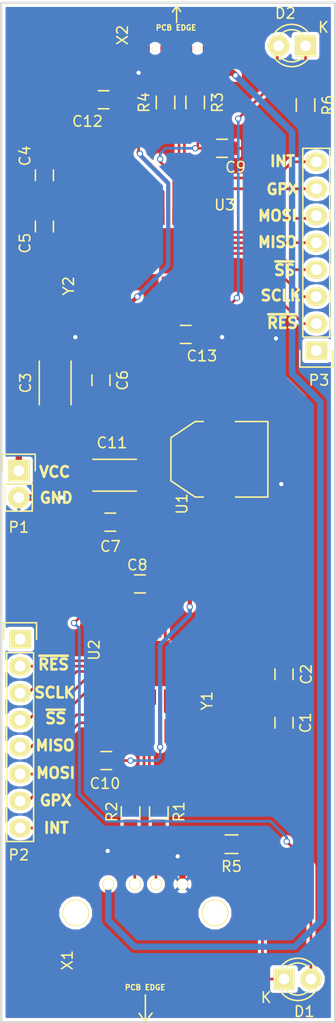
<source format=kicad_pcb>
(kicad_pcb (version 4) (host pcbnew 4.0.2+dfsg1-stable)

  (general
    (links 73)
    (no_connects 0)
    (area 56.033999 89.307999 87.730001 185.520001)
    (thickness 1.6)
    (drawings 20)
    (tracks 385)
    (zones 0)
    (modules 31)
    (nets 69)
  )

  (page A4)
  (layers
    (0 F.Cu signal)
    (31 B.Cu signal)
    (32 B.Adhes user)
    (33 F.Adhes user)
    (34 B.Paste user)
    (35 F.Paste user)
    (36 B.SilkS user)
    (37 F.SilkS user hide)
    (38 B.Mask user)
    (39 F.Mask user)
    (40 Dwgs.User user)
    (41 Cmts.User user)
    (42 Eco1.User user)
    (43 Eco2.User user)
    (44 Edge.Cuts user)
    (45 Margin user)
    (46 B.CrtYd user)
    (47 F.CrtYd user)
    (48 B.Fab user)
    (49 F.Fab user)
  )

  (setup
    (last_trace_width 0.6)
    (user_trace_width 0.4)
    (user_trace_width 0.6)
    (trace_clearance 0.2)
    (zone_clearance 0.3)
    (zone_45_only no)
    (trace_min 0.2)
    (segment_width 0.2)
    (edge_width 0.2)
    (via_size 0.6)
    (via_drill 0.4)
    (via_min_size 0.4)
    (via_min_drill 0.3)
    (uvia_size 0.3)
    (uvia_drill 0.1)
    (uvias_allowed no)
    (uvia_min_size 0.2)
    (uvia_min_drill 0.1)
    (pcb_text_width 0.3)
    (pcb_text_size 1.5 1.5)
    (mod_edge_width 0.15)
    (mod_text_size 1 1)
    (mod_text_width 0.15)
    (pad_size 1.524 1.524)
    (pad_drill 0.762)
    (pad_to_mask_clearance 0.2)
    (aux_axis_origin 0 0)
    (visible_elements FFFFFF7F)
    (pcbplotparams
      (layerselection 0x00030_80000001)
      (usegerberextensions false)
      (excludeedgelayer true)
      (linewidth 0.100000)
      (plotframeref false)
      (viasonmask false)
      (mode 1)
      (useauxorigin false)
      (hpglpennumber 1)
      (hpglpenspeed 20)
      (hpglpendiameter 15)
      (hpglpenoverlay 2)
      (psnegative false)
      (psa4output false)
      (plotreference true)
      (plotvalue true)
      (plotinvisibletext false)
      (padsonsilk false)
      (subtractmaskfromsilk false)
      (outputformat 1)
      (mirror false)
      (drillshape 1)
      (scaleselection 1)
      (outputdirectory ""))
  )

  (net 0 "")
  (net 1 /XI_host)
  (net 2 GND)
  (net 3 /XO_host)
  (net 4 "Net-(C3-Pad1)")
  (net 5 /XI_device)
  (net 6 /XO_device)
  (net 7 /Vcc_3.3V)
  (net 8 /ed_VBCOMP)
  (net 9 "Net-(D1-Pad1)")
  (net 10 "Net-(D1-Pad2)")
  (net 11 "Net-(D2-Pad1)")
  (net 12 "Net-(D2-Pad2)")
  (net 13 "Net-(P2-Pad1)")
  (net 14 /RES_ehost)
  (net 15 "Net-(P2-Pad3)")
  (net 16 "Net-(P2-Pad4)")
  (net 17 "Net-(P2-Pad5)")
  (net 18 "Net-(P2-Pad6)")
  (net 19 "Net-(P2-Pad7)")
  (net 20 "Net-(P2-Pad8)")
  (net 21 "Net-(P3-Pad1)")
  (net 22 /RES_edevice)
  (net 23 "Net-(P3-Pad3)")
  (net 24 "Net-(P3-Pad4)")
  (net 25 "Net-(P3-Pad5)")
  (net 26 "Net-(P3-Pad6)")
  (net 27 "Net-(P3-Pad7)")
  (net 28 "Net-(P3-Pad8)")
  (net 29 /ehost_DP)
  (net 30 "Net-(R1-Pad2)")
  (net 31 /ehost_DM)
  (net 32 "Net-(R2-Pad2)")
  (net 33 "Net-(R3-Pad1)")
  (net 34 /edevice_DM)
  (net 35 "Net-(R4-Pad1)")
  (net 36 /edevice_DP)
  (net 37 "Net-(U2-Pad32)")
  (net 38 "Net-(U2-Pad31)")
  (net 39 "Net-(U2-Pad30)")
  (net 40 "Net-(U2-Pad29)")
  (net 41 "Net-(U2-Pad28)")
  (net 42 "Net-(U2-Pad27)")
  (net 43 "Net-(U2-Pad26)")
  (net 44 "Net-(U2-Pad1)")
  (net 45 "Net-(U2-Pad5)")
  (net 46 "Net-(U2-Pad6)")
  (net 47 "Net-(U2-Pad7)")
  (net 48 "Net-(U2-Pad8)")
  (net 49 "Net-(U2-Pad11)")
  (net 50 "Net-(U2-Pad10)")
  (net 51 "Net-(U2-Pad9)")
  (net 52 "Net-(U2-Pad22)")
  (net 53 "Net-(U3-Pad32)")
  (net 54 "Net-(U3-Pad31)")
  (net 55 "Net-(U3-Pad30)")
  (net 56 "Net-(U3-Pad29)")
  (net 57 "Net-(U3-Pad28)")
  (net 58 "Net-(U3-Pad27)")
  (net 59 "Net-(U3-Pad26)")
  (net 60 "Net-(U3-Pad1)")
  (net 61 "Net-(U3-Pad5)")
  (net 62 "Net-(U3-Pad6)")
  (net 63 "Net-(U3-Pad7)")
  (net 64 "Net-(U3-Pad8)")
  (net 65 "Net-(U3-Pad11)")
  (net 66 "Net-(U3-Pad10)")
  (net 67 "Net-(U3-Pad9)")
  (net 68 "Net-(X2-Pad4)")

  (net_class Default "This is the default net class."
    (clearance 0.2)
    (trace_width 0.25)
    (via_dia 0.6)
    (via_drill 0.4)
    (uvia_dia 0.3)
    (uvia_drill 0.1)
    (add_net /RES_edevice)
    (add_net /RES_ehost)
    (add_net /Vcc_3.3V)
    (add_net /XI_device)
    (add_net /XI_host)
    (add_net /XO_device)
    (add_net /XO_host)
    (add_net /ed_VBCOMP)
    (add_net /edevice_DM)
    (add_net /edevice_DP)
    (add_net /ehost_DM)
    (add_net /ehost_DP)
    (add_net GND)
    (add_net "Net-(C3-Pad1)")
    (add_net "Net-(D1-Pad1)")
    (add_net "Net-(D1-Pad2)")
    (add_net "Net-(D2-Pad1)")
    (add_net "Net-(D2-Pad2)")
    (add_net "Net-(P2-Pad1)")
    (add_net "Net-(P2-Pad3)")
    (add_net "Net-(P2-Pad4)")
    (add_net "Net-(P2-Pad5)")
    (add_net "Net-(P2-Pad6)")
    (add_net "Net-(P2-Pad7)")
    (add_net "Net-(P2-Pad8)")
    (add_net "Net-(P3-Pad1)")
    (add_net "Net-(P3-Pad3)")
    (add_net "Net-(P3-Pad4)")
    (add_net "Net-(P3-Pad5)")
    (add_net "Net-(P3-Pad6)")
    (add_net "Net-(P3-Pad7)")
    (add_net "Net-(P3-Pad8)")
    (add_net "Net-(R1-Pad2)")
    (add_net "Net-(R2-Pad2)")
    (add_net "Net-(R3-Pad1)")
    (add_net "Net-(R4-Pad1)")
    (add_net "Net-(U2-Pad1)")
    (add_net "Net-(U2-Pad10)")
    (add_net "Net-(U2-Pad11)")
    (add_net "Net-(U2-Pad22)")
    (add_net "Net-(U2-Pad26)")
    (add_net "Net-(U2-Pad27)")
    (add_net "Net-(U2-Pad28)")
    (add_net "Net-(U2-Pad29)")
    (add_net "Net-(U2-Pad30)")
    (add_net "Net-(U2-Pad31)")
    (add_net "Net-(U2-Pad32)")
    (add_net "Net-(U2-Pad5)")
    (add_net "Net-(U2-Pad6)")
    (add_net "Net-(U2-Pad7)")
    (add_net "Net-(U2-Pad8)")
    (add_net "Net-(U2-Pad9)")
    (add_net "Net-(U3-Pad1)")
    (add_net "Net-(U3-Pad10)")
    (add_net "Net-(U3-Pad11)")
    (add_net "Net-(U3-Pad26)")
    (add_net "Net-(U3-Pad27)")
    (add_net "Net-(U3-Pad28)")
    (add_net "Net-(U3-Pad29)")
    (add_net "Net-(U3-Pad30)")
    (add_net "Net-(U3-Pad31)")
    (add_net "Net-(U3-Pad32)")
    (add_net "Net-(U3-Pad5)")
    (add_net "Net-(U3-Pad6)")
    (add_net "Net-(U3-Pad7)")
    (add_net "Net-(U3-Pad8)")
    (add_net "Net-(U3-Pad9)")
    (add_net "Net-(X2-Pad4)")
  )

  (net_class Power ""
    (clearance 0.5)
    (trace_width 0.25)
    (via_dia 0.6)
    (via_drill 0.4)
    (uvia_dia 0.3)
    (uvia_drill 0.1)
  )

  (module Capacitors_SMD:C_0805 (layer F.Cu) (tedit 5AB26BBF) (tstamp 5AB26C41)
    (at 82.804 157.226 90)
    (descr "Capacitor SMD 0805, reflow soldering, AVX (see smccp.pdf)")
    (tags "capacitor 0805")
    (path /5AA55596)
    (attr smd)
    (fp_text reference C1 (at 0 2.032 90) (layer F.SilkS)
      (effects (font (size 1 1) (thickness 0.15)))
    )
    (fp_text value 20pF (at 0 2.1 90) (layer F.Fab) hide
      (effects (font (size 1 1) (thickness 0.15)))
    )
    (fp_line (start -1.8 -1) (end 1.8 -1) (layer F.CrtYd) (width 0.05))
    (fp_line (start -1.8 1) (end 1.8 1) (layer F.CrtYd) (width 0.05))
    (fp_line (start -1.8 -1) (end -1.8 1) (layer F.CrtYd) (width 0.05))
    (fp_line (start 1.8 -1) (end 1.8 1) (layer F.CrtYd) (width 0.05))
    (fp_line (start 0.5 -0.85) (end -0.5 -0.85) (layer F.SilkS) (width 0.15))
    (fp_line (start -0.5 0.85) (end 0.5 0.85) (layer F.SilkS) (width 0.15))
    (pad 1 smd rect (at -1 0 90) (size 1 1.25) (layers F.Cu F.Paste F.Mask)
      (net 1 /XI_host))
    (pad 2 smd rect (at 1 0 90) (size 1 1.25) (layers F.Cu F.Paste F.Mask)
      (net 2 GND))
    (model Capacitors_SMD.3dshapes/C_0805.wrl
      (at (xyz 0 0 0))
      (scale (xyz 1 1 1))
      (rotate (xyz 0 0 0))
    )
  )

  (module Capacitors_SMD:C_0805 (layer F.Cu) (tedit 5AB26BB8) (tstamp 5AB26C4D)
    (at 82.804 152.654 270)
    (descr "Capacitor SMD 0805, reflow soldering, AVX (see smccp.pdf)")
    (tags "capacitor 0805")
    (path /5AA555FF)
    (attr smd)
    (fp_text reference C2 (at 0 -2.1 270) (layer F.SilkS)
      (effects (font (size 1 1) (thickness 0.15)))
    )
    (fp_text value 20pF (at 0 2.1 270) (layer F.Fab) hide
      (effects (font (size 1 1) (thickness 0.15)))
    )
    (fp_line (start -1.8 -1) (end 1.8 -1) (layer F.CrtYd) (width 0.05))
    (fp_line (start -1.8 1) (end 1.8 1) (layer F.CrtYd) (width 0.05))
    (fp_line (start -1.8 -1) (end -1.8 1) (layer F.CrtYd) (width 0.05))
    (fp_line (start 1.8 -1) (end 1.8 1) (layer F.CrtYd) (width 0.05))
    (fp_line (start 0.5 -0.85) (end -0.5 -0.85) (layer F.SilkS) (width 0.15))
    (fp_line (start -0.5 0.85) (end 0.5 0.85) (layer F.SilkS) (width 0.15))
    (pad 1 smd rect (at -1 0 270) (size 1 1.25) (layers F.Cu F.Paste F.Mask)
      (net 3 /XO_host))
    (pad 2 smd rect (at 1 0 270) (size 1 1.25) (layers F.Cu F.Paste F.Mask)
      (net 2 GND))
    (model Capacitors_SMD.3dshapes/C_0805.wrl
      (at (xyz 0 0 0))
      (scale (xyz 1 1 1))
      (rotate (xyz 0 0 0))
    )
  )

  (module Capacitors_Tantalum_SMD:TantalC_SizeB_EIA-3528_Reflow (layer F.Cu) (tedit 5AB28D39) (tstamp 5AB26C59)
    (at 61.214 124.968 90)
    (descr "Tantal Cap. , Size B, EIA-3528, Reflow")
    (tags "Tantal Capacitor Size-B EIA-3528 Reflow")
    (path /5AA5691D)
    (attr smd)
    (fp_text reference C3 (at -0.254 -2.794 90) (layer F.SilkS)
      (effects (font (size 1 1) (thickness 0.15)))
    )
    (fp_text value 10uF (at 0 2.7 90) (layer F.Fab) hide
      (effects (font (size 1 1) (thickness 0.15)))
    )
    (fp_line (start 2.7 -1.8) (end -2.7 -1.8) (layer F.CrtYd) (width 0.05))
    (fp_line (start -2.7 -1.8) (end -2.7 1.8) (layer F.CrtYd) (width 0.05))
    (fp_line (start -2.7 1.8) (end 2.7 1.8) (layer F.CrtYd) (width 0.05))
    (fp_line (start 2.7 1.8) (end 2.7 -1.8) (layer F.CrtYd) (width 0.05))
    (fp_line (start 1.8 1.5) (end -2.3 1.5) (layer F.SilkS) (width 0.15))
    (fp_line (start 1.8 -1.5) (end -2.3 -1.5) (layer F.SilkS) (width 0.15))
    (pad 2 smd rect (at 1.46 0 90) (size 1.8 2.23) (layers F.Cu F.Paste F.Mask)
      (net 2 GND))
    (pad 1 smd rect (at -1.46 0 90) (size 1.8 2.23) (layers F.Cu F.Paste F.Mask)
      (net 4 "Net-(C3-Pad1)"))
    (model Capacitors_Tantalum_SMD.3dshapes/TantalC_SizeB_EIA-3528_Reflow.wrl
      (at (xyz 0 0 0))
      (scale (xyz 1 1 1))
      (rotate (xyz 0 0 180))
    )
  )

  (module Capacitors_SMD:C_0805 (layer F.Cu) (tedit 5AB27E5E) (tstamp 5AB26C65)
    (at 60.198 105.664 270)
    (descr "Capacitor SMD 0805, reflow soldering, AVX (see smccp.pdf)")
    (tags "capacitor 0805")
    (path /5AA55C8B)
    (attr smd)
    (fp_text reference C4 (at -1.8288 1.8288 270) (layer F.SilkS)
      (effects (font (size 1 1) (thickness 0.15)))
    )
    (fp_text value 20pF (at 0 2.1 270) (layer F.Fab) hide
      (effects (font (size 1 1) (thickness 0.15)))
    )
    (fp_line (start -1.8 -1) (end 1.8 -1) (layer F.CrtYd) (width 0.05))
    (fp_line (start -1.8 1) (end 1.8 1) (layer F.CrtYd) (width 0.05))
    (fp_line (start -1.8 -1) (end -1.8 1) (layer F.CrtYd) (width 0.05))
    (fp_line (start 1.8 -1) (end 1.8 1) (layer F.CrtYd) (width 0.05))
    (fp_line (start 0.5 -0.85) (end -0.5 -0.85) (layer F.SilkS) (width 0.15))
    (fp_line (start -0.5 0.85) (end 0.5 0.85) (layer F.SilkS) (width 0.15))
    (pad 1 smd rect (at -1 0 270) (size 1 1.25) (layers F.Cu F.Paste F.Mask)
      (net 5 /XI_device))
    (pad 2 smd rect (at 1 0 270) (size 1 1.25) (layers F.Cu F.Paste F.Mask)
      (net 2 GND))
    (model Capacitors_SMD.3dshapes/C_0805.wrl
      (at (xyz 0 0 0))
      (scale (xyz 1 1 1))
      (rotate (xyz 0 0 0))
    )
  )

  (module Capacitors_SMD:C_0805 (layer F.Cu) (tedit 5AB27E60) (tstamp 5AB26C71)
    (at 60.198 110.49 90)
    (descr "Capacitor SMD 0805, reflow soldering, AVX (see smccp.pdf)")
    (tags "capacitor 0805")
    (path /5AA55CE6)
    (attr smd)
    (fp_text reference C5 (at -1.5748 -1.8288 90) (layer F.SilkS)
      (effects (font (size 1 1) (thickness 0.15)))
    )
    (fp_text value 20pF (at 0 2.1 90) (layer F.Fab) hide
      (effects (font (size 1 1) (thickness 0.15)))
    )
    (fp_line (start -1.8 -1) (end 1.8 -1) (layer F.CrtYd) (width 0.05))
    (fp_line (start -1.8 1) (end 1.8 1) (layer F.CrtYd) (width 0.05))
    (fp_line (start -1.8 -1) (end -1.8 1) (layer F.CrtYd) (width 0.05))
    (fp_line (start 1.8 -1) (end 1.8 1) (layer F.CrtYd) (width 0.05))
    (fp_line (start 0.5 -0.85) (end -0.5 -0.85) (layer F.SilkS) (width 0.15))
    (fp_line (start -0.5 0.85) (end 0.5 0.85) (layer F.SilkS) (width 0.15))
    (pad 1 smd rect (at -1 0 90) (size 1 1.25) (layers F.Cu F.Paste F.Mask)
      (net 6 /XO_device))
    (pad 2 smd rect (at 1 0 90) (size 1 1.25) (layers F.Cu F.Paste F.Mask)
      (net 2 GND))
    (model Capacitors_SMD.3dshapes/C_0805.wrl
      (at (xyz 0 0 0))
      (scale (xyz 1 1 1))
      (rotate (xyz 0 0 0))
    )
  )

  (module Capacitors_SMD:C_0805 (layer F.Cu) (tedit 5AB28D3B) (tstamp 5AB26C7D)
    (at 65.532 124.968 90)
    (descr "Capacitor SMD 0805, reflow soldering, AVX (see smccp.pdf)")
    (tags "capacitor 0805")
    (path /5AA56C53)
    (attr smd)
    (fp_text reference C6 (at 0 2.032 90) (layer F.SilkS)
      (effects (font (size 1 1) (thickness 0.15)))
    )
    (fp_text value 0.1uF (at 0 2.1 90) (layer F.Fab) hide
      (effects (font (size 1 1) (thickness 0.15)))
    )
    (fp_line (start -1.8 -1) (end 1.8 -1) (layer F.CrtYd) (width 0.05))
    (fp_line (start -1.8 1) (end 1.8 1) (layer F.CrtYd) (width 0.05))
    (fp_line (start -1.8 -1) (end -1.8 1) (layer F.CrtYd) (width 0.05))
    (fp_line (start 1.8 -1) (end 1.8 1) (layer F.CrtYd) (width 0.05))
    (fp_line (start 0.5 -0.85) (end -0.5 -0.85) (layer F.SilkS) (width 0.15))
    (fp_line (start -0.5 0.85) (end 0.5 0.85) (layer F.SilkS) (width 0.15))
    (pad 1 smd rect (at -1 0 90) (size 1 1.25) (layers F.Cu F.Paste F.Mask)
      (net 4 "Net-(C3-Pad1)"))
    (pad 2 smd rect (at 1 0 90) (size 1 1.25) (layers F.Cu F.Paste F.Mask)
      (net 2 GND))
    (model Capacitors_SMD.3dshapes/C_0805.wrl
      (at (xyz 0 0 0))
      (scale (xyz 1 1 1))
      (rotate (xyz 0 0 0))
    )
  )

  (module Capacitors_SMD:C_0805 (layer F.Cu) (tedit 5AB28DC5) (tstamp 5AB26C89)
    (at 66.421 138.3284 180)
    (descr "Capacitor SMD 0805, reflow soldering, AVX (see smccp.pdf)")
    (tags "capacitor 0805")
    (path /5AA56C9A)
    (attr smd)
    (fp_text reference C7 (at 0 -2.286 180) (layer F.SilkS)
      (effects (font (size 1 1) (thickness 0.15)))
    )
    (fp_text value 0.1uF (at 0 2.1 180) (layer F.Fab) hide
      (effects (font (size 1 1) (thickness 0.15)))
    )
    (fp_line (start -1.8 -1) (end 1.8 -1) (layer F.CrtYd) (width 0.05))
    (fp_line (start -1.8 1) (end 1.8 1) (layer F.CrtYd) (width 0.05))
    (fp_line (start -1.8 -1) (end -1.8 1) (layer F.CrtYd) (width 0.05))
    (fp_line (start 1.8 -1) (end 1.8 1) (layer F.CrtYd) (width 0.05))
    (fp_line (start 0.5 -0.85) (end -0.5 -0.85) (layer F.SilkS) (width 0.15))
    (fp_line (start -0.5 0.85) (end 0.5 0.85) (layer F.SilkS) (width 0.15))
    (pad 1 smd rect (at -1 0 180) (size 1 1.25) (layers F.Cu F.Paste F.Mask)
      (net 7 /Vcc_3.3V))
    (pad 2 smd rect (at 1 0 180) (size 1 1.25) (layers F.Cu F.Paste F.Mask)
      (net 2 GND))
    (model Capacitors_SMD.3dshapes/C_0805.wrl
      (at (xyz 0 0 0))
      (scale (xyz 1 1 1))
      (rotate (xyz 0 0 0))
    )
  )

  (module Capacitors_SMD:C_0805 (layer F.Cu) (tedit 5AB27C92) (tstamp 5AB26C95)
    (at 69.215 144.145 180)
    (descr "Capacitor SMD 0805, reflow soldering, AVX (see smccp.pdf)")
    (tags "capacitor 0805")
    (path /5AB26206)
    (attr smd)
    (fp_text reference C8 (at 0.254 1.778 180) (layer F.SilkS)
      (effects (font (size 1 1) (thickness 0.15)))
    )
    (fp_text value 0.1uF (at 0 2.1 180) (layer F.Fab) hide
      (effects (font (size 1 1) (thickness 0.15)))
    )
    (fp_line (start -1.8 -1) (end 1.8 -1) (layer F.CrtYd) (width 0.05))
    (fp_line (start -1.8 1) (end 1.8 1) (layer F.CrtYd) (width 0.05))
    (fp_line (start -1.8 -1) (end -1.8 1) (layer F.CrtYd) (width 0.05))
    (fp_line (start 1.8 -1) (end 1.8 1) (layer F.CrtYd) (width 0.05))
    (fp_line (start 0.5 -0.85) (end -0.5 -0.85) (layer F.SilkS) (width 0.15))
    (fp_line (start -0.5 0.85) (end 0.5 0.85) (layer F.SilkS) (width 0.15))
    (pad 1 smd rect (at -1 0 180) (size 1 1.25) (layers F.Cu F.Paste F.Mask)
      (net 7 /Vcc_3.3V))
    (pad 2 smd rect (at 1 0 180) (size 1 1.25) (layers F.Cu F.Paste F.Mask)
      (net 2 GND))
    (model Capacitors_SMD.3dshapes/C_0805.wrl
      (at (xyz 0 0 0))
      (scale (xyz 1 1 1))
      (rotate (xyz 0 0 0))
    )
  )

  (module Capacitors_SMD:C_0805 (layer F.Cu) (tedit 5AB27FD7) (tstamp 5AB26CA1)
    (at 76.962 103.124)
    (descr "Capacitor SMD 0805, reflow soldering, AVX (see smccp.pdf)")
    (tags "capacitor 0805")
    (path /5AA5A05B)
    (attr smd)
    (fp_text reference C9 (at 1.27 1.778) (layer F.SilkS)
      (effects (font (size 1 1) (thickness 0.15)))
    )
    (fp_text value 1uF (at 0 2.1) (layer F.Fab) hide
      (effects (font (size 1 1) (thickness 0.15)))
    )
    (fp_line (start -1.8 -1) (end 1.8 -1) (layer F.CrtYd) (width 0.05))
    (fp_line (start -1.8 1) (end 1.8 1) (layer F.CrtYd) (width 0.05))
    (fp_line (start -1.8 -1) (end -1.8 1) (layer F.CrtYd) (width 0.05))
    (fp_line (start 1.8 -1) (end 1.8 1) (layer F.CrtYd) (width 0.05))
    (fp_line (start 0.5 -0.85) (end -0.5 -0.85) (layer F.SilkS) (width 0.15))
    (fp_line (start -0.5 0.85) (end 0.5 0.85) (layer F.SilkS) (width 0.15))
    (pad 1 smd rect (at -1 0) (size 1 1.25) (layers F.Cu F.Paste F.Mask)
      (net 8 /ed_VBCOMP))
    (pad 2 smd rect (at 1 0) (size 1 1.25) (layers F.Cu F.Paste F.Mask)
      (net 2 GND))
    (model Capacitors_SMD.3dshapes/C_0805.wrl
      (at (xyz 0 0 0))
      (scale (xyz 1 1 1))
      (rotate (xyz 0 0 0))
    )
  )

  (module Capacitors_SMD:C_0805 (layer F.Cu) (tedit 5AB27536) (tstamp 5AB26CAD)
    (at 66.04 160.782)
    (descr "Capacitor SMD 0805, reflow soldering, AVX (see smccp.pdf)")
    (tags "capacitor 0805")
    (path /5AB294CD)
    (attr smd)
    (fp_text reference C10 (at -0.127 2.159) (layer F.SilkS)
      (effects (font (size 1 1) (thickness 0.15)))
    )
    (fp_text value 1uF (at 0 2.1) (layer F.Fab) hide
      (effects (font (size 1 1) (thickness 0.15)))
    )
    (fp_line (start -1.8 -1) (end 1.8 -1) (layer F.CrtYd) (width 0.05))
    (fp_line (start -1.8 1) (end 1.8 1) (layer F.CrtYd) (width 0.05))
    (fp_line (start -1.8 -1) (end -1.8 1) (layer F.CrtYd) (width 0.05))
    (fp_line (start 1.8 -1) (end 1.8 1) (layer F.CrtYd) (width 0.05))
    (fp_line (start 0.5 -0.85) (end -0.5 -0.85) (layer F.SilkS) (width 0.15))
    (fp_line (start -0.5 0.85) (end 0.5 0.85) (layer F.SilkS) (width 0.15))
    (pad 1 smd rect (at -1 0) (size 1 1.25) (layers F.Cu F.Paste F.Mask)
      (net 2 GND))
    (pad 2 smd rect (at 1 0) (size 1 1.25) (layers F.Cu F.Paste F.Mask)
      (net 7 /Vcc_3.3V))
    (model Capacitors_SMD.3dshapes/C_0805.wrl
      (at (xyz 0 0 0))
      (scale (xyz 1 1 1))
      (rotate (xyz 0 0 0))
    )
  )

  (module Capacitors_Tantalum_SMD:TantalC_SizeB_EIA-3528_Reflow (layer F.Cu) (tedit 5AB28DC7) (tstamp 5AB26CB9)
    (at 66.5734 133.9088 180)
    (descr "Tantal Cap. , Size B, EIA-3528, Reflow")
    (tags "Tantal Capacitor Size-B EIA-3528 Reflow")
    (path /5AB2E074)
    (attr smd)
    (fp_text reference C11 (at 0 3.048 180) (layer F.SilkS)
      (effects (font (size 1 1) (thickness 0.15)))
    )
    (fp_text value 10uF (at 0 2.7 180) (layer F.Fab) hide
      (effects (font (size 1 1) (thickness 0.15)))
    )
    (fp_line (start 2.7 -1.8) (end -2.7 -1.8) (layer F.CrtYd) (width 0.05))
    (fp_line (start -2.7 -1.8) (end -2.7 1.8) (layer F.CrtYd) (width 0.05))
    (fp_line (start -2.7 1.8) (end 2.7 1.8) (layer F.CrtYd) (width 0.05))
    (fp_line (start 2.7 1.8) (end 2.7 -1.8) (layer F.CrtYd) (width 0.05))
    (fp_line (start 1.8 1.5) (end -2.3 1.5) (layer F.SilkS) (width 0.15))
    (fp_line (start 1.8 -1.5) (end -2.3 -1.5) (layer F.SilkS) (width 0.15))
    (pad 2 smd rect (at 1.46 0 180) (size 1.8 2.23) (layers F.Cu F.Paste F.Mask)
      (net 2 GND))
    (pad 1 smd rect (at -1.46 0 180) (size 1.8 2.23) (layers F.Cu F.Paste F.Mask)
      (net 7 /Vcc_3.3V))
    (model Capacitors_Tantalum_SMD.3dshapes/TantalC_SizeB_EIA-3528_Reflow.wrl
      (at (xyz 0 0 0))
      (scale (xyz 1 1 1))
      (rotate (xyz 0 0 180))
    )
  )

  (module Capacitors_SMD:C_0805 (layer F.Cu) (tedit 5AB286C4) (tstamp 5AB26CC5)
    (at 65.786 98.552)
    (descr "Capacitor SMD 0805, reflow soldering, AVX (see smccp.pdf)")
    (tags "capacitor 0805")
    (path /5AB2CB45)
    (attr smd)
    (fp_text reference C12 (at -1.524 2.032) (layer F.SilkS)
      (effects (font (size 1 1) (thickness 0.15)))
    )
    (fp_text value 1uF (at 0 2.1) (layer F.Fab) hide
      (effects (font (size 1 1) (thickness 0.15)))
    )
    (fp_line (start -1.8 -1) (end 1.8 -1) (layer F.CrtYd) (width 0.05))
    (fp_line (start -1.8 1) (end 1.8 1) (layer F.CrtYd) (width 0.05))
    (fp_line (start -1.8 -1) (end -1.8 1) (layer F.CrtYd) (width 0.05))
    (fp_line (start 1.8 -1) (end 1.8 1) (layer F.CrtYd) (width 0.05))
    (fp_line (start 0.5 -0.85) (end -0.5 -0.85) (layer F.SilkS) (width 0.15))
    (fp_line (start -0.5 0.85) (end 0.5 0.85) (layer F.SilkS) (width 0.15))
    (pad 1 smd rect (at -1 0) (size 1 1.25) (layers F.Cu F.Paste F.Mask)
      (net 2 GND))
    (pad 2 smd rect (at 1 0) (size 1 1.25) (layers F.Cu F.Paste F.Mask)
      (net 7 /Vcc_3.3V))
    (model Capacitors_SMD.3dshapes/C_0805.wrl
      (at (xyz 0 0 0))
      (scale (xyz 1 1 1))
      (rotate (xyz 0 0 0))
    )
  )

  (module Capacitors_SMD:C_0805 (layer F.Cu) (tedit 5AB2986D) (tstamp 5AB26CD1)
    (at 73.533 120.65)
    (descr "Capacitor SMD 0805, reflow soldering, AVX (see smccp.pdf)")
    (tags "capacitor 0805")
    (path /5AB26BEA)
    (attr smd)
    (fp_text reference C13 (at 1.524 2.032) (layer F.SilkS)
      (effects (font (size 1 1) (thickness 0.15)))
    )
    (fp_text value 0.1uF (at 0 2.1) (layer F.Fab) hide
      (effects (font (size 1 1) (thickness 0.15)))
    )
    (fp_line (start -1.8 -1) (end 1.8 -1) (layer F.CrtYd) (width 0.05))
    (fp_line (start -1.8 1) (end 1.8 1) (layer F.CrtYd) (width 0.05))
    (fp_line (start -1.8 -1) (end -1.8 1) (layer F.CrtYd) (width 0.05))
    (fp_line (start 1.8 -1) (end 1.8 1) (layer F.CrtYd) (width 0.05))
    (fp_line (start 0.5 -0.85) (end -0.5 -0.85) (layer F.SilkS) (width 0.15))
    (fp_line (start -0.5 0.85) (end 0.5 0.85) (layer F.SilkS) (width 0.15))
    (pad 1 smd rect (at -1 0) (size 1 1.25) (layers F.Cu F.Paste F.Mask)
      (net 7 /Vcc_3.3V))
    (pad 2 smd rect (at 1 0) (size 1 1.25) (layers F.Cu F.Paste F.Mask)
      (net 2 GND))
    (model Capacitors_SMD.3dshapes/C_0805.wrl
      (at (xyz 0 0 0))
      (scale (xyz 1 1 1))
      (rotate (xyz 0 0 0))
    )
  )

  (module LEDs:LED-3MM (layer F.Cu) (tedit 5AB277F5) (tstamp 5AB26CE2)
    (at 82.804 181.356)
    (descr "LED 3mm round vertical")
    (tags "LED  3mm round vertical")
    (path /5AB27803)
    (fp_text reference D1 (at 1.91 3.06) (layer F.SilkS)
      (effects (font (size 1 1) (thickness 0.15)))
    )
    (fp_text value LED (at 1.3 -2.9) (layer F.Fab) hide
      (effects (font (size 1 1) (thickness 0.15)))
    )
    (fp_line (start -1.2 2.3) (end 3.8 2.3) (layer F.CrtYd) (width 0.05))
    (fp_line (start 3.8 2.3) (end 3.8 -2.2) (layer F.CrtYd) (width 0.05))
    (fp_line (start 3.8 -2.2) (end -1.2 -2.2) (layer F.CrtYd) (width 0.05))
    (fp_line (start -1.2 -2.2) (end -1.2 2.3) (layer F.CrtYd) (width 0.05))
    (fp_line (start -0.199 1.314) (end -0.199 1.114) (layer F.SilkS) (width 0.15))
    (fp_line (start -0.199 -1.28) (end -0.199 -1.1) (layer F.SilkS) (width 0.15))
    (fp_arc (start 1.301 0.034) (end -0.199 -1.286) (angle 108.5) (layer F.SilkS) (width 0.15))
    (fp_arc (start 1.301 0.034) (end 0.25 -1.1) (angle 85.7) (layer F.SilkS) (width 0.15))
    (fp_arc (start 1.311 0.034) (end 3.051 0.994) (angle 110) (layer F.SilkS) (width 0.15))
    (fp_arc (start 1.301 0.034) (end 2.335 1.094) (angle 87.5) (layer F.SilkS) (width 0.15))
    (fp_text user K (at -1.69 1.74) (layer F.SilkS)
      (effects (font (size 1 1) (thickness 0.15)))
    )
    (pad 1 thru_hole rect (at 0 0 90) (size 2 2) (drill 1.00076) (layers *.Cu *.Mask F.SilkS)
      (net 9 "Net-(D1-Pad1)"))
    (pad 2 thru_hole circle (at 2.54 0) (size 2 2) (drill 1.00076) (layers *.Cu *.Mask F.SilkS)
      (net 10 "Net-(D1-Pad2)"))
    (model LEDs.3dshapes/LED-3MM.wrl
      (at (xyz 0.05 0 0))
      (scale (xyz 1 1 1))
      (rotate (xyz 0 0 90))
    )
  )

  (module LEDs:LED-3MM (layer F.Cu) (tedit 5AB295FC) (tstamp 5AB26CF3)
    (at 84.836 93.472 180)
    (descr "LED 3mm round vertical")
    (tags "LED  3mm round vertical")
    (path /5AB23855)
    (fp_text reference D2 (at 1.91 3.06 180) (layer F.SilkS)
      (effects (font (size 1 1) (thickness 0.15)))
    )
    (fp_text value LED (at 1.3 -2.9 180) (layer F.Fab) hide
      (effects (font (size 1 1) (thickness 0.15)))
    )
    (fp_line (start -1.2 2.3) (end 3.8 2.3) (layer F.CrtYd) (width 0.05))
    (fp_line (start 3.8 2.3) (end 3.8 -2.2) (layer F.CrtYd) (width 0.05))
    (fp_line (start 3.8 -2.2) (end -1.2 -2.2) (layer F.CrtYd) (width 0.05))
    (fp_line (start -1.2 -2.2) (end -1.2 2.3) (layer F.CrtYd) (width 0.05))
    (fp_line (start -0.199 1.314) (end -0.199 1.114) (layer F.SilkS) (width 0.15))
    (fp_line (start -0.199 -1.28) (end -0.199 -1.1) (layer F.SilkS) (width 0.15))
    (fp_arc (start 1.301 0.034) (end -0.199 -1.286) (angle 108.5) (layer F.SilkS) (width 0.15))
    (fp_arc (start 1.301 0.034) (end 0.25 -1.1) (angle 85.7) (layer F.SilkS) (width 0.15))
    (fp_arc (start 1.311 0.034) (end 3.051 0.994) (angle 110) (layer F.SilkS) (width 0.15))
    (fp_arc (start 1.301 0.034) (end 2.335 1.094) (angle 87.5) (layer F.SilkS) (width 0.15))
    (fp_text user K (at -1.69 1.74 180) (layer F.SilkS)
      (effects (font (size 1 1) (thickness 0.15)))
    )
    (pad 1 thru_hole rect (at 0 0 270) (size 2 2) (drill 1.00076) (layers *.Cu *.Mask F.SilkS)
      (net 11 "Net-(D2-Pad1)"))
    (pad 2 thru_hole circle (at 2.54 0 180) (size 2 2) (drill 1.00076) (layers *.Cu *.Mask F.SilkS)
      (net 12 "Net-(D2-Pad2)"))
    (model LEDs.3dshapes/LED-3MM.wrl
      (at (xyz 0.05 0 0))
      (scale (xyz 1 1 1))
      (rotate (xyz 0 0 90))
    )
  )

  (module Pin_Headers:Pin_Header_Straight_1x02 (layer F.Cu) (tedit 5AB26BEC) (tstamp 5AB26D04)
    (at 57.785 133.477)
    (descr "Through hole pin header")
    (tags "pin header")
    (path /5AA56301)
    (fp_text reference P1 (at 0 5.334) (layer F.SilkS)
      (effects (font (size 1 1) (thickness 0.15)))
    )
    (fp_text value CONN_01X02 (at 0 -3.1) (layer F.Fab) hide
      (effects (font (size 1 1) (thickness 0.15)))
    )
    (fp_line (start 1.27 1.27) (end 1.27 3.81) (layer F.SilkS) (width 0.15))
    (fp_line (start 1.55 -1.55) (end 1.55 0) (layer F.SilkS) (width 0.15))
    (fp_line (start -1.75 -1.75) (end -1.75 4.3) (layer F.CrtYd) (width 0.05))
    (fp_line (start 1.75 -1.75) (end 1.75 4.3) (layer F.CrtYd) (width 0.05))
    (fp_line (start -1.75 -1.75) (end 1.75 -1.75) (layer F.CrtYd) (width 0.05))
    (fp_line (start -1.75 4.3) (end 1.75 4.3) (layer F.CrtYd) (width 0.05))
    (fp_line (start 1.27 1.27) (end -1.27 1.27) (layer F.SilkS) (width 0.15))
    (fp_line (start -1.55 0) (end -1.55 -1.55) (layer F.SilkS) (width 0.15))
    (fp_line (start -1.55 -1.55) (end 1.55 -1.55) (layer F.SilkS) (width 0.15))
    (fp_line (start -1.27 1.27) (end -1.27 3.81) (layer F.SilkS) (width 0.15))
    (fp_line (start -1.27 3.81) (end 1.27 3.81) (layer F.SilkS) (width 0.15))
    (pad 1 thru_hole rect (at 0 0) (size 2.032 2.032) (drill 1.016) (layers *.Cu *.Mask F.SilkS)
      (net 4 "Net-(C3-Pad1)"))
    (pad 2 thru_hole oval (at 0 2.54) (size 2.032 2.032) (drill 1.016) (layers *.Cu *.Mask F.SilkS)
      (net 2 GND))
    (model Pin_Headers.3dshapes/Pin_Header_Straight_1x02.wrl
      (at (xyz 0 -0.05 0))
      (scale (xyz 1 1 1))
      (rotate (xyz 0 0 90))
    )
  )

  (module Pin_Headers:Pin_Header_Straight_1x08 (layer F.Cu) (tedit 5AB278DD) (tstamp 5AB26D1B)
    (at 57.912 149.352)
    (descr "Through hole pin header")
    (tags "pin header")
    (path /5AA5A5CB)
    (fp_text reference P2 (at -0.127 20.32) (layer F.SilkS)
      (effects (font (size 1 1) (thickness 0.15)))
    )
    (fp_text value CONN_01X08 (at 0 -3.1) (layer F.Fab) hide
      (effects (font (size 1 1) (thickness 0.15)))
    )
    (fp_line (start -1.75 -1.75) (end -1.75 19.55) (layer F.CrtYd) (width 0.05))
    (fp_line (start 1.75 -1.75) (end 1.75 19.55) (layer F.CrtYd) (width 0.05))
    (fp_line (start -1.75 -1.75) (end 1.75 -1.75) (layer F.CrtYd) (width 0.05))
    (fp_line (start -1.75 19.55) (end 1.75 19.55) (layer F.CrtYd) (width 0.05))
    (fp_line (start 1.27 1.27) (end 1.27 19.05) (layer F.SilkS) (width 0.15))
    (fp_line (start 1.27 19.05) (end -1.27 19.05) (layer F.SilkS) (width 0.15))
    (fp_line (start -1.27 19.05) (end -1.27 1.27) (layer F.SilkS) (width 0.15))
    (fp_line (start 1.55 -1.55) (end 1.55 0) (layer F.SilkS) (width 0.15))
    (fp_line (start 1.27 1.27) (end -1.27 1.27) (layer F.SilkS) (width 0.15))
    (fp_line (start -1.55 0) (end -1.55 -1.55) (layer F.SilkS) (width 0.15))
    (fp_line (start -1.55 -1.55) (end 1.55 -1.55) (layer F.SilkS) (width 0.15))
    (pad 1 thru_hole rect (at 0 0) (size 2.032 1.7272) (drill 1.016) (layers *.Cu *.Mask F.SilkS)
      (net 13 "Net-(P2-Pad1)"))
    (pad 2 thru_hole oval (at 0 2.54) (size 2.032 1.7272) (drill 1.016) (layers *.Cu *.Mask F.SilkS)
      (net 14 /RES_ehost))
    (pad 3 thru_hole oval (at 0 5.08) (size 2.032 1.7272) (drill 1.016) (layers *.Cu *.Mask F.SilkS)
      (net 15 "Net-(P2-Pad3)"))
    (pad 4 thru_hole oval (at 0 7.62) (size 2.032 1.7272) (drill 1.016) (layers *.Cu *.Mask F.SilkS)
      (net 16 "Net-(P2-Pad4)"))
    (pad 5 thru_hole oval (at 0 10.16) (size 2.032 1.7272) (drill 1.016) (layers *.Cu *.Mask F.SilkS)
      (net 17 "Net-(P2-Pad5)"))
    (pad 6 thru_hole oval (at 0 12.7) (size 2.032 1.7272) (drill 1.016) (layers *.Cu *.Mask F.SilkS)
      (net 18 "Net-(P2-Pad6)"))
    (pad 7 thru_hole oval (at 0 15.24) (size 2.032 1.7272) (drill 1.016) (layers *.Cu *.Mask F.SilkS)
      (net 19 "Net-(P2-Pad7)"))
    (pad 8 thru_hole oval (at 0 17.78) (size 2.032 1.7272) (drill 1.016) (layers *.Cu *.Mask F.SilkS)
      (net 20 "Net-(P2-Pad8)"))
    (model Pin_Headers.3dshapes/Pin_Header_Straight_1x08.wrl
      (at (xyz 0 -0.35 0))
      (scale (xyz 1 1 1))
      (rotate (xyz 0 0 90))
    )
  )

  (module Pin_Headers:Pin_Header_Straight_1x08 (layer F.Cu) (tedit 5AB28504) (tstamp 5AB26D32)
    (at 85.852 122.174 180)
    (descr "Through hole pin header")
    (tags "pin header")
    (path /5AA5A6D4)
    (fp_text reference P3 (at -0.254 -2.794 180) (layer F.SilkS)
      (effects (font (size 1 1) (thickness 0.15)))
    )
    (fp_text value CONN_01X08 (at 0 -3.1 180) (layer F.Fab) hide
      (effects (font (size 1 1) (thickness 0.15)))
    )
    (fp_line (start -1.75 -1.75) (end -1.75 19.55) (layer F.CrtYd) (width 0.05))
    (fp_line (start 1.75 -1.75) (end 1.75 19.55) (layer F.CrtYd) (width 0.05))
    (fp_line (start -1.75 -1.75) (end 1.75 -1.75) (layer F.CrtYd) (width 0.05))
    (fp_line (start -1.75 19.55) (end 1.75 19.55) (layer F.CrtYd) (width 0.05))
    (fp_line (start 1.27 1.27) (end 1.27 19.05) (layer F.SilkS) (width 0.15))
    (fp_line (start 1.27 19.05) (end -1.27 19.05) (layer F.SilkS) (width 0.15))
    (fp_line (start -1.27 19.05) (end -1.27 1.27) (layer F.SilkS) (width 0.15))
    (fp_line (start 1.55 -1.55) (end 1.55 0) (layer F.SilkS) (width 0.15))
    (fp_line (start 1.27 1.27) (end -1.27 1.27) (layer F.SilkS) (width 0.15))
    (fp_line (start -1.55 0) (end -1.55 -1.55) (layer F.SilkS) (width 0.15))
    (fp_line (start -1.55 -1.55) (end 1.55 -1.55) (layer F.SilkS) (width 0.15))
    (pad 1 thru_hole rect (at 0 0 180) (size 2.032 1.7272) (drill 1.016) (layers *.Cu *.Mask F.SilkS)
      (net 21 "Net-(P3-Pad1)"))
    (pad 2 thru_hole oval (at 0 2.54 180) (size 2.032 1.7272) (drill 1.016) (layers *.Cu *.Mask F.SilkS)
      (net 22 /RES_edevice))
    (pad 3 thru_hole oval (at 0 5.08 180) (size 2.032 1.7272) (drill 1.016) (layers *.Cu *.Mask F.SilkS)
      (net 23 "Net-(P3-Pad3)"))
    (pad 4 thru_hole oval (at 0 7.62 180) (size 2.032 1.7272) (drill 1.016) (layers *.Cu *.Mask F.SilkS)
      (net 24 "Net-(P3-Pad4)"))
    (pad 5 thru_hole oval (at 0 10.16 180) (size 2.032 1.7272) (drill 1.016) (layers *.Cu *.Mask F.SilkS)
      (net 25 "Net-(P3-Pad5)"))
    (pad 6 thru_hole oval (at 0 12.7 180) (size 2.032 1.7272) (drill 1.016) (layers *.Cu *.Mask F.SilkS)
      (net 26 "Net-(P3-Pad6)"))
    (pad 7 thru_hole oval (at 0 15.24 180) (size 2.032 1.7272) (drill 1.016) (layers *.Cu *.Mask F.SilkS)
      (net 27 "Net-(P3-Pad7)"))
    (pad 8 thru_hole oval (at 0 17.78 180) (size 2.032 1.7272) (drill 1.016) (layers *.Cu *.Mask F.SilkS)
      (net 28 "Net-(P3-Pad8)"))
    (model Pin_Headers.3dshapes/Pin_Header_Straight_1x08.wrl
      (at (xyz 0 -0.35 0))
      (scale (xyz 1 1 1))
      (rotate (xyz 0 0 90))
    )
  )

  (module Resistors_SMD:R_0805 (layer F.Cu) (tedit 5AB26E26) (tstamp 5AB26D3E)
    (at 70.993 165.735 270)
    (descr "Resistor SMD 0805, reflow soldering, Vishay (see dcrcw.pdf)")
    (tags "resistor 0805")
    (path /5AA57E77)
    (attr smd)
    (fp_text reference R1 (at -0.127 -1.905 270) (layer F.SilkS)
      (effects (font (size 1 1) (thickness 0.15)))
    )
    (fp_text value "33 Ohm" (at 0 2.1 270) (layer F.Fab) hide
      (effects (font (size 1 1) (thickness 0.15)))
    )
    (fp_line (start -1.6 -1) (end 1.6 -1) (layer F.CrtYd) (width 0.05))
    (fp_line (start -1.6 1) (end 1.6 1) (layer F.CrtYd) (width 0.05))
    (fp_line (start -1.6 -1) (end -1.6 1) (layer F.CrtYd) (width 0.05))
    (fp_line (start 1.6 -1) (end 1.6 1) (layer F.CrtYd) (width 0.05))
    (fp_line (start 0.6 0.875) (end -0.6 0.875) (layer F.SilkS) (width 0.15))
    (fp_line (start -0.6 -0.875) (end 0.6 -0.875) (layer F.SilkS) (width 0.15))
    (pad 1 smd rect (at -0.95 0 270) (size 0.7 1.3) (layers F.Cu F.Paste F.Mask)
      (net 29 /ehost_DP))
    (pad 2 smd rect (at 0.95 0 270) (size 0.7 1.3) (layers F.Cu F.Paste F.Mask)
      (net 30 "Net-(R1-Pad2)"))
    (model Resistors_SMD.3dshapes/R_0805.wrl
      (at (xyz 0 0 0))
      (scale (xyz 1 1 1))
      (rotate (xyz 0 0 0))
    )
  )

  (module Resistors_SMD:R_0805 (layer F.Cu) (tedit 5AB26E1E) (tstamp 5AB26D4A)
    (at 68.326 165.735 270)
    (descr "Resistor SMD 0805, reflow soldering, Vishay (see dcrcw.pdf)")
    (tags "resistor 0805")
    (path /5AA5764F)
    (attr smd)
    (fp_text reference R2 (at -0.127 1.778 270) (layer F.SilkS)
      (effects (font (size 1 1) (thickness 0.15)))
    )
    (fp_text value "33 Ohm" (at 0 2.1 270) (layer F.Fab) hide
      (effects (font (size 1 1) (thickness 0.15)))
    )
    (fp_line (start -1.6 -1) (end 1.6 -1) (layer F.CrtYd) (width 0.05))
    (fp_line (start -1.6 1) (end 1.6 1) (layer F.CrtYd) (width 0.05))
    (fp_line (start -1.6 -1) (end -1.6 1) (layer F.CrtYd) (width 0.05))
    (fp_line (start 1.6 -1) (end 1.6 1) (layer F.CrtYd) (width 0.05))
    (fp_line (start 0.6 0.875) (end -0.6 0.875) (layer F.SilkS) (width 0.15))
    (fp_line (start -0.6 -0.875) (end 0.6 -0.875) (layer F.SilkS) (width 0.15))
    (pad 1 smd rect (at -0.95 0 270) (size 0.7 1.3) (layers F.Cu F.Paste F.Mask)
      (net 31 /ehost_DM))
    (pad 2 smd rect (at 0.95 0 270) (size 0.7 1.3) (layers F.Cu F.Paste F.Mask)
      (net 32 "Net-(R2-Pad2)"))
    (model Resistors_SMD.3dshapes/R_0805.wrl
      (at (xyz 0 0 0))
      (scale (xyz 1 1 1))
      (rotate (xyz 0 0 0))
    )
  )

  (module Resistors_SMD:R_0805 (layer F.Cu) (tedit 5AB26C90) (tstamp 5AB26D56)
    (at 74.422 98.806 270)
    (descr "Resistor SMD 0805, reflow soldering, Vishay (see dcrcw.pdf)")
    (tags "resistor 0805")
    (path /5AA5892E)
    (attr smd)
    (fp_text reference R3 (at 0 -2.1 270) (layer F.SilkS)
      (effects (font (size 1 1) (thickness 0.15)))
    )
    (fp_text value "33 Ohm" (at 0 2.1 270) (layer F.Fab) hide
      (effects (font (size 1 1) (thickness 0.15)))
    )
    (fp_line (start -1.6 -1) (end 1.6 -1) (layer F.CrtYd) (width 0.05))
    (fp_line (start -1.6 1) (end 1.6 1) (layer F.CrtYd) (width 0.05))
    (fp_line (start -1.6 -1) (end -1.6 1) (layer F.CrtYd) (width 0.05))
    (fp_line (start 1.6 -1) (end 1.6 1) (layer F.CrtYd) (width 0.05))
    (fp_line (start 0.6 0.875) (end -0.6 0.875) (layer F.SilkS) (width 0.15))
    (fp_line (start -0.6 -0.875) (end 0.6 -0.875) (layer F.SilkS) (width 0.15))
    (pad 1 smd rect (at -0.95 0 270) (size 0.7 1.3) (layers F.Cu F.Paste F.Mask)
      (net 33 "Net-(R3-Pad1)"))
    (pad 2 smd rect (at 0.95 0 270) (size 0.7 1.3) (layers F.Cu F.Paste F.Mask)
      (net 34 /edevice_DM))
    (model Resistors_SMD.3dshapes/R_0805.wrl
      (at (xyz 0 0 0))
      (scale (xyz 1 1 1))
      (rotate (xyz 0 0 0))
    )
  )

  (module Resistors_SMD:R_0805 (layer F.Cu) (tedit 5AB27F2F) (tstamp 5AB26D62)
    (at 71.628 98.806 270)
    (descr "Resistor SMD 0805, reflow soldering, Vishay (see dcrcw.pdf)")
    (tags "resistor 0805")
    (path /5AA58B01)
    (attr smd)
    (fp_text reference R4 (at 0 2.032 270) (layer F.SilkS)
      (effects (font (size 1 1) (thickness 0.15)))
    )
    (fp_text value "33 Ohm" (at 0 2.1 270) (layer F.Fab) hide
      (effects (font (size 1 1) (thickness 0.15)))
    )
    (fp_line (start -1.6 -1) (end 1.6 -1) (layer F.CrtYd) (width 0.05))
    (fp_line (start -1.6 1) (end 1.6 1) (layer F.CrtYd) (width 0.05))
    (fp_line (start -1.6 -1) (end -1.6 1) (layer F.CrtYd) (width 0.05))
    (fp_line (start 1.6 -1) (end 1.6 1) (layer F.CrtYd) (width 0.05))
    (fp_line (start 0.6 0.875) (end -0.6 0.875) (layer F.SilkS) (width 0.15))
    (fp_line (start -0.6 -0.875) (end 0.6 -0.875) (layer F.SilkS) (width 0.15))
    (pad 1 smd rect (at -0.95 0 270) (size 0.7 1.3) (layers F.Cu F.Paste F.Mask)
      (net 35 "Net-(R4-Pad1)"))
    (pad 2 smd rect (at 0.95 0 270) (size 0.7 1.3) (layers F.Cu F.Paste F.Mask)
      (net 36 /edevice_DP))
    (model Resistors_SMD.3dshapes/R_0805.wrl
      (at (xyz 0 0 0))
      (scale (xyz 1 1 1))
      (rotate (xyz 0 0 0))
    )
  )

  (module Resistors_SMD:R_0805 (layer F.Cu) (tedit 5AB277F2) (tstamp 5AB26D6E)
    (at 77.851 168.656 180)
    (descr "Resistor SMD 0805, reflow soldering, Vishay (see dcrcw.pdf)")
    (tags "resistor 0805")
    (path /5AB27903)
    (attr smd)
    (fp_text reference R5 (at 0 -2.1 180) (layer F.SilkS)
      (effects (font (size 1 1) (thickness 0.15)))
    )
    (fp_text value "470 Ohm" (at 0 2.1 180) (layer F.Fab) hide
      (effects (font (size 1 1) (thickness 0.15)))
    )
    (fp_line (start -1.6 -1) (end 1.6 -1) (layer F.CrtYd) (width 0.05))
    (fp_line (start -1.6 1) (end 1.6 1) (layer F.CrtYd) (width 0.05))
    (fp_line (start -1.6 -1) (end -1.6 1) (layer F.CrtYd) (width 0.05))
    (fp_line (start 1.6 -1) (end 1.6 1) (layer F.CrtYd) (width 0.05))
    (fp_line (start 0.6 0.875) (end -0.6 0.875) (layer F.SilkS) (width 0.15))
    (fp_line (start -0.6 -0.875) (end 0.6 -0.875) (layer F.SilkS) (width 0.15))
    (pad 1 smd rect (at -0.95 0 180) (size 0.7 1.3) (layers F.Cu F.Paste F.Mask)
      (net 9 "Net-(D1-Pad1)"))
    (pad 2 smd rect (at 0.95 0 180) (size 0.7 1.3) (layers F.Cu F.Paste F.Mask)
      (net 2 GND))
    (model Resistors_SMD.3dshapes/R_0805.wrl
      (at (xyz 0 0 0))
      (scale (xyz 1 1 1))
      (rotate (xyz 0 0 0))
    )
  )

  (module Resistors_SMD:R_0805 (layer F.Cu) (tedit 5AB282D2) (tstamp 5AB26D7A)
    (at 84.836 99.06 270)
    (descr "Resistor SMD 0805, reflow soldering, Vishay (see dcrcw.pdf)")
    (tags "resistor 0805")
    (path /5AB237D4)
    (attr smd)
    (fp_text reference R6 (at 0 -2.1 270) (layer F.SilkS)
      (effects (font (size 1 1) (thickness 0.15)))
    )
    (fp_text value "470 Ohm" (at 0 2.1 270) (layer F.Fab) hide
      (effects (font (size 1 1) (thickness 0.15)))
    )
    (fp_line (start -1.6 -1) (end 1.6 -1) (layer F.CrtYd) (width 0.05))
    (fp_line (start -1.6 1) (end 1.6 1) (layer F.CrtYd) (width 0.05))
    (fp_line (start -1.6 -1) (end -1.6 1) (layer F.CrtYd) (width 0.05))
    (fp_line (start 1.6 -1) (end 1.6 1) (layer F.CrtYd) (width 0.05))
    (fp_line (start 0.6 0.875) (end -0.6 0.875) (layer F.SilkS) (width 0.15))
    (fp_line (start -0.6 -0.875) (end 0.6 -0.875) (layer F.SilkS) (width 0.15))
    (pad 1 smd rect (at -0.95 0 270) (size 0.7 1.3) (layers F.Cu F.Paste F.Mask)
      (net 11 "Net-(D2-Pad1)"))
    (pad 2 smd rect (at 0.95 0 270) (size 0.7 1.3) (layers F.Cu F.Paste F.Mask)
      (net 2 GND))
    (model Resistors_SMD.3dshapes/R_0805.wrl
      (at (xyz 0 0 0))
      (scale (xyz 1 1 1))
      (rotate (xyz 0 0 0))
    )
  )

  (module TO_SOT_Packages_SMD:SOT-223 (layer F.Cu) (tedit 5AB393F9) (tstamp 5AB26D8A)
    (at 76.708 132.4102 90)
    (descr "module CMS SOT223 4 pins")
    (tags "CMS SOT")
    (path /5AA566DB)
    (attr smd)
    (fp_text reference U1 (at -4.191 -3.5306 90) (layer F.SilkS)
      (effects (font (size 1 1) (thickness 0.15)))
    )
    (fp_text value AMS1117 (at 0 0.762 90) (layer F.Fab) hide
      (effects (font (size 1 1) (thickness 0.15)))
    )
    (fp_line (start -3.556 1.524) (end -3.556 4.572) (layer F.SilkS) (width 0.15))
    (fp_line (start -3.556 4.572) (end 3.556 4.572) (layer F.SilkS) (width 0.15))
    (fp_line (start 3.556 4.572) (end 3.556 1.524) (layer F.SilkS) (width 0.15))
    (fp_line (start -3.556 -1.524) (end -3.556 -2.286) (layer F.SilkS) (width 0.15))
    (fp_line (start -3.556 -2.286) (end -2.032 -4.572) (layer F.SilkS) (width 0.15))
    (fp_line (start -2.032 -4.572) (end 2.032 -4.572) (layer F.SilkS) (width 0.15))
    (fp_line (start 2.032 -4.572) (end 3.556 -2.286) (layer F.SilkS) (width 0.15))
    (fp_line (start 3.556 -2.286) (end 3.556 -1.524) (layer F.SilkS) (width 0.15))
    (pad 4 smd rect (at 0 -3.302 90) (size 3.6576 2.032) (layers F.Cu F.Paste F.Mask)
      (net 7 /Vcc_3.3V))
    (pad 2 smd rect (at 0 3.302 90) (size 1.016 2.032) (layers F.Cu F.Paste F.Mask)
      (net 7 /Vcc_3.3V))
    (pad 3 smd rect (at 2.286 3.302 90) (size 1.016 2.032) (layers F.Cu F.Paste F.Mask)
      (net 4 "Net-(C3-Pad1)"))
    (pad 1 smd rect (at -2.286 3.302 90) (size 1.016 2.032) (layers F.Cu F.Paste F.Mask)
      (net 2 GND))
    (model TO_SOT_Packages_SMD.3dshapes/SOT-223.wrl
      (at (xyz 0 0 0))
      (scale (xyz 0.4 0.4 0.4))
      (rotate (xyz 0 0 0))
    )
  )

  (module footprints:TQFP-32_5x5mm (layer F.Cu) (tedit 5AB2753A) (tstamp 5AB26DB2)
    (at 69.85 151.638 180)
    (path /5AA551DD)
    (fp_text reference U2 (at 4.953 1.27 270) (layer F.SilkS)
      (effects (font (size 1 1) (thickness 0.15)))
    )
    (fp_text value MAX3421E (at 0.0254 5.2324 180) (layer F.Fab) hide
      (effects (font (size 1 1) (thickness 0.15)))
    )
    (fp_line (start 3.6 -3.6) (end 3.6 3.6) (layer F.CrtYd) (width 0.15))
    (fp_line (start 3.6 3.6) (end -3.6 3.6) (layer F.CrtYd) (width 0.15))
    (fp_line (start -3.6 3.6) (end -3.6 -3.6) (layer F.CrtYd) (width 0.15))
    (fp_line (start -3.6 -3.6) (end 3.6 -3.6) (layer F.CrtYd) (width 0.15))
    (pad 32 smd rect (at -3.16 1.75 270) (size 0.27 1.45) (layers F.Cu F.Paste F.Mask)
      (net 37 "Net-(U2-Pad32)"))
    (pad 31 smd rect (at -3.16 1.25 270) (size 0.27 1.45) (layers F.Cu F.Paste F.Mask)
      (net 38 "Net-(U2-Pad31)"))
    (pad 30 smd rect (at -3.16 0.75 270) (size 0.27 1.45) (layers F.Cu F.Paste F.Mask)
      (net 39 "Net-(U2-Pad30)"))
    (pad 29 smd rect (at -3.16 0.25 270) (size 0.27 1.45) (layers F.Cu F.Paste F.Mask)
      (net 40 "Net-(U2-Pad29)"))
    (pad 28 smd rect (at -3.16 -0.25 270) (size 0.27 1.45) (layers F.Cu F.Paste F.Mask)
      (net 41 "Net-(U2-Pad28)"))
    (pad 27 smd rect (at -3.16 -0.75 270) (size 0.27 1.45) (layers F.Cu F.Paste F.Mask)
      (net 42 "Net-(U2-Pad27)"))
    (pad 26 smd rect (at -3.16 -1.25 270) (size 0.27 1.45) (layers F.Cu F.Paste F.Mask)
      (net 43 "Net-(U2-Pad26)"))
    (pad 25 smd rect (at -3.16 -1.75 270) (size 0.27 1.45) (layers F.Cu F.Paste F.Mask)
      (net 3 /XO_host))
    (pad 17 smd rect (at 1.75 -3.16 180) (size 0.27 1.45) (layers F.Cu F.Paste F.Mask)
      (net 19 "Net-(P2-Pad7)"))
    (pad 16 smd rect (at 3.16 -1.75 270) (size 0.27 1.45) (layers F.Cu F.Paste F.Mask)
      (net 18 "Net-(P2-Pad6)"))
    (pad 1 smd rect (at -1.75 3.16 180) (size 0.27 1.45) (layers F.Cu F.Paste F.Mask)
      (net 44 "Net-(U2-Pad1)"))
    (pad 2 smd rect (at -1.25 3.16 180) (size 0.27 1.45) (layers F.Cu F.Paste F.Mask)
      (net 7 /Vcc_3.3V))
    (pad 3 smd rect (at -0.75 3.16 180) (size 0.27 1.45) (layers F.Cu F.Paste F.Mask)
      (net 2 GND))
    (pad 4 smd rect (at -0.25 3.16 180) (size 0.27 1.45) (layers F.Cu F.Paste F.Mask)
      (net 10 "Net-(D1-Pad2)"))
    (pad 5 smd rect (at 0.25 3.16 180) (size 0.27 1.45) (layers F.Cu F.Paste F.Mask)
      (net 45 "Net-(U2-Pad5)"))
    (pad 6 smd rect (at 0.75 3.16 180) (size 0.27 1.45) (layers F.Cu F.Paste F.Mask)
      (net 46 "Net-(U2-Pad6)"))
    (pad 7 smd rect (at 1.25 3.16 180) (size 0.27 1.45) (layers F.Cu F.Paste F.Mask)
      (net 47 "Net-(U2-Pad7)"))
    (pad 8 smd rect (at 1.75 3.16 180) (size 0.27 1.45) (layers F.Cu F.Paste F.Mask)
      (net 48 "Net-(U2-Pad8)"))
    (pad 15 smd rect (at 3.16 -1.25 270) (size 0.27 1.45) (layers F.Cu F.Paste F.Mask)
      (net 17 "Net-(P2-Pad5)"))
    (pad 14 smd rect (at 3.16 -0.75 270) (size 0.27 1.45) (layers F.Cu F.Paste F.Mask)
      (net 16 "Net-(P2-Pad4)"))
    (pad 13 smd rect (at 3.16 -0.25 270) (size 0.27 1.45) (layers F.Cu F.Paste F.Mask)
      (net 15 "Net-(P2-Pad3)"))
    (pad 12 smd rect (at 3.16 0.25 270) (size 0.27 1.45) (layers F.Cu F.Paste F.Mask)
      (net 14 /RES_ehost))
    (pad 11 smd rect (at 3.16 0.75 270) (size 0.27 1.45) (layers F.Cu F.Paste F.Mask)
      (net 49 "Net-(U2-Pad11)"))
    (pad 10 smd rect (at 3.16 1.25 270) (size 0.27 1.45) (layers F.Cu F.Paste F.Mask)
      (net 50 "Net-(U2-Pad10)"))
    (pad 9 smd rect (at 3.16 1.75 270) (size 0.27 1.45) (layers F.Cu F.Paste F.Mask)
      (net 51 "Net-(U2-Pad9)"))
    (pad 18 smd rect (at 1.25 -3.16 180) (size 0.27 1.45) (layers F.Cu F.Paste F.Mask)
      (net 20 "Net-(P2-Pad8)"))
    (pad 19 smd rect (at 0.75 -3.16 180) (size 0.27 1.45) (layers F.Cu F.Paste F.Mask)
      (net 2 GND))
    (pad 20 smd rect (at 0.25 -3.16 180) (size 0.27 1.45) (layers F.Cu F.Paste F.Mask)
      (net 31 /ehost_DM))
    (pad 21 smd rect (at -0.25 -3.16 180) (size 0.27 1.45) (layers F.Cu F.Paste F.Mask)
      (net 29 /ehost_DP))
    (pad 22 smd rect (at -0.75 -3.16 180) (size 0.27 1.45) (layers F.Cu F.Paste F.Mask)
      (net 52 "Net-(U2-Pad22)"))
    (pad 23 smd rect (at -1.25 -3.16 180) (size 0.27 1.45) (layers F.Cu F.Paste F.Mask)
      (net 7 /Vcc_3.3V))
    (pad 24 smd rect (at -1.75 -3.16 180) (size 0.27 1.45) (layers F.Cu F.Paste F.Mask)
      (net 1 /XI_host))
  )

  (module footprints:TQFP-32_5x5mm (layer F.Cu) (tedit 5AB293F9) (tstamp 5AB26DDA)
    (at 73.152 112.776)
    (path /5AA5521B)
    (fp_text reference U3 (at 4.064 -4.318) (layer F.SilkS)
      (effects (font (size 1 1) (thickness 0.15)))
    )
    (fp_text value MAX3421E (at 0.0254 5.2324) (layer F.Fab) hide
      (effects (font (size 1 1) (thickness 0.15)))
    )
    (fp_line (start 3.6 -3.6) (end 3.6 3.6) (layer F.CrtYd) (width 0.15))
    (fp_line (start 3.6 3.6) (end -3.6 3.6) (layer F.CrtYd) (width 0.15))
    (fp_line (start -3.6 3.6) (end -3.6 -3.6) (layer F.CrtYd) (width 0.15))
    (fp_line (start -3.6 -3.6) (end 3.6 -3.6) (layer F.CrtYd) (width 0.15))
    (pad 32 smd rect (at -3.16 1.75 90) (size 0.27 1.45) (layers F.Cu F.Paste F.Mask)
      (net 53 "Net-(U3-Pad32)"))
    (pad 31 smd rect (at -3.16 1.25 90) (size 0.27 1.45) (layers F.Cu F.Paste F.Mask)
      (net 54 "Net-(U3-Pad31)"))
    (pad 30 smd rect (at -3.16 0.75 90) (size 0.27 1.45) (layers F.Cu F.Paste F.Mask)
      (net 55 "Net-(U3-Pad30)"))
    (pad 29 smd rect (at -3.16 0.25 90) (size 0.27 1.45) (layers F.Cu F.Paste F.Mask)
      (net 56 "Net-(U3-Pad29)"))
    (pad 28 smd rect (at -3.16 -0.25 90) (size 0.27 1.45) (layers F.Cu F.Paste F.Mask)
      (net 57 "Net-(U3-Pad28)"))
    (pad 27 smd rect (at -3.16 -0.75 90) (size 0.27 1.45) (layers F.Cu F.Paste F.Mask)
      (net 58 "Net-(U3-Pad27)"))
    (pad 26 smd rect (at -3.16 -1.25 90) (size 0.27 1.45) (layers F.Cu F.Paste F.Mask)
      (net 59 "Net-(U3-Pad26)"))
    (pad 25 smd rect (at -3.16 -1.75 90) (size 0.27 1.45) (layers F.Cu F.Paste F.Mask)
      (net 6 /XO_device))
    (pad 17 smd rect (at 1.75 -3.16) (size 0.27 1.45) (layers F.Cu F.Paste F.Mask)
      (net 27 "Net-(P3-Pad7)"))
    (pad 16 smd rect (at 3.16 -1.75 90) (size 0.27 1.45) (layers F.Cu F.Paste F.Mask)
      (net 26 "Net-(P3-Pad6)"))
    (pad 1 smd rect (at -1.75 3.16) (size 0.27 1.45) (layers F.Cu F.Paste F.Mask)
      (net 60 "Net-(U3-Pad1)"))
    (pad 2 smd rect (at -1.25 3.16) (size 0.27 1.45) (layers F.Cu F.Paste F.Mask)
      (net 7 /Vcc_3.3V))
    (pad 3 smd rect (at -0.75 3.16) (size 0.27 1.45) (layers F.Cu F.Paste F.Mask)
      (net 2 GND))
    (pad 4 smd rect (at -0.25 3.16) (size 0.27 1.45) (layers F.Cu F.Paste F.Mask)
      (net 12 "Net-(D2-Pad2)"))
    (pad 5 smd rect (at 0.25 3.16) (size 0.27 1.45) (layers F.Cu F.Paste F.Mask)
      (net 61 "Net-(U3-Pad5)"))
    (pad 6 smd rect (at 0.75 3.16) (size 0.27 1.45) (layers F.Cu F.Paste F.Mask)
      (net 62 "Net-(U3-Pad6)"))
    (pad 7 smd rect (at 1.25 3.16) (size 0.27 1.45) (layers F.Cu F.Paste F.Mask)
      (net 63 "Net-(U3-Pad7)"))
    (pad 8 smd rect (at 1.75 3.16) (size 0.27 1.45) (layers F.Cu F.Paste F.Mask)
      (net 64 "Net-(U3-Pad8)"))
    (pad 15 smd rect (at 3.16 -1.25 90) (size 0.27 1.45) (layers F.Cu F.Paste F.Mask)
      (net 25 "Net-(P3-Pad5)"))
    (pad 14 smd rect (at 3.16 -0.75 90) (size 0.27 1.45) (layers F.Cu F.Paste F.Mask)
      (net 24 "Net-(P3-Pad4)"))
    (pad 13 smd rect (at 3.16 -0.25 90) (size 0.27 1.45) (layers F.Cu F.Paste F.Mask)
      (net 23 "Net-(P3-Pad3)"))
    (pad 12 smd rect (at 3.16 0.25 90) (size 0.27 1.45) (layers F.Cu F.Paste F.Mask)
      (net 22 /RES_edevice))
    (pad 11 smd rect (at 3.16 0.75 90) (size 0.27 1.45) (layers F.Cu F.Paste F.Mask)
      (net 65 "Net-(U3-Pad11)"))
    (pad 10 smd rect (at 3.16 1.25 90) (size 0.27 1.45) (layers F.Cu F.Paste F.Mask)
      (net 66 "Net-(U3-Pad10)"))
    (pad 9 smd rect (at 3.16 1.75 90) (size 0.27 1.45) (layers F.Cu F.Paste F.Mask)
      (net 67 "Net-(U3-Pad9)"))
    (pad 18 smd rect (at 1.25 -3.16) (size 0.27 1.45) (layers F.Cu F.Paste F.Mask)
      (net 28 "Net-(P3-Pad8)"))
    (pad 19 smd rect (at 0.75 -3.16) (size 0.27 1.45) (layers F.Cu F.Paste F.Mask)
      (net 2 GND))
    (pad 20 smd rect (at 0.25 -3.16) (size 0.27 1.45) (layers F.Cu F.Paste F.Mask)
      (net 34 /edevice_DM))
    (pad 21 smd rect (at -0.25 -3.16) (size 0.27 1.45) (layers F.Cu F.Paste F.Mask)
      (net 36 /edevice_DP))
    (pad 22 smd rect (at -0.75 -3.16) (size 0.27 1.45) (layers F.Cu F.Paste F.Mask)
      (net 8 /ed_VBCOMP))
    (pad 23 smd rect (at -1.25 -3.16) (size 0.27 1.45) (layers F.Cu F.Paste F.Mask)
      (net 7 /Vcc_3.3V))
    (pad 24 smd rect (at -1.75 -3.16) (size 0.27 1.45) (layers F.Cu F.Paste F.Mask)
      (net 5 /XI_device))
  )

  (module footprints:USBA_1J_DS_1095_WR (layer F.Cu) (tedit 5AB26DF1) (tstamp 5AB26DEF)
    (at 69.723 175.133)
    (path /5AA54EB3)
    (fp_text reference X1 (at -7.366 4.445 90) (layer F.SilkS)
      (effects (font (size 1 1) (thickness 0.15)))
    )
    (fp_text value USB_type_A (at -0.0762 11.811) (layer F.Fab) hide
      (effects (font (size 1 1) (thickness 0.15)))
    )
    (fp_line (start -2 10.29) (end 2 10.29) (layer F.SilkS) (width 0.15))
    (fp_line (start 0.0254 10.287) (end -0.5842 9.4488) (layer F.SilkS) (width 0.15))
    (fp_line (start -0.5842 9.4488) (end -0.5588 9.4742) (layer F.SilkS) (width 0.15))
    (fp_line (start 0 7.7216) (end 0 10.2616) (layer F.SilkS) (width 0.15))
    (fp_line (start 0 10.2616) (end 0.635 9.4234) (layer F.SilkS) (width 0.15))
    (fp_line (start 0.635 9.4234) (end 0.3302 9.8044) (layer F.SilkS) (width 0.15))
    (fp_text user "PCB EDGE" (at -0.0254 7.0104) (layer F.SilkS)
      (effects (font (size 0.5 0.5) (thickness 0.125)))
    )
    (fp_line (start -6.25 -4.01) (end 6.25 -4.01) (layer F.CrtYd) (width 0.15))
    (fp_line (start 6.25 -4.01) (end 6.25 10.29) (layer F.CrtYd) (width 0.15))
    (fp_line (start 6.25 10.29) (end -6.25 10.29) (layer F.CrtYd) (width 0.15))
    (fp_line (start -6.25 10.29) (end -6.25 -4.01) (layer F.CrtYd) (width 0.15))
    (pad 4 thru_hole circle (at 3.5 -2.71) (size 1.1 1.1) (drill 0.92) (layers *.Cu *.Mask F.SilkS)
      (net 2 GND))
    (pad 3 thru_hole circle (at 1 -2.71) (size 1.1 1.1) (drill 0.92) (layers *.Cu *.Mask F.SilkS)
      (net 30 "Net-(R1-Pad2)"))
    (pad 2 thru_hole circle (at -1 -2.71) (size 1.1 1.1) (drill 0.92) (layers *.Cu *.Mask F.SilkS)
      (net 32 "Net-(R2-Pad2)"))
    (pad 0 thru_hole circle (at 6.57 0) (size 2.5 2.5) (drill 2.3) (layers *.Cu *.Mask F.SilkS))
    (pad 0 thru_hole circle (at -6.57 0) (size 2.5 2.5) (drill 2.3) (layers *.Cu *.Mask F.SilkS))
    (pad 1 thru_hole circle (at -3.5 -2.71) (size 1.1 1.1) (drill 0.92) (layers *.Cu *.Mask F.SilkS)
      (net 8 /ed_VBCOMP))
    (model Connect.3dshapes/USB_A.wrl
      (at (xyz 0 0.11 0))
      (scale (xyz 1 1 1))
      (rotate (xyz 0 0 90))
    )
  )

  (module footprints:micro_USB_KLS1-233-0-0-1-T (layer F.Cu) (tedit 5AB26C8D) (tstamp 5AB26E0A)
    (at 72.644 89.408 180)
    (path /5AA54F42)
    (fp_text reference X2 (at 5.08 -3.048 270) (layer F.SilkS)
      (effects (font (size 1 1) (thickness 0.15)))
    )
    (fp_text value micro_USB (at 0.127 1.524 180) (layer F.Fab) hide
      (effects (font (size 1 1) (thickness 0.15)))
    )
    (fp_line (start -0.0508 -0.3302) (end -0.4064 -0.8382) (layer F.SilkS) (width 0.15))
    (fp_line (start -0.0254 -1.8796) (end -0.0254 -0.3556) (layer F.SilkS) (width 0.15))
    (fp_line (start -0.0254 -0.3556) (end 0.3556 -0.8636) (layer F.SilkS) (width 0.15))
    (fp_line (start 0.3556 -0.8636) (end 0.1016 -0.508) (layer F.SilkS) (width 0.15))
    (fp_line (start 1.7018 0) (end -1.5748 0) (layer F.SilkS) (width 0.15))
    (fp_text user "PCB EDGE" (at 0.0254 -2.3622 180) (layer F.SilkS)
      (effects (font (size 0.5 0.5) (thickness 0.125)))
    )
    (fp_line (start 3.9 0) (end 3.9 -5.42) (layer F.CrtYd) (width 0.15))
    (fp_line (start 3.9 -5.42) (end -3.9 -5.42) (layer F.CrtYd) (width 0.15))
    (fp_line (start -3.9 -5.42) (end -3.9 0) (layer F.CrtYd) (width 0.15))
    (fp_line (start -3.9 0) (end 3.9 0) (layer F.CrtYd) (width 0.2))
    (pad 5 smd rect (at 1.3 -4.75 180) (size 0.4 1.4) (layers F.Cu F.Paste F.Mask)
      (net 2 GND))
    (pad 4 smd rect (at 0.65 -4.75 180) (size 0.4 1.4) (layers F.Cu F.Paste F.Mask)
      (net 68 "Net-(X2-Pad4)"))
    (pad 3 smd rect (at 0 -4.75 180) (size 0.4 1.4) (layers F.Cu F.Paste F.Mask)
      (net 35 "Net-(R4-Pad1)"))
    (pad 2 smd rect (at -0.65 -4.75 180) (size 0.4 1.4) (layers F.Cu F.Paste F.Mask)
      (net 33 "Net-(R3-Pad1)"))
    (pad 1 smd rect (at -1.3 -4.75 180) (size 0.4 1.4) (layers F.Cu F.Paste F.Mask)
      (net 8 /ed_VBCOMP))
    (pad 0 thru_hole circle (at 2 -4.3 180) (size 0.6 0.6) (drill 0.55) (layers *.Cu *.Mask F.SilkS))
    (pad 0 thru_hole circle (at -2 -4.3 180) (size 0.6 0.6) (drill 0.55) (layers *.Cu *.Mask F.SilkS))
    (pad 0 smd rect (at 3.2 -4.65 180) (size 1.4 1.2) (layers F.Cu F.Paste F.Mask))
    (pad 0 smd rect (at -3.2 -4.65 180) (size 1.4 1.2) (layers F.Cu F.Paste F.Mask))
    (pad 0 smd rect (at 3.2 -2.15 180) (size 1.4 1.2) (layers F.Cu F.Paste F.Mask))
    (pad 0 smd rect (at -3.2 -2.15 180) (size 1.4 1.2) (layers F.Cu F.Paste F.Mask))
    (pad 0 smd rect (at 1.5 -1.05 180) (size 1 1) (layers F.Cu F.Paste F.Mask))
    (pad 0 smd rect (at -1.5 -1.05 180) (size 1 1) (layers F.Cu F.Paste F.Mask))
  )

  (module footprints:HC49-SM (layer F.Cu) (tedit 5AB26BB5) (tstamp 5AB26E14)
    (at 78.74 155.194 90)
    (path /5AA552CB)
    (fp_text reference Y1 (at 0.0508 -3.2004 90) (layer F.SilkS)
      (effects (font (size 1 1) (thickness 0.15)))
    )
    (fp_text value 12MHz (at -0.0508 3.4036 90) (layer F.Fab) hide
      (effects (font (size 1 1) (thickness 0.15)))
    )
    (fp_line (start -6.45 -2.4) (end 6.45 -2.4) (layer F.CrtYd) (width 0.15))
    (fp_line (start 6.45 -2.35) (end 6.45 2.35) (layer F.CrtYd) (width 0.15))
    (fp_line (start 6.45 2.4) (end -6.45 2.4) (layer F.CrtYd) (width 0.15))
    (fp_line (start -6.45 2.35) (end -6.45 -2.35) (layer F.CrtYd) (width 0.15))
    (pad 1 smd rect (at -4.75 0 90) (size 5.5 2) (layers F.Cu F.Paste F.Mask)
      (net 1 /XI_host))
    (pad 2 smd rect (at 4.75 0 90) (size 5.5 2) (layers F.Cu F.Paste F.Mask)
      (net 3 /XO_host))
    (model Crystals.3dshapes/Q_49U3HMS.wrl
      (at (xyz 0 0 0))
      (scale (xyz 1 1 1))
      (rotate (xyz 0 0 0))
    )
  )

  (module footprints:HC49-SM (layer F.Cu) (tedit 5AB285D1) (tstamp 5AB26E1E)
    (at 64.516 108.204 270)
    (path /5AA55C15)
    (fp_text reference Y2 (at 7.874 2.032 270) (layer F.SilkS)
      (effects (font (size 1 1) (thickness 0.15)))
    )
    (fp_text value 12MHz (at -0.0508 3.4036 270) (layer F.Fab) hide
      (effects (font (size 1 1) (thickness 0.15)))
    )
    (fp_line (start -6.45 -2.4) (end 6.45 -2.4) (layer F.CrtYd) (width 0.15))
    (fp_line (start 6.45 -2.35) (end 6.45 2.35) (layer F.CrtYd) (width 0.15))
    (fp_line (start 6.45 2.4) (end -6.45 2.4) (layer F.CrtYd) (width 0.15))
    (fp_line (start -6.45 2.35) (end -6.45 -2.35) (layer F.CrtYd) (width 0.15))
    (pad 1 smd rect (at -4.75 0 270) (size 5.5 2) (layers F.Cu F.Paste F.Mask)
      (net 5 /XI_device))
    (pad 2 smd rect (at 4.75 0 270) (size 5.5 2) (layers F.Cu F.Paste F.Mask)
      (net 6 /XO_device))
    (model Crystals.3dshapes/Q_49U3HMS.wrl
      (at (xyz 0 0 0))
      (scale (xyz 1 1 1))
      (rotate (xyz 0 0 0))
    )
  )

  (gr_text INT (at 82.6516 104.3432) (layer F.SilkS)
    (effects (font (size 1 1) (thickness 0.25)))
  )
  (gr_text GPX (at 82.6516 106.9848) (layer F.SilkS)
    (effects (font (size 1 1) (thickness 0.25)))
  )
  (gr_text MOSI (at 82.1944 109.474) (layer F.SilkS)
    (effects (font (size 1 1) (thickness 0.25)))
  )
  (gr_text MISO (at 82.1944 111.9632) (layer F.SilkS)
    (effects (font (size 1 1) (thickness 0.25)))
  )
  (gr_text ~SS (at 82.8548 114.6048) (layer F.SilkS)
    (effects (font (size 1 1) (thickness 0.25)))
  )
  (gr_text SCLK (at 82.4992 116.9924) (layer F.SilkS)
    (effects (font (size 1 1) (thickness 0.25)))
  )
  (gr_text ~RES (at 82.6516 119.5832) (layer F.SilkS)
    (effects (font (size 1 1) (thickness 0.25)))
  )
  (gr_text VCC (at 61.1632 133.604) (layer F.SilkS)
    (effects (font (size 1 1) (thickness 0.25)))
  )
  (gr_text GND (at 61.3156 136.0424) (layer F.SilkS)
    (effects (font (size 1 1) (thickness 0.25)))
  )
  (gr_text INT (at 61.3156 167.132) (layer F.SilkS)
    (effects (font (size 1 1) (thickness 0.25)))
  )
  (gr_text GPX (at 61.2648 164.5412) (layer F.SilkS)
    (effects (font (size 1 1) (thickness 0.25)))
  )
  (gr_text MOSI (at 61.2648 161.9504) (layer F.SilkS)
    (effects (font (size 1 1) (thickness 0.25)))
  )
  (gr_text MISO (at 61.214 159.3596) (layer F.SilkS)
    (effects (font (size 1 1) (thickness 0.25)))
  )
  (gr_text ~SS (at 61.2648 156.8196) (layer F.SilkS)
    (effects (font (size 1 1) (thickness 0.25)))
  )
  (gr_text SCLK (at 61.1632 154.3812) (layer F.SilkS)
    (effects (font (size 1 1) (thickness 0.25)))
  )
  (gr_text ~RES (at 61.0616 151.7396) (layer F.SilkS)
    (effects (font (size 1 1) (thickness 0.25)))
  )
  (gr_line (start 56.134 89.408) (end 87.63 89.408) (angle 90) (layer Edge.Cuts) (width 0.2))
  (gr_line (start 87.63 185.42) (end 87.63 89.408) (angle 90) (layer Edge.Cuts) (width 0.2))
  (gr_line (start 56.134 185.42) (end 87.63 185.42) (angle 90) (layer Edge.Cuts) (width 0.2))
  (gr_line (start 56.134 185.42) (end 56.134 89.408) (angle 90) (layer Edge.Cuts) (width 0.2))

  (segment (start 78.74 159.944) (end 75.362 159.944) (width 0.25) (layer F.Cu) (net 1))
  (segment (start 71.6 156.182) (end 71.6 154.798) (width 0.25) (layer F.Cu) (net 1) (tstamp 5AB28B87))
  (segment (start 75.362 159.944) (end 71.6 156.182) (width 0.25) (layer F.Cu) (net 1) (tstamp 5AB28B85))
  (segment (start 82.804 158.226) (end 82.804 159.512) (width 0.25) (layer F.Cu) (net 1))
  (segment (start 82.372 159.944) (end 78.74 159.944) (width 0.25) (layer F.Cu) (net 1) (tstamp 5AB28B82))
  (segment (start 82.804 159.512) (end 82.372 159.944) (width 0.25) (layer F.Cu) (net 1) (tstamp 5AB28B81))
  (segment (start 71.344 94.158) (end 71.344 95.407) (width 0.4) (layer F.Cu) (net 2) (status 400000))
  (segment (start 84.455 165.1) (end 80.264 165.1) (width 0.6) (layer F.Cu) (net 2) (tstamp 5AB3A264))
  (segment (start 86.233 163.322) (end 84.455 165.1) (width 0.6) (layer F.Cu) (net 2) (tstamp 5AB3A255))
  (segment (start 86.233 126.873) (end 86.233 163.322) (width 0.6) (layer F.Cu) (net 2) (tstamp 5AB3A24F))
  (segment (start 83.566 124.206) (end 86.233 126.873) (width 0.6) (layer F.Cu) (net 2) (tstamp 5AB3A24D))
  (segment (start 83.566 122.555) (end 83.566 124.206) (width 0.6) (layer F.Cu) (net 2) (tstamp 5AB3A24A))
  (segment (start 82.042 121.031) (end 83.566 122.555) (width 0.6) (layer F.Cu) (net 2) (tstamp 5AB3A249))
  (via (at 82.042 121.031) (size 0.6) (drill 0.4) (layers F.Cu B.Cu) (net 2))
  (segment (start 82.042 112.522) (end 82.042 121.031) (width 0.6) (layer B.Cu) (net 2) (tstamp 5AB3A23B))
  (segment (start 82.042 101.727) (end 82.042 112.522) (width 0.6) (layer B.Cu) (net 2) (tstamp 5AB3A237))
  (segment (start 77.597 97.282) (end 82.042 101.727) (width 0.6) (layer B.Cu) (net 2) (tstamp 5AB3A230))
  (segment (start 69.342 97.282) (end 77.597 97.282) (width 0.6) (layer B.Cu) (net 2) (tstamp 5AB3A22D))
  (segment (start 68.834 96.774) (end 69.342 97.282) (width 0.6) (layer B.Cu) (net 2) (tstamp 5AB3A22B))
  (segment (start 68.834 96.266) (end 68.834 96.774) (width 0.6) (layer B.Cu) (net 2) (tstamp 5AB3A229))
  (segment (start 69.088 96.012) (end 68.834 96.266) (width 0.4) (layer B.Cu) (net 2) (tstamp 5AB3A228))
  (via (at 69.088 96.012) (size 0.6) (drill 0.4) (layers F.Cu B.Cu) (net 2))
  (segment (start 70.739 96.012) (end 69.088 96.012) (width 0.6) (layer F.Cu) (net 2) (tstamp 5AB3A21F))
  (segment (start 71.344 95.407) (end 70.739 96.012) (width 0.6) (layer F.Cu) (net 2) (tstamp 5AB3A21D))
  (segment (start 73.223 170.18) (end 73.152 170.18) (width 0.6) (layer F.Cu) (net 2))
  (segment (start 63.5 166.624) (end 63.5 160.782) (width 0.6) (layer F.Cu) (net 2) (tstamp 5AB39E66))
  (segment (start 66.167 169.291) (end 63.5 166.624) (width 0.6) (layer F.Cu) (net 2) (tstamp 5AB39E65))
  (via (at 66.167 169.291) (size 0.6) (drill 0.4) (layers F.Cu B.Cu) (net 2))
  (segment (start 72.263 169.291) (end 66.167 169.291) (width 0.6) (layer B.Cu) (net 2) (tstamp 5AB39E5F))
  (segment (start 72.771 169.799) (end 72.263 169.291) (width 0.6) (layer B.Cu) (net 2) (tstamp 5AB39E5E))
  (via (at 72.771 169.799) (size 0.6) (drill 0.4) (layers F.Cu B.Cu) (net 2))
  (segment (start 73.152 170.18) (end 72.771 169.799) (width 0.6) (layer F.Cu) (net 2) (tstamp 5AB39E5B))
  (segment (start 70.6 148.478) (end 70.6 147.054) (width 0.25) (layer F.Cu) (net 2))
  (segment (start 61.976 144.526) (end 61.976 143.256) (width 0.25) (layer F.Cu) (net 2) (tstamp 5AB39D7C))
  (segment (start 63.373 145.923) (end 61.976 144.526) (width 0.25) (layer F.Cu) (net 2) (tstamp 5AB39D79))
  (segment (start 69.469 145.923) (end 63.373 145.923) (width 0.25) (layer F.Cu) (net 2) (tstamp 5AB39D78))
  (segment (start 70.6 147.054) (end 69.469 145.923) (width 0.25) (layer F.Cu) (net 2) (tstamp 5AB39D73))
  (segment (start 61.976 143.256) (end 61.976 143.129) (width 0.25) (layer F.Cu) (net 2) (tstamp 5AB39D7E))
  (segment (start 57.531 108.712) (end 57.531 100.965) (width 0.6) (layer F.Cu) (net 2))
  (segment (start 57.531 100.965) (end 59.944 98.552) (width 0.6) (layer F.Cu) (net 2) (tstamp 5AB39B66))
  (segment (start 63.119 120.904) (end 63.119 120.65) (width 0.6) (layer F.Cu) (net 2))
  (segment (start 58.039 108.204) (end 60.071 108.204) (width 0.6) (layer F.Cu) (net 2) (tstamp 5AB39B5F))
  (segment (start 57.531 108.712) (end 58.039 108.204) (width 0.6) (layer F.Cu) (net 2) (tstamp 5AB39B5D))
  (segment (start 57.531 115.062) (end 57.531 108.712) (width 0.6) (layer F.Cu) (net 2) (tstamp 5AB39B5C))
  (segment (start 63.119 120.65) (end 57.531 115.062) (width 0.6) (layer F.Cu) (net 2) (tstamp 5AB39B59))
  (segment (start 63.119 120.904) (end 76.962 120.904) (width 0.6) (layer B.Cu) (net 2))
  (segment (start 76.327 120.269) (end 76.073 120.269) (width 0.6) (layer F.Cu) (net 2) (tstamp 5AB39B28))
  (segment (start 76.962 120.904) (end 76.327 120.269) (width 0.6) (layer F.Cu) (net 2) (tstamp 5AB39B27))
  (via (at 76.962 120.904) (size 0.6) (drill 0.4) (layers F.Cu B.Cu) (net 2))
  (segment (start 61.214 123.508) (end 61.214 121.539) (width 0.6) (layer F.Cu) (net 2))
  (segment (start 61.849 120.904) (end 63.119 120.904) (width 0.6) (layer F.Cu) (net 2) (tstamp 5AB39AFC))
  (segment (start 63.119 120.904) (end 63.119 120.904) (width 0.6) (layer F.Cu) (net 2) (tstamp 5AB39B57))
  (segment (start 61.214 121.539) (end 61.849 120.904) (width 0.6) (layer F.Cu) (net 2) (tstamp 5AB39AFA))
  (segment (start 63.119 120.904) (end 64.643 120.904) (width 0.6) (layer F.Cu) (net 2))
  (segment (start 65.532 121.793) (end 65.532 123.968) (width 0.6) (layer F.Cu) (net 2) (tstamp 5AB39AF2))
  (segment (start 64.643 120.904) (end 65.532 121.793) (width 0.6) (layer F.Cu) (net 2) (tstamp 5AB39AF1))
  (segment (start 61.849 136.017) (end 61.849 122.174) (width 0.6) (layer B.Cu) (net 2))
  (via (at 63.119 120.904) (size 0.6) (drill 0.4) (layers F.Cu B.Cu) (net 2))
  (segment (start 61.849 122.174) (end 63.119 120.904) (width 0.6) (layer B.Cu) (net 2) (tstamp 5AB39ADC))
  (segment (start 80.01 134.6962) (end 82.4992 134.6962) (width 0.6) (layer F.Cu) (net 2))
  (segment (start 61.976 136.017) (end 61.595 136.017) (width 0.6) (layer F.Cu) (net 2) (tstamp 5AB39ACD))
  (segment (start 61.849 136.017) (end 61.976 136.017) (width 0.6) (layer F.Cu) (net 2) (tstamp 5AB39ACC))
  (via (at 61.849 136.017) (size 0.6) (drill 0.4) (layers F.Cu B.Cu) (net 2))
  (segment (start 82.677 136.017) (end 61.849 136.017) (width 0.6) (layer B.Cu) (net 2) (tstamp 5AB39AC2))
  (segment (start 82.804 135.89) (end 82.677 136.017) (width 0.6) (layer B.Cu) (net 2) (tstamp 5AB39AC0))
  (segment (start 82.804 135.001) (end 82.804 135.89) (width 0.6) (layer B.Cu) (net 2) (tstamp 5AB39ABF))
  (segment (start 82.55 134.747) (end 82.804 135.001) (width 0.6) (layer B.Cu) (net 2) (tstamp 5AB39ABE))
  (via (at 82.55 134.747) (size 0.6) (drill 0.4) (layers F.Cu B.Cu) (net 2))
  (segment (start 82.4992 134.6962) (end 82.55 134.747) (width 0.6) (layer F.Cu) (net 2) (tstamp 5AB39AB1))
  (segment (start 72.402 115.936) (end 72.402 117.741) (width 0.25) (layer F.Cu) (net 2))
  (segment (start 72.402 117.741) (end 73.66 118.999) (width 0.25) (layer F.Cu) (net 2) (tstamp 5AB39A3F))
  (segment (start 73.66 118.999) (end 75.438 118.999) (width 0.25) (layer F.Cu) (net 2) (tstamp 5AB39A40))
  (segment (start 75.438 118.999) (end 76.073 119.634) (width 0.25) (layer F.Cu) (net 2) (tstamp 5AB39A48))
  (segment (start 76.073 119.634) (end 76.073 120.269) (width 0.25) (layer F.Cu) (net 2) (tstamp 5AB39A49))
  (segment (start 75.692 120.65) (end 74.533 120.65) (width 0.25) (layer F.Cu) (net 2) (tstamp 5AB39A4B))
  (segment (start 76.073 120.269) (end 75.692 120.65) (width 0.25) (layer F.Cu) (net 2) (tstamp 5AB39A4A))
  (segment (start 68.215 144.145) (end 62.865 144.145) (width 0.4) (layer F.Cu) (net 2))
  (segment (start 62.865 144.145) (end 61.976 143.256) (width 0.4) (layer F.Cu) (net 2) (tstamp 5AB397A3))
  (segment (start 61.976 143.256) (end 61.976 143.129) (width 0.4) (layer F.Cu) (net 2) (tstamp 5AB397A8))
  (segment (start 61.976 143.129) (end 61.976 137.541) (width 0.4) (layer F.Cu) (net 2) (tstamp 5AB39D81))
  (segment (start 65.421 138.3284) (end 62.7634 138.3284) (width 0.6) (layer F.Cu) (net 2))
  (segment (start 61.976 137.541) (end 61.976 135.636) (width 0.6) (layer F.Cu) (net 2) (tstamp 5AB396A2))
  (segment (start 62.7634 138.3284) (end 61.976 137.541) (width 0.6) (layer F.Cu) (net 2) (tstamp 5AB396A0))
  (segment (start 57.785 136.017) (end 61.595 136.017) (width 0.6) (layer F.Cu) (net 2))
  (segment (start 62.3062 133.9088) (end 65.1134 133.9088) (width 0.6) (layer F.Cu) (net 2) (tstamp 5AB3969D))
  (segment (start 61.976 134.239) (end 62.3062 133.9088) (width 0.6) (layer F.Cu) (net 2) (tstamp 5AB3969B))
  (segment (start 61.976 135.636) (end 61.976 134.239) (width 0.6) (layer F.Cu) (net 2) (tstamp 5AB3969A))
  (segment (start 61.595 136.017) (end 61.976 135.636) (width 0.6) (layer F.Cu) (net 2) (tstamp 5AB39697))
  (segment (start 84.836 100.01) (end 84.836 101.092) (width 0.25) (layer F.Cu) (net 2))
  (segment (start 82.804 103.124) (end 79.502 103.124) (width 0.25) (layer F.Cu) (net 2) (tstamp 5AB29734))
  (segment (start 84.836 101.092) (end 82.804 103.124) (width 0.25) (layer F.Cu) (net 2) (tstamp 5AB29733))
  (segment (start 82.804 154.94) (end 83.82 154.94) (width 0.6) (layer F.Cu) (net 2))
  (segment (start 74.676 167.132) (end 74.676 168.656) (width 0.6) (layer F.Cu) (net 2) (tstamp 5AB29702))
  (segment (start 76.708 165.1) (end 74.676 167.132) (width 0.6) (layer F.Cu) (net 2) (tstamp 5AB296FF))
  (segment (start 80.264 165.1) (end 76.708 165.1) (width 0.6) (layer F.Cu) (net 2) (tstamp 5AB296FD))
  (segment (start 84.582 160.782) (end 80.264 165.1) (width 0.6) (layer F.Cu) (net 2) (tstamp 5AB296FB))
  (segment (start 84.582 155.702) (end 84.582 160.782) (width 0.6) (layer F.Cu) (net 2) (tstamp 5AB296FA))
  (segment (start 83.82 154.94) (end 84.582 155.702) (width 0.6) (layer F.Cu) (net 2) (tstamp 5AB296F9))
  (segment (start 69.1 154.798) (end 69.1 151.118) (width 0.25) (layer F.Cu) (net 2))
  (segment (start 70.6 149.618) (end 70.6 148.478) (width 0.25) (layer F.Cu) (net 2) (tstamp 5AB29696))
  (segment (start 69.1 151.118) (end 70.6 149.618) (width 0.25) (layer F.Cu) (net 2) (tstamp 5AB29695))
  (segment (start 73.223 172.423) (end 73.223 170.18) (width 0.6) (layer F.Cu) (net 2))
  (segment (start 73.223 170.18) (end 73.223 170.109) (width 0.6) (layer F.Cu) (net 2) (tstamp 5AB39E59))
  (segment (start 73.223 170.109) (end 74.676 168.656) (width 0.6) (layer F.Cu) (net 2) (tstamp 5AB2958E))
  (segment (start 74.676 168.656) (end 76.901 168.656) (width 0.6) (layer F.Cu) (net 2) (tstamp 5AB29591))
  (segment (start 64.786 98.552) (end 60.198 98.552) (width 0.6) (layer F.Cu) (net 2))
  (segment (start 60.198 98.552) (end 59.944 98.552) (width 0.25) (layer F.Cu) (net 2) (tstamp 5AB298FC))
  (segment (start 73.902 109.616) (end 73.902 112.534) (width 0.25) (layer F.Cu) (net 2))
  (segment (start 72.402 114.034) (end 72.402 115.936) (width 0.25) (layer F.Cu) (net 2) (tstamp 5AB293BC))
  (segment (start 73.902 112.534) (end 72.402 114.034) (width 0.25) (layer F.Cu) (net 2) (tstamp 5AB293BB))
  (segment (start 73.902 109.616) (end 73.902 106.438) (width 0.25) (layer F.Cu) (net 2))
  (segment (start 79.502 103.124) (end 77.962 103.124) (width 0.25) (layer F.Cu) (net 2) (tstamp 5AB293A4))
  (segment (start 79.756 103.378) (end 79.502 103.124) (width 0.25) (layer F.Cu) (net 2) (tstamp 5AB293A2))
  (segment (start 79.756 104.14) (end 79.756 103.378) (width 0.25) (layer F.Cu) (net 2) (tstamp 5AB293A1))
  (segment (start 78.994 104.902) (end 79.756 104.14) (width 0.25) (layer F.Cu) (net 2) (tstamp 5AB293A0))
  (segment (start 75.438 104.902) (end 78.994 104.902) (width 0.25) (layer F.Cu) (net 2) (tstamp 5AB2939E))
  (segment (start 73.902 106.438) (end 75.438 104.902) (width 0.25) (layer F.Cu) (net 2) (tstamp 5AB2939B))
  (segment (start 60.198 109.49) (end 60.198 107.95) (width 0.6) (layer F.Cu) (net 2))
  (segment (start 60.198 107.95) (end 60.198 106.664) (width 0.6) (layer F.Cu) (net 2) (tstamp 5AB2943A))
  (segment (start 65.04 160.782) (end 63.5 160.782) (width 0.25) (layer F.Cu) (net 2))
  (segment (start 63.5 160.782) (end 63.5 161.036) (width 0.25) (layer F.Cu) (net 2) (tstamp 5AB28C59))
  (segment (start 69.1 156.96) (end 67.818 158.242) (width 0.25) (layer F.Cu) (net 2) (tstamp 5AB28C50))
  (segment (start 67.818 158.242) (end 64.77 158.242) (width 0.25) (layer F.Cu) (net 2) (tstamp 5AB28C51))
  (segment (start 64.77 158.242) (end 63.5 159.512) (width 0.25) (layer F.Cu) (net 2) (tstamp 5AB28C54))
  (segment (start 63.5 159.512) (end 63.5 161.036) (width 0.25) (layer F.Cu) (net 2) (tstamp 5AB28C55))
  (segment (start 69.1 154.798) (end 69.1 156.96) (width 0.25) (layer F.Cu) (net 2))
  (segment (start 82.804 153.654) (end 82.804 154.94) (width 0.6) (layer F.Cu) (net 2))
  (segment (start 82.804 154.94) (end 82.804 156.226) (width 0.6) (layer F.Cu) (net 2) (tstamp 5AB296F7))
  (segment (start 78.74 150.444) (end 82.118 150.444) (width 0.25) (layer F.Cu) (net 3))
  (segment (start 82.804 151.13) (end 82.804 151.654) (width 0.25) (layer F.Cu) (net 3) (tstamp 5AB28B7C))
  (segment (start 82.118 150.444) (end 82.804 151.13) (width 0.25) (layer F.Cu) (net 3) (tstamp 5AB28B7B))
  (segment (start 73.01 153.388) (end 74.196 153.388) (width 0.25) (layer F.Cu) (net 3))
  (segment (start 76.962 150.622) (end 78.562 150.622) (width 0.25) (layer F.Cu) (net 3) (tstamp 5AB28B77))
  (segment (start 74.196 153.388) (end 76.962 150.622) (width 0.25) (layer F.Cu) (net 3) (tstamp 5AB28B75))
  (segment (start 78.562 150.622) (end 78.74 150.444) (width 0.25) (layer F.Cu) (net 3) (tstamp 5AB28B78))
  (segment (start 64.0842 129.032) (end 68.453 129.032) (width 0.6) (layer F.Cu) (net 4))
  (segment (start 81.7118 130.1242) (end 80.01 130.1242) (width 0.6) (layer F.Cu) (net 4) (tstamp 5AB3961F))
  (segment (start 82.55 129.286) (end 81.7118 130.1242) (width 0.6) (layer F.Cu) (net 4) (tstamp 5AB3961E))
  (segment (start 82.55 127.508) (end 82.55 129.286) (width 0.6) (layer F.Cu) (net 4) (tstamp 5AB3961D))
  (segment (start 81.534 126.492) (end 82.55 127.508) (width 0.6) (layer F.Cu) (net 4) (tstamp 5AB3961B))
  (segment (start 70.993 126.492) (end 81.534 126.492) (width 0.6) (layer F.Cu) (net 4) (tstamp 5AB3961A))
  (segment (start 68.453 129.032) (end 70.993 126.492) (width 0.6) (layer F.Cu) (net 4) (tstamp 5AB39619))
  (segment (start 65.532 125.968) (end 65.532 127.9652) (width 0.6) (layer F.Cu) (net 4))
  (segment (start 64.0842 128.9812) (end 64.0842 129.032) (width 0.6) (layer F.Cu) (net 4) (tstamp 5AB394BB))
  (segment (start 64.0842 129.032) (end 64.0842 129.0066) (width 0.6) (layer F.Cu) (net 4) (tstamp 5AB39617))
  (segment (start 64.516 128.9812) (end 64.0842 128.9812) (width 0.6) (layer F.Cu) (net 4) (tstamp 5AB394B9))
  (segment (start 65.532 127.9652) (end 64.516 128.9812) (width 0.6) (layer F.Cu) (net 4) (tstamp 5AB394B8))
  (segment (start 61.214 126.428) (end 61.214 128.0414) (width 0.6) (layer F.Cu) (net 4))
  (segment (start 60.2488 129.0066) (end 60.1726 129.0066) (width 0.6) (layer F.Cu) (net 4) (tstamp 5AB394B2))
  (segment (start 61.214 128.0414) (end 60.2488 129.0066) (width 0.6) (layer F.Cu) (net 4) (tstamp 5AB394B1))
  (segment (start 57.785 133.477) (end 57.785 130.0226) (width 0.6) (layer F.Cu) (net 4))
  (segment (start 58.801 129.0066) (end 60.1726 129.0066) (width 0.6) (layer F.Cu) (net 4) (tstamp 5AB394A6))
  (segment (start 60.1726 129.0066) (end 64.0842 129.0066) (width 0.6) (layer F.Cu) (net 4) (tstamp 5AB394B6))
  (segment (start 57.785 130.0226) (end 58.801 129.0066) (width 0.6) (layer F.Cu) (net 4) (tstamp 5AB39498))
  (segment (start 64.516 103.454) (end 67.64 103.454) (width 0.25) (layer F.Cu) (net 5))
  (segment (start 71.402 107.216) (end 71.402 109.616) (width 0.25) (layer F.Cu) (net 5) (tstamp 5AB28FAB))
  (segment (start 67.64 103.454) (end 71.402 107.216) (width 0.25) (layer F.Cu) (net 5) (tstamp 5AB28FA9))
  (segment (start 60.198 104.664) (end 60.198 104.14) (width 0.25) (layer F.Cu) (net 5))
  (segment (start 60.884 103.454) (end 64.516 103.454) (width 0.25) (layer F.Cu) (net 5) (tstamp 5AB28FA6))
  (segment (start 60.198 104.14) (end 60.884 103.454) (width 0.25) (layer F.Cu) (net 5) (tstamp 5AB28FA5))
  (segment (start 64.516 112.954) (end 60.63 112.954) (width 0.25) (layer F.Cu) (net 6))
  (segment (start 60.198 112.522) (end 60.198 111.49) (width 0.25) (layer F.Cu) (net 6) (tstamp 5AB28FA0))
  (segment (start 60.63 112.954) (end 60.198 112.522) (width 0.25) (layer F.Cu) (net 6) (tstamp 5AB28F9F))
  (segment (start 69.992 111.026) (end 68.354 111.026) (width 0.25) (layer F.Cu) (net 6))
  (segment (start 66.426 112.954) (end 64.516 112.954) (width 0.25) (layer F.Cu) (net 6) (tstamp 5AB28F9B))
  (segment (start 68.354 111.026) (end 66.426 112.954) (width 0.25) (layer F.Cu) (net 6) (tstamp 5AB28F9A))
  (segment (start 71.12 122.301) (end 68.453 119.634) (width 0.4) (layer F.Cu) (net 7))
  (segment (start 69.215 103.632) (end 69.088 103.505) (width 0.4) (layer F.Cu) (net 7) (tstamp 5AB3A201))
  (via (at 69.215 103.632) (size 0.6) (drill 0.4) (layers F.Cu B.Cu) (net 7))
  (segment (start 69.215 103.759) (end 69.215 103.632) (width 0.4) (layer B.Cu) (net 7) (tstamp 5AB3A1FC))
  (segment (start 71.882 106.426) (end 69.215 103.759) (width 0.4) (layer B.Cu) (net 7) (tstamp 5AB3A1F9))
  (segment (start 71.882 114.173) (end 71.882 106.426) (width 0.4) (layer B.Cu) (net 7) (tstamp 5AB3A1F4))
  (segment (start 68.961 117.094) (end 71.882 114.173) (width 0.4) (layer B.Cu) (net 7) (tstamp 5AB3A1F3))
  (via (at 68.961 117.094) (size 0.6) (drill 0.4) (layers F.Cu B.Cu) (net 7))
  (segment (start 68.453 117.602) (end 68.961 117.094) (width 0.4) (layer F.Cu) (net 7) (tstamp 5AB3A1EF))
  (segment (start 68.453 119.634) (end 68.453 117.602) (width 0.4) (layer F.Cu) (net 7) (tstamp 5AB3A1E7))
  (segment (start 71.902 109.616) (end 71.902 106.7) (width 0.25) (layer F.Cu) (net 7) (status 400000))
  (segment (start 71.882 106.299) (end 69.088 103.505) (width 0.25) (layer F.Cu) (net 7) (tstamp 5AB3A11B))
  (segment (start 71.882 106.68) (end 71.882 106.299) (width 0.25) (layer F.Cu) (net 7) (tstamp 5AB3A118))
  (segment (start 71.902 106.7) (end 71.882 106.68) (width 0.25) (layer F.Cu) (net 7) (tstamp 5AB3A117))
  (segment (start 68.072 98.552) (end 66.786 98.552) (width 0.25) (layer F.Cu) (net 7) (tstamp 5AB3A125) (status 800000))
  (segment (start 69.088 99.568) (end 68.072 98.552) (width 0.25) (layer F.Cu) (net 7) (tstamp 5AB3A124))
  (segment (start 69.088 103.505) (end 69.088 99.568) (width 0.25) (layer F.Cu) (net 7) (tstamp 5AB3A11D))
  (segment (start 71.902 115.936) (end 71.902 118.852) (width 0.25) (layer F.Cu) (net 7) (status 400000))
  (segment (start 71.12 119.634) (end 71.12 121.031) (width 0.25) (layer F.Cu) (net 7) (tstamp 5AB39FC1))
  (segment (start 71.902 118.852) (end 71.12 119.634) (width 0.25) (layer F.Cu) (net 7) (tstamp 5AB39FBA))
  (segment (start 72.533 120.65) (end 71.501 120.65) (width 0.4) (layer F.Cu) (net 7))
  (segment (start 71.12 121.031) (end 71.12 121.158) (width 0.4) (layer F.Cu) (net 7) (tstamp 5AB399F6))
  (segment (start 71.501 120.65) (end 71.12 121.031) (width 0.4) (layer F.Cu) (net 7) (tstamp 5AB399F5))
  (segment (start 71.755 122.936) (end 71.12 122.301) (width 0.4) (layer F.Cu) (net 7))
  (segment (start 71.12 122.301) (end 71.12 121.158) (width 0.4) (layer F.Cu) (net 7) (tstamp 5AB399DA))
  (segment (start 76.581 122.936) (end 71.755 122.936) (width 0.4) (layer F.Cu) (net 7))
  (segment (start 70.104 139.7) (end 70.612 140.208) (width 0.4) (layer F.Cu) (net 7))
  (segment (start 80.645 122.936) (end 76.581 122.936) (width 0.4) (layer F.Cu) (net 7) (tstamp 5AB39982))
  (segment (start 76.581 122.936) (end 76.454 122.936) (width 0.4) (layer F.Cu) (net 7) (tstamp 5AB399AF))
  (segment (start 84.455 126.746) (end 80.645 122.936) (width 0.4) (layer F.Cu) (net 7) (tstamp 5AB39980))
  (segment (start 84.455 138.049) (end 84.455 126.746) (width 0.4) (layer F.Cu) (net 7) (tstamp 5AB39976))
  (segment (start 82.296 140.208) (end 84.455 138.049) (width 0.4) (layer F.Cu) (net 7) (tstamp 5AB39972))
  (segment (start 70.612 140.208) (end 82.296 140.208) (width 0.4) (layer F.Cu) (net 7) (tstamp 5AB3996D))
  (segment (start 72.263 142.621) (end 73.914 144.272) (width 0.4) (layer F.Cu) (net 7))
  (segment (start 71.12 149.86) (end 71.12 159.512) (width 0.4) (layer B.Cu) (net 7) (tstamp 5AB3983C))
  (segment (start 73.914 147.066) (end 71.12 149.86) (width 0.4) (layer B.Cu) (net 7) (tstamp 5AB39838))
  (segment (start 73.914 146.304) (end 73.914 147.066) (width 0.4) (layer B.Cu) (net 7) (tstamp 5AB39837))
  (via (at 73.914 146.304) (size 0.6) (drill 0.4) (layers F.Cu B.Cu) (net 7))
  (segment (start 73.914 144.272) (end 73.914 146.304) (width 0.4) (layer F.Cu) (net 7) (tstamp 5AB39831))
  (segment (start 70.215 144.145) (end 71.628 144.145) (width 0.4) (layer F.Cu) (net 7))
  (segment (start 72.263 143.51) (end 72.263 143.256) (width 0.4) (layer F.Cu) (net 7) (tstamp 5AB3979E))
  (segment (start 71.628 144.145) (end 72.263 143.51) (width 0.4) (layer F.Cu) (net 7) (tstamp 5AB3979C))
  (segment (start 70.104 139.954) (end 70.104 140.462) (width 0.4) (layer F.Cu) (net 7))
  (segment (start 70.104 136.525) (end 70.104 139.7) (width 0.6) (layer F.Cu) (net 7) (tstamp 5AB39659))
  (segment (start 70.104 139.7) (end 70.104 139.954) (width 0.6) (layer F.Cu) (net 7) (tstamp 5AB3996B))
  (segment (start 71.12 146.177) (end 71.12 148.458) (width 0.25) (layer F.Cu) (net 7) (tstamp 5AB3978E))
  (segment (start 72.263 145.034) (end 71.12 146.177) (width 0.4) (layer F.Cu) (net 7) (tstamp 5AB39783))
  (segment (start 72.263 142.621) (end 72.263 143.256) (width 0.4) (layer F.Cu) (net 7) (tstamp 5AB3977D))
  (segment (start 72.263 143.256) (end 72.263 145.034) (width 0.4) (layer F.Cu) (net 7) (tstamp 5AB397A1))
  (segment (start 70.104 140.462) (end 72.263 142.621) (width 0.4) (layer F.Cu) (net 7) (tstamp 5AB39772))
  (segment (start 71.12 148.458) (end 71.1 148.478) (width 0.25) (layer F.Cu) (net 7) (tstamp 5AB39791))
  (segment (start 67.421 138.3284) (end 69.0626 138.3284) (width 0.6) (layer F.Cu) (net 7))
  (segment (start 70.104 137.287) (end 70.104 136.525) (width 0.6) (layer F.Cu) (net 7) (tstamp 5AB39654))
  (segment (start 69.0626 138.3284) (end 70.104 137.287) (width 0.6) (layer F.Cu) (net 7) (tstamp 5AB39653))
  (segment (start 68.0334 133.9088) (end 69.6722 133.9088) (width 0.6) (layer F.Cu) (net 7))
  (segment (start 69.6722 133.9088) (end 70.104 133.477) (width 0.6) (layer F.Cu) (net 7) (tstamp 5AB3964D))
  (segment (start 70.104 133.477) (end 69.977 133.477) (width 0.6) (layer F.Cu) (net 7) (tstamp 5AB3964E))
  (segment (start 69.977 133.477) (end 70.104 133.477) (width 0.6) (layer F.Cu) (net 7) (tstamp 5AB39650))
  (segment (start 73.406 132.4102) (end 70.6628 132.4102) (width 0.6) (layer F.Cu) (net 7))
  (segment (start 70.104 132.969) (end 70.104 133.477) (width 0.6) (layer F.Cu) (net 7) (tstamp 5AB39644))
  (segment (start 70.104 133.477) (end 70.104 136.525) (width 0.6) (layer F.Cu) (net 7) (tstamp 5AB39651))
  (segment (start 70.6628 132.4102) (end 70.104 132.969) (width 0.6) (layer F.Cu) (net 7) (tstamp 5AB39642))
  (segment (start 67.04 160.782) (end 68.326 160.782) (width 0.25) (layer F.Cu) (net 7))
  (segment (start 71.12 160.528) (end 71.12 159.512) (width 0.25) (layer B.Cu) (net 7) (tstamp 5AB28C7B))
  (segment (start 70.866 160.782) (end 71.12 160.528) (width 0.25) (layer B.Cu) (net 7) (tstamp 5AB28C78))
  (segment (start 68.326 160.782) (end 70.866 160.782) (width 0.25) (layer B.Cu) (net 7) (tstamp 5AB28C77))
  (via (at 68.326 160.782) (size 0.6) (drill 0.4) (layers F.Cu B.Cu) (net 7))
  (segment (start 71.1 159.492) (end 71.1 154.798) (width 0.25) (layer F.Cu) (net 7) (tstamp 5AB28C7F))
  (segment (start 71.12 159.512) (end 71.1 159.492) (width 0.25) (layer F.Cu) (net 7) (tstamp 5AB28C7E))
  (via (at 71.12 159.512) (size 0.6) (drill 0.4) (layers F.Cu B.Cu) (net 7))
  (segment (start 75.946 96.012) (end 75.946 96.139) (width 0.25) (layer F.Cu) (net 8))
  (segment (start 74.676 102.87) (end 74.422 103.124) (width 0.25) (layer F.Cu) (net 8) (tstamp 5AB39D0C))
  (segment (start 74.676 102.235) (end 74.676 102.87) (width 0.25) (layer F.Cu) (net 8) (tstamp 5AB39D0B))
  (segment (start 76.708 100.203) (end 74.676 102.235) (width 0.25) (layer F.Cu) (net 8) (tstamp 5AB39D09))
  (segment (start 76.708 96.901) (end 76.708 100.203) (width 0.25) (layer F.Cu) (net 8) (tstamp 5AB39D07))
  (segment (start 75.946 96.139) (end 76.708 96.901) (width 0.25) (layer F.Cu) (net 8) (tstamp 5AB39D00))
  (segment (start 77.597 96.012) (end 77.978 96.012) (width 0.6) (layer F.Cu) (net 8))
  (segment (start 66.223 175.824) (end 66.223 172.423) (width 0.6) (layer B.Cu) (net 8) (tstamp 5AB39C5A))
  (segment (start 68.707 178.308) (end 66.223 175.824) (width 0.6) (layer B.Cu) (net 8) (tstamp 5AB39C59))
  (segment (start 83.82 178.308) (end 68.707 178.308) (width 0.6) (layer B.Cu) (net 8) (tstamp 5AB39C54))
  (segment (start 86.233 175.895) (end 83.82 178.308) (width 0.6) (layer B.Cu) (net 8) (tstamp 5AB39C45))
  (segment (start 86.233 127) (end 86.233 175.895) (width 0.6) (layer B.Cu) (net 8) (tstamp 5AB39C3F))
  (segment (start 83.566 124.333) (end 86.233 127) (width 0.6) (layer B.Cu) (net 8) (tstamp 5AB39C36))
  (segment (start 83.566 101.6) (end 83.566 124.333) (width 0.6) (layer B.Cu) (net 8) (tstamp 5AB39C2C))
  (segment (start 78.232 96.266) (end 83.566 101.6) (width 0.6) (layer B.Cu) (net 8) (tstamp 5AB39C2B))
  (via (at 78.232 96.266) (size 0.6) (drill 0.4) (layers F.Cu B.Cu) (net 8))
  (segment (start 77.978 96.012) (end 78.232 96.266) (width 0.6) (layer F.Cu) (net 8) (tstamp 5AB39C21))
  (segment (start 73.944 94.158) (end 73.944 95.407) (width 0.25) (layer F.Cu) (net 8))
  (segment (start 77.597 96.012) (end 77.724 96.139) (width 0.25) (layer F.Cu) (net 8) (tstamp 5AB39BE7))
  (segment (start 74.549 96.012) (end 75.946 96.012) (width 0.6) (layer F.Cu) (net 8) (tstamp 5AB39BE5))
  (segment (start 75.946 96.012) (end 77.597 96.012) (width 0.6) (layer F.Cu) (net 8) (tstamp 5AB39CFE))
  (segment (start 73.944 95.407) (end 74.549 96.012) (width 0.4) (layer F.Cu) (net 8) (tstamp 5AB39BDE))
  (segment (start 72.402 109.616) (end 72.402 105.676) (width 0.25) (layer F.Cu) (net 8))
  (segment (start 72.402 105.676) (end 71.12 104.394) (width 0.25) (layer F.Cu) (net 8) (tstamp 5AB29378))
  (segment (start 71.12 104.394) (end 71.12 104.14) (width 0.25) (layer F.Cu) (net 8) (tstamp 5AB2937A))
  (via (at 71.12 104.14) (size 0.6) (drill 0.4) (layers F.Cu B.Cu) (net 8))
  (segment (start 71.12 104.14) (end 71.12 103.886) (width 0.25) (layer B.Cu) (net 8) (tstamp 5AB2937F))
  (segment (start 71.12 103.886) (end 71.12 103.632) (width 0.25) (layer B.Cu) (net 8) (tstamp 5AB29380))
  (segment (start 71.12 103.632) (end 71.628 103.124) (width 0.25) (layer B.Cu) (net 8) (tstamp 5AB29381))
  (segment (start 71.628 103.124) (end 74.422 103.124) (width 0.25) (layer B.Cu) (net 8) (tstamp 5AB29388))
  (via (at 74.422 103.124) (size 0.6) (drill 0.4) (layers F.Cu B.Cu) (net 8))
  (segment (start 74.422 103.124) (end 75.962 103.124) (width 0.25) (layer F.Cu) (net 8) (tstamp 5AB2938E))
  (segment (start 78.801 168.656) (end 80.264 168.656) (width 0.25) (layer F.Cu) (net 9))
  (segment (start 81.28 181.356) (end 82.804 181.356) (width 0.25) (layer F.Cu) (net 9) (tstamp 5AB29598))
  (segment (start 80.772 180.848) (end 81.28 181.356) (width 0.25) (layer F.Cu) (net 9) (tstamp 5AB29597))
  (segment (start 80.772 169.164) (end 80.772 180.848) (width 0.25) (layer F.Cu) (net 9) (tstamp 5AB29596))
  (segment (start 80.264 168.656) (end 80.772 169.164) (width 0.25) (layer F.Cu) (net 9) (tstamp 5AB29595))
  (segment (start 70.1 148.478) (end 70.1 147.316) (width 0.25) (layer F.Cu) (net 10) (status 400000))
  (segment (start 85.344 170.688) (end 85.344 181.356) (width 0.25) (layer F.Cu) (net 10) (tstamp 5AB39EA4) (status 800000))
  (segment (start 83.058 168.402) (end 85.344 170.688) (width 0.25) (layer F.Cu) (net 10) (tstamp 5AB39EA3))
  (via (at 83.058 168.402) (size 0.6) (drill 0.4) (layers F.Cu B.Cu) (net 10))
  (segment (start 83.058 168.021) (end 83.058 168.402) (width 0.25) (layer B.Cu) (net 10) (tstamp 5AB39E9F))
  (segment (start 81.534 166.497) (end 83.058 168.021) (width 0.25) (layer B.Cu) (net 10) (tstamp 5AB39E93))
  (segment (start 66.04 166.497) (end 81.534 166.497) (width 0.25) (layer B.Cu) (net 10) (tstamp 5AB39E91))
  (segment (start 63.5 163.957) (end 66.04 166.497) (width 0.25) (layer B.Cu) (net 10) (tstamp 5AB39E8F))
  (segment (start 63.5 148.336) (end 63.5 163.957) (width 0.25) (layer B.Cu) (net 10) (tstamp 5AB39E85))
  (segment (start 62.992 147.828) (end 63.5 148.336) (width 0.25) (layer B.Cu) (net 10) (tstamp 5AB39E84))
  (via (at 62.992 147.828) (size 0.6) (drill 0.4) (layers F.Cu B.Cu) (net 10))
  (segment (start 64.008 146.812) (end 62.992 147.828) (width 0.25) (layer F.Cu) (net 10) (tstamp 5AB39E7F))
  (segment (start 69.596 146.812) (end 64.008 146.812) (width 0.25) (layer F.Cu) (net 10) (tstamp 5AB39E7C))
  (segment (start 70.1 147.316) (end 69.596 146.812) (width 0.25) (layer F.Cu) (net 10) (tstamp 5AB39E7A))
  (segment (start 85.598 181.102) (end 85.344 181.356) (width 0.25) (layer F.Cu) (net 10) (tstamp 5AB2967D))
  (segment (start 84.836 98.11) (end 84.836 93.472) (width 0.25) (layer F.Cu) (net 11))
  (segment (start 72.902 115.936) (end 72.902 117.352) (width 0.25) (layer F.Cu) (net 12))
  (segment (start 82.169 96.647) (end 82.169 93.599) (width 0.25) (layer F.Cu) (net 12) (tstamp 5AB39D4B))
  (segment (start 78.486 100.33) (end 82.169 96.647) (width 0.25) (layer F.Cu) (net 12) (tstamp 5AB39D4A))
  (via (at 78.486 100.33) (size 0.6) (drill 0.4) (layers F.Cu B.Cu) (net 12))
  (segment (start 78.486 117.094) (end 78.486 100.33) (width 0.25) (layer B.Cu) (net 12) (tstamp 5AB39D3D))
  (segment (start 78.359 117.221) (end 78.486 117.094) (width 0.25) (layer B.Cu) (net 12) (tstamp 5AB39D3C))
  (via (at 78.359 117.221) (size 0.6) (drill 0.4) (layers F.Cu B.Cu) (net 12))
  (segment (start 77.724 117.856) (end 78.359 117.221) (width 0.25) (layer F.Cu) (net 12) (tstamp 5AB39D38))
  (segment (start 73.406 117.856) (end 77.724 117.856) (width 0.25) (layer F.Cu) (net 12) (tstamp 5AB39D36))
  (segment (start 72.902 117.352) (end 73.406 117.856) (width 0.25) (layer F.Cu) (net 12) (tstamp 5AB39D34))
  (segment (start 82.169 93.599) (end 82.296 93.472) (width 0.25) (layer F.Cu) (net 12) (tstamp 5AB39D50))
  (segment (start 57.912 151.892) (end 59.69 151.892) (width 0.25) (layer F.Cu) (net 14))
  (segment (start 60.198 151.384) (end 66.686 151.384) (width 0.25) (layer F.Cu) (net 14) (tstamp 5AB28B92))
  (segment (start 59.69 151.892) (end 60.198 151.384) (width 0.25) (layer F.Cu) (net 14) (tstamp 5AB28B91))
  (segment (start 66.686 151.384) (end 66.69 151.388) (width 0.25) (layer F.Cu) (net 14) (tstamp 5AB28B93))
  (segment (start 66.69 151.888) (end 61.218 151.888) (width 0.25) (layer F.Cu) (net 15))
  (segment (start 61.218 151.888) (end 58.674 154.432) (width 0.25) (layer F.Cu) (net 15) (tstamp 5AB28B99))
  (segment (start 58.674 154.432) (end 57.912 154.432) (width 0.25) (layer F.Cu) (net 15) (tstamp 5AB28B9A))
  (segment (start 57.912 156.972) (end 58.674 156.972) (width 0.25) (layer F.Cu) (net 16))
  (segment (start 58.674 156.972) (end 63.258 152.388) (width 0.25) (layer F.Cu) (net 16) (tstamp 5AB28B9F))
  (segment (start 63.258 152.388) (end 66.69 152.388) (width 0.25) (layer F.Cu) (net 16) (tstamp 5AB28BA3))
  (segment (start 66.69 152.888) (end 64.282 152.888) (width 0.25) (layer F.Cu) (net 17))
  (segment (start 59.944 158.496) (end 58.928 159.512) (width 0.25) (layer F.Cu) (net 17) (tstamp 5AB28BAE))
  (segment (start 59.944 157.226) (end 59.944 158.496) (width 0.25) (layer F.Cu) (net 17) (tstamp 5AB28BAB))
  (segment (start 64.282 152.888) (end 59.944 157.226) (width 0.25) (layer F.Cu) (net 17) (tstamp 5AB28BAA))
  (segment (start 58.928 159.512) (end 57.912 159.512) (width 0.25) (layer F.Cu) (net 17) (tstamp 5AB28BAF))
  (segment (start 57.912 162.052) (end 59.69 162.052) (width 0.25) (layer F.Cu) (net 18))
  (segment (start 65.052 153.388) (end 66.69 153.388) (width 0.25) (layer F.Cu) (net 18) (tstamp 5AB28BB8))
  (segment (start 60.96 157.48) (end 65.052 153.388) (width 0.25) (layer F.Cu) (net 18) (tstamp 5AB28BB6))
  (segment (start 60.96 160.782) (end 60.96 157.48) (width 0.25) (layer F.Cu) (net 18) (tstamp 5AB28BB4))
  (segment (start 59.69 162.052) (end 60.96 160.782) (width 0.25) (layer F.Cu) (net 18) (tstamp 5AB28BB3))
  (segment (start 68.1 154.798) (end 68.1 155.928) (width 0.25) (layer F.Cu) (net 19))
  (segment (start 61.722 161.544) (end 58.674 164.592) (width 0.25) (layer F.Cu) (net 19) (tstamp 5AB28BC3))
  (segment (start 61.722 157.988) (end 61.722 161.544) (width 0.25) (layer F.Cu) (net 19) (tstamp 5AB28BC1))
  (segment (start 63.246 156.464) (end 61.722 157.988) (width 0.25) (layer F.Cu) (net 19) (tstamp 5AB28BBF))
  (segment (start 67.564 156.464) (end 63.246 156.464) (width 0.25) (layer F.Cu) (net 19) (tstamp 5AB28BBD))
  (segment (start 68.1 155.928) (end 67.564 156.464) (width 0.25) (layer F.Cu) (net 19) (tstamp 5AB28BBC))
  (segment (start 58.674 164.592) (end 57.912 164.592) (width 0.25) (layer F.Cu) (net 19) (tstamp 5AB28BC7))
  (segment (start 57.912 167.132) (end 59.182 167.132) (width 0.25) (layer F.Cu) (net 20))
  (segment (start 68.6 156.19) (end 68.6 154.798) (width 0.25) (layer F.Cu) (net 20) (tstamp 5AB28BDC))
  (segment (start 67.564 157.226) (end 68.6 156.19) (width 0.25) (layer F.Cu) (net 20) (tstamp 5AB28BD5))
  (segment (start 63.5 157.226) (end 67.564 157.226) (width 0.25) (layer F.Cu) (net 20) (tstamp 5AB28BD2))
  (segment (start 62.484 158.242) (end 63.5 157.226) (width 0.25) (layer F.Cu) (net 20) (tstamp 5AB28BD1))
  (segment (start 62.484 163.83) (end 62.484 158.242) (width 0.25) (layer F.Cu) (net 20) (tstamp 5AB28BCE))
  (segment (start 59.182 167.132) (end 62.484 163.83) (width 0.25) (layer F.Cu) (net 20) (tstamp 5AB28BCD))
  (segment (start 85.852 119.634) (end 84.582 119.634) (width 0.25) (layer F.Cu) (net 22))
  (segment (start 78.99 113.026) (end 76.312 113.026) (width 0.25) (layer F.Cu) (net 22) (tstamp 5AB2904C))
  (segment (start 82.55 116.586) (end 78.99 113.026) (width 0.25) (layer F.Cu) (net 22) (tstamp 5AB2904A))
  (segment (start 82.55 117.602) (end 82.55 116.586) (width 0.25) (layer F.Cu) (net 22) (tstamp 5AB29047))
  (segment (start 84.582 119.634) (end 82.55 117.602) (width 0.25) (layer F.Cu) (net 22) (tstamp 5AB29045))
  (segment (start 85.852 117.094) (end 84.582 117.094) (width 0.25) (layer F.Cu) (net 23))
  (segment (start 80.014 112.526) (end 76.312 112.526) (width 0.25) (layer F.Cu) (net 23) (tstamp 5AB29041))
  (segment (start 84.582 117.094) (end 80.014 112.526) (width 0.25) (layer F.Cu) (net 23) (tstamp 5AB2903D))
  (segment (start 85.852 114.554) (end 83.82 114.554) (width 0.25) (layer F.Cu) (net 24))
  (segment (start 81.292 112.026) (end 76.312 112.026) (width 0.25) (layer F.Cu) (net 24) (tstamp 5AB29032))
  (segment (start 83.82 114.554) (end 81.292 112.026) (width 0.25) (layer F.Cu) (net 24) (tstamp 5AB29030))
  (segment (start 85.852 112.014) (end 82.55 112.014) (width 0.25) (layer F.Cu) (net 25))
  (segment (start 82.062 111.526) (end 76.312 111.526) (width 0.25) (layer F.Cu) (net 25) (tstamp 5AB2902B))
  (segment (start 82.55 112.014) (end 82.062 111.526) (width 0.25) (layer F.Cu) (net 25) (tstamp 5AB29029))
  (segment (start 76.312 111.026) (end 81.506 111.026) (width 0.25) (layer F.Cu) (net 26))
  (segment (start 82.804 109.728) (end 85.598 109.728) (width 0.25) (layer F.Cu) (net 26) (tstamp 5AB29020))
  (segment (start 81.506 111.026) (end 82.804 109.728) (width 0.25) (layer F.Cu) (net 26) (tstamp 5AB2901F))
  (segment (start 85.598 109.728) (end 85.852 109.474) (width 0.25) (layer F.Cu) (net 26) (tstamp 5AB29022))
  (segment (start 85.598 109.474) (end 85.852 109.728) (width 0.25) (layer F.Cu) (net 26) (tstamp 5AB28686))
  (segment (start 74.902 109.616) (end 74.902 108.232) (width 0.25) (layer F.Cu) (net 27))
  (segment (start 76.2 106.934) (end 85.852 106.934) (width 0.25) (layer F.Cu) (net 27) (tstamp 5AB29003))
  (segment (start 74.902 108.232) (end 76.2 106.934) (width 0.25) (layer F.Cu) (net 27) (tstamp 5AB28FFF))
  (segment (start 74.402 109.616) (end 74.402 107.716) (width 0.25) (layer F.Cu) (net 28))
  (segment (start 83.566 104.394) (end 85.852 104.394) (width 0.25) (layer F.Cu) (net 28) (tstamp 5AB2901B))
  (segment (start 82.042 105.918) (end 83.566 104.394) (width 0.25) (layer F.Cu) (net 28) (tstamp 5AB29015))
  (segment (start 76.2 105.918) (end 82.042 105.918) (width 0.25) (layer F.Cu) (net 28) (tstamp 5AB29014))
  (segment (start 74.402 107.716) (end 76.2 105.918) (width 0.25) (layer F.Cu) (net 28) (tstamp 5AB29012))
  (segment (start 70.993 164.785) (end 70.993 163.957) (width 0.25) (layer F.Cu) (net 29) (status 400000))
  (segment (start 70.1 163.064) (end 70.1 154.798) (width 0.25) (layer F.Cu) (net 29) (tstamp 5AB39DF1) (status 800000))
  (segment (start 70.993 163.957) (end 70.1 163.064) (width 0.25) (layer F.Cu) (net 29) (tstamp 5AB39DEE))
  (segment (start 70.723 172.423) (end 70.723 168.672) (width 0.25) (layer F.Cu) (net 30) (status 400000))
  (segment (start 70.993 168.402) (end 70.993 166.685) (width 0.25) (layer F.Cu) (net 30) (tstamp 5AB39DD8) (status 800000))
  (segment (start 70.723 168.672) (end 70.993 168.402) (width 0.25) (layer F.Cu) (net 30) (tstamp 5AB39DD7))
  (segment (start 68.326 164.785) (end 68.326 163.957) (width 0.25) (layer F.Cu) (net 31) (status 400000))
  (segment (start 69.6 162.683) (end 69.6 154.798) (width 0.25) (layer F.Cu) (net 31) (tstamp 5AB39DE0) (status 800000))
  (segment (start 68.326 163.957) (end 69.6 162.683) (width 0.25) (layer F.Cu) (net 31) (tstamp 5AB39DDF))
  (segment (start 68.723 172.423) (end 68.723 168.799) (width 0.25) (layer F.Cu) (net 32) (status 400000))
  (segment (start 68.326 168.402) (end 68.326 166.685) (width 0.25) (layer F.Cu) (net 32) (tstamp 5AB39DDC) (status 800000))
  (segment (start 68.723 168.799) (end 68.326 168.402) (width 0.25) (layer F.Cu) (net 32) (tstamp 5AB39DDB))
  (segment (start 73.294 94.158) (end 73.294 95.9) (width 0.25) (layer F.Cu) (net 33))
  (segment (start 74.422 97.028) (end 74.422 97.856) (width 0.25) (layer F.Cu) (net 33) (tstamp 5AB29245))
  (segment (start 73.294 95.9) (end 74.422 97.028) (width 0.25) (layer F.Cu) (net 33) (tstamp 5AB29244))
  (segment (start 74.422 99.756) (end 74.422 100.838) (width 0.25) (layer F.Cu) (net 34))
  (segment (start 73.402 101.858) (end 73.402 109.616) (width 0.25) (layer F.Cu) (net 34) (tstamp 5AB2918C))
  (segment (start 74.422 100.838) (end 73.402 101.858) (width 0.25) (layer F.Cu) (net 34) (tstamp 5AB2918B))
  (segment (start 71.628 97.856) (end 71.628 96.774) (width 0.25) (layer F.Cu) (net 35))
  (segment (start 72.644 95.758) (end 72.644 94.158) (width 0.25) (layer F.Cu) (net 35) (tstamp 5AB29240))
  (segment (start 71.628 96.774) (end 72.644 95.758) (width 0.25) (layer F.Cu) (net 35) (tstamp 5AB2923F))
  (segment (start 72.902 109.616) (end 72.902 101.858) (width 0.25) (layer F.Cu) (net 36))
  (segment (start 71.628 100.584) (end 71.628 99.756) (width 0.25) (layer F.Cu) (net 36) (tstamp 5AB29191))
  (segment (start 72.902 101.858) (end 71.628 100.584) (width 0.25) (layer F.Cu) (net 36) (tstamp 5AB29190))

  (zone (net 7) (net_name /Vcc_3.3V) (layer F.Cu) (tstamp 5AB395F3) (hatch edge 0.508)
    (connect_pads (clearance 0.3))
    (min_thickness 0.2)
    (fill yes (arc_segments 16) (thermal_gap 0.3) (thermal_bridge_width 0.3))
    (polygon
      (pts
        (xy 81.534 131.318) (xy 81.534 133.604) (xy 77.597 133.604) (xy 74.676 136.017) (xy 71.882 136.017)
        (xy 71.882 128.778) (xy 74.422 128.778) (xy 77.597 131.318)
      )
    )
    (filled_polygon
      (pts
        (xy 77.53453 131.396087) (xy 77.569832 131.414239) (xy 77.597 131.418) (xy 81.434 131.418) (xy 81.434 133.504)
        (xy 77.597 133.504) (xy 77.558094 133.511879) (xy 77.533312 133.526904) (xy 74.640038 135.917) (xy 71.982 135.917)
        (xy 71.982 132.5602) (xy 71.99 132.5602) (xy 71.99 134.318565) (xy 72.050896 134.465582) (xy 72.163418 134.578104)
        (xy 72.310435 134.639) (xy 73.256 134.639) (xy 73.356 134.539) (xy 73.356 132.4602) (xy 73.456 132.4602)
        (xy 73.456 134.539) (xy 73.556 134.639) (xy 74.501565 134.639) (xy 74.648582 134.578104) (xy 74.761104 134.465582)
        (xy 74.822 134.318565) (xy 74.822 132.5602) (xy 78.594 132.5602) (xy 78.594 132.997765) (xy 78.654896 133.144782)
        (xy 78.767418 133.257304) (xy 78.914435 133.3182) (xy 79.86 133.3182) (xy 79.96 133.2182) (xy 79.96 132.4602)
        (xy 80.06 132.4602) (xy 80.06 133.2182) (xy 80.16 133.3182) (xy 81.105565 133.3182) (xy 81.252582 133.257304)
        (xy 81.365104 133.144782) (xy 81.426 132.997765) (xy 81.426 132.5602) (xy 81.326 132.4602) (xy 80.06 132.4602)
        (xy 79.96 132.4602) (xy 78.694 132.4602) (xy 78.594 132.5602) (xy 74.822 132.5602) (xy 74.722 132.4602)
        (xy 73.456 132.4602) (xy 73.356 132.4602) (xy 72.09 132.4602) (xy 71.99 132.5602) (xy 71.982 132.5602)
        (xy 71.982 130.501835) (xy 71.99 130.501835) (xy 71.99 132.2602) (xy 72.09 132.3602) (xy 73.356 132.3602)
        (xy 73.356 130.2814) (xy 73.456 130.2814) (xy 73.456 132.3602) (xy 74.722 132.3602) (xy 74.822 132.2602)
        (xy 74.822 131.822635) (xy 78.594 131.822635) (xy 78.594 132.2602) (xy 78.694 132.3602) (xy 79.96 132.3602)
        (xy 79.96 131.6022) (xy 80.06 131.6022) (xy 80.06 132.3602) (xy 81.326 132.3602) (xy 81.426 132.2602)
        (xy 81.426 131.822635) (xy 81.365104 131.675618) (xy 81.252582 131.563096) (xy 81.105565 131.5022) (xy 80.16 131.5022)
        (xy 80.06 131.6022) (xy 79.96 131.6022) (xy 79.86 131.5022) (xy 78.914435 131.5022) (xy 78.767418 131.563096)
        (xy 78.654896 131.675618) (xy 78.594 131.822635) (xy 74.822 131.822635) (xy 74.822 130.501835) (xy 74.761104 130.354818)
        (xy 74.648582 130.242296) (xy 74.501565 130.1814) (xy 73.556 130.1814) (xy 73.456 130.2814) (xy 73.356 130.2814)
        (xy 73.256 130.1814) (xy 72.310435 130.1814) (xy 72.163418 130.242296) (xy 72.050896 130.354818) (xy 71.99 130.501835)
        (xy 71.982 130.501835) (xy 71.982 128.878) (xy 74.386921 128.878)
      )
    )
  )
  (zone (net 2) (net_name GND) (layer B.Cu) (tstamp 5AB3A378) (hatch edge 0.508)
    (connect_pads (clearance 0.3))
    (min_thickness 0.2)
    (fill yes (arc_segments 16) (thermal_gap 0.3) (thermal_bridge_width 0.3))
    (polygon
      (pts
        (xy 56.134 89.408) (xy 87.503 89.408) (xy 87.503 185.293) (xy 56.134 185.293)
      )
    )
    (filled_polygon
      (pts
        (xy 87.13 103.806345) (xy 86.925641 103.5005) (xy 86.5157 103.226586) (xy 86.032141 103.1304) (xy 85.671859 103.1304)
        (xy 85.1883 103.226586) (xy 84.778359 103.5005) (xy 84.504445 103.910441) (xy 84.408259 104.394) (xy 84.504445 104.877559)
        (xy 84.778359 105.2875) (xy 85.1883 105.561414) (xy 85.671859 105.6576) (xy 86.032141 105.6576) (xy 86.5157 105.561414)
        (xy 86.925641 105.2875) (xy 87.13 104.981655) (xy 87.13 106.346345) (xy 86.925641 106.0405) (xy 86.5157 105.766586)
        (xy 86.032141 105.6704) (xy 85.671859 105.6704) (xy 85.1883 105.766586) (xy 84.778359 106.0405) (xy 84.504445 106.450441)
        (xy 84.408259 106.934) (xy 84.504445 107.417559) (xy 84.778359 107.8275) (xy 85.1883 108.101414) (xy 85.671859 108.1976)
        (xy 86.032141 108.1976) (xy 86.5157 108.101414) (xy 86.925641 107.8275) (xy 87.13 107.521655) (xy 87.13 108.886345)
        (xy 86.925641 108.5805) (xy 86.5157 108.306586) (xy 86.032141 108.2104) (xy 85.671859 108.2104) (xy 85.1883 108.306586)
        (xy 84.778359 108.5805) (xy 84.504445 108.990441) (xy 84.408259 109.474) (xy 84.504445 109.957559) (xy 84.778359 110.3675)
        (xy 85.1883 110.641414) (xy 85.671859 110.7376) (xy 86.032141 110.7376) (xy 86.5157 110.641414) (xy 86.925641 110.3675)
        (xy 87.13 110.061655) (xy 87.13 111.426345) (xy 86.925641 111.1205) (xy 86.5157 110.846586) (xy 86.032141 110.7504)
        (xy 85.671859 110.7504) (xy 85.1883 110.846586) (xy 84.778359 111.1205) (xy 84.504445 111.530441) (xy 84.408259 112.014)
        (xy 84.504445 112.497559) (xy 84.778359 112.9075) (xy 85.1883 113.181414) (xy 85.671859 113.2776) (xy 86.032141 113.2776)
        (xy 86.5157 113.181414) (xy 86.925641 112.9075) (xy 87.13 112.601655) (xy 87.13 113.966345) (xy 86.925641 113.6605)
        (xy 86.5157 113.386586) (xy 86.032141 113.2904) (xy 85.671859 113.2904) (xy 85.1883 113.386586) (xy 84.778359 113.6605)
        (xy 84.504445 114.070441) (xy 84.408259 114.554) (xy 84.504445 115.037559) (xy 84.778359 115.4475) (xy 85.1883 115.721414)
        (xy 85.671859 115.8176) (xy 86.032141 115.8176) (xy 86.5157 115.721414) (xy 86.925641 115.4475) (xy 87.13 115.141655)
        (xy 87.13 116.506345) (xy 86.925641 116.2005) (xy 86.5157 115.926586) (xy 86.032141 115.8304) (xy 85.671859 115.8304)
        (xy 85.1883 115.926586) (xy 84.778359 116.2005) (xy 84.504445 116.610441) (xy 84.408259 117.094) (xy 84.504445 117.577559)
        (xy 84.778359 117.9875) (xy 85.1883 118.261414) (xy 85.671859 118.3576) (xy 86.032141 118.3576) (xy 86.5157 118.261414)
        (xy 86.925641 117.9875) (xy 87.13 117.681655) (xy 87.13 119.046345) (xy 86.925641 118.7405) (xy 86.5157 118.466586)
        (xy 86.032141 118.3704) (xy 85.671859 118.3704) (xy 85.1883 118.466586) (xy 84.778359 118.7405) (xy 84.504445 119.150441)
        (xy 84.408259 119.634) (xy 84.504445 120.117559) (xy 84.778359 120.5275) (xy 85.1883 120.801414) (xy 85.671859 120.8976)
        (xy 86.032141 120.8976) (xy 86.5157 120.801414) (xy 86.925641 120.5275) (xy 87.13 120.221655) (xy 87.13 121.005298)
        (xy 87.026671 120.934696) (xy 86.868 120.902564) (xy 84.836 120.902564) (xy 84.687769 120.930456) (xy 84.551628 121.01806)
        (xy 84.460296 121.151729) (xy 84.428164 121.3104) (xy 84.428164 123.0376) (xy 84.456056 123.185831) (xy 84.54366 123.321972)
        (xy 84.677329 123.413304) (xy 84.836 123.445436) (xy 86.868 123.445436) (xy 87.016231 123.417544) (xy 87.13 123.344336)
        (xy 87.13 184.92) (xy 56.634 184.92) (xy 56.634 180.356) (xy 81.396164 180.356) (xy 81.396164 182.356)
        (xy 81.424056 182.504231) (xy 81.51166 182.640372) (xy 81.645329 182.731704) (xy 81.804 182.763836) (xy 83.804 182.763836)
        (xy 83.952231 182.735944) (xy 84.088372 182.64834) (xy 84.179704 182.514671) (xy 84.211836 182.356) (xy 84.211836 182.203488)
        (xy 84.549928 182.54217) (xy 85.064301 182.755757) (xy 85.621256 182.756243) (xy 86.136 182.543555) (xy 86.53017 182.150072)
        (xy 86.743757 181.635699) (xy 86.744243 181.078744) (xy 86.531555 180.564) (xy 86.138072 180.16983) (xy 85.623699 179.956243)
        (xy 85.066744 179.955757) (xy 84.552 180.168445) (xy 84.211836 180.508016) (xy 84.211836 180.356) (xy 84.183944 180.207769)
        (xy 84.09634 180.071628) (xy 83.962671 179.980296) (xy 83.804 179.948164) (xy 81.804 179.948164) (xy 81.655769 179.976056)
        (xy 81.519628 180.06366) (xy 81.428296 180.197329) (xy 81.396164 180.356) (xy 56.634 180.356) (xy 56.634 175.459765)
        (xy 61.502715 175.459765) (xy 61.753383 176.066429) (xy 62.21713 176.530986) (xy 62.823355 176.782713) (xy 63.479765 176.783285)
        (xy 64.086429 176.532617) (xy 64.550986 176.06887) (xy 64.802713 175.462645) (xy 64.803285 174.806235) (xy 64.552617 174.199571)
        (xy 64.08887 173.735014) (xy 63.482645 173.483287) (xy 62.826235 173.482715) (xy 62.219571 173.733383) (xy 61.755014 174.19713)
        (xy 61.503287 174.803355) (xy 61.502715 175.459765) (xy 56.634 175.459765) (xy 56.634 172.611138) (xy 65.272835 172.611138)
        (xy 65.417159 172.960429) (xy 65.523 173.066455) (xy 65.523 175.824) (xy 65.576284 176.091879) (xy 65.728025 176.318975)
        (xy 68.212023 178.802972) (xy 68.212025 178.802975) (xy 68.439122 178.954716) (xy 68.707 179.008) (xy 83.82 179.008)
        (xy 84.087879 178.954716) (xy 84.314975 178.802975) (xy 86.727975 176.389975) (xy 86.879716 176.162878) (xy 86.933 175.895)
        (xy 86.933 127.000005) (xy 86.933001 127) (xy 86.879716 126.732121) (xy 86.803845 126.618573) (xy 86.727975 126.505025)
        (xy 86.727972 126.505023) (xy 84.266 124.04305) (xy 84.266 101.6) (xy 84.212716 101.332122) (xy 84.212716 101.332121)
        (xy 84.060975 101.105025) (xy 78.726975 95.771025) (xy 78.726974 95.771025) (xy 78.629036 95.672915) (xy 78.49988 95.619285)
        (xy 78.499879 95.619284) (xy 78.499878 95.619284) (xy 78.37185 95.566122) (xy 78.093372 95.565879) (xy 77.964123 95.619284)
        (xy 77.964121 95.619284) (xy 77.964119 95.619285) (xy 77.836 95.672223) (xy 77.638915 95.868964) (xy 77.532122 96.12615)
        (xy 77.531879 96.404628) (xy 77.638223 96.662) (xy 77.834964 96.859085) (xy 77.835256 96.859206) (xy 82.866 101.88995)
        (xy 82.866 124.333) (xy 82.919284 124.600879) (xy 83.071025 124.827975) (xy 85.533 127.289949) (xy 85.533 175.60505)
        (xy 83.53005 177.608) (xy 68.996949 177.608) (xy 66.923 175.53405) (xy 66.923 175.459765) (xy 74.642715 175.459765)
        (xy 74.893383 176.066429) (xy 75.35713 176.530986) (xy 75.963355 176.782713) (xy 76.619765 176.783285) (xy 77.226429 176.532617)
        (xy 77.690986 176.06887) (xy 77.942713 175.462645) (xy 77.943285 174.806235) (xy 77.692617 174.199571) (xy 77.22887 173.735014)
        (xy 76.622645 173.483287) (xy 75.966235 173.482715) (xy 75.359571 173.733383) (xy 74.895014 174.19713) (xy 74.643287 174.803355)
        (xy 74.642715 175.459765) (xy 66.923 175.459765) (xy 66.923 173.066554) (xy 67.027902 172.961835) (xy 67.172835 172.612796)
        (xy 67.172836 172.611138) (xy 67.772835 172.611138) (xy 67.917159 172.960429) (xy 68.184165 173.227902) (xy 68.533204 173.372835)
        (xy 68.911138 173.373165) (xy 69.260429 173.228841) (xy 69.527902 172.961835) (xy 69.672835 172.612796) (xy 69.672836 172.611138)
        (xy 69.772835 172.611138) (xy 69.917159 172.960429) (xy 70.184165 173.227902) (xy 70.533204 173.372835) (xy 70.911138 173.373165)
        (xy 71.260429 173.228841) (xy 71.418006 173.071539) (xy 72.645172 173.071539) (xy 72.694874 173.234969) (xy 73.045802 173.375266)
        (xy 73.423707 173.37059) (xy 73.751126 173.234969) (xy 73.800828 173.071539) (xy 73.223 172.493711) (xy 72.645172 173.071539)
        (xy 71.418006 173.071539) (xy 71.527902 172.961835) (xy 71.672835 172.612796) (xy 71.673155 172.245802) (xy 72.270734 172.245802)
        (xy 72.27541 172.623707) (xy 72.411031 172.951126) (xy 72.574461 173.000828) (xy 73.152289 172.423) (xy 73.293711 172.423)
        (xy 73.871539 173.000828) (xy 74.034969 172.951126) (xy 74.175266 172.600198) (xy 74.17059 172.222293) (xy 74.034969 171.894874)
        (xy 73.871539 171.845172) (xy 73.293711 172.423) (xy 73.152289 172.423) (xy 72.574461 171.845172) (xy 72.411031 171.894874)
        (xy 72.270734 172.245802) (xy 71.673155 172.245802) (xy 71.673165 172.234862) (xy 71.528841 171.885571) (xy 71.417925 171.774461)
        (xy 72.645172 171.774461) (xy 73.223 172.352289) (xy 73.800828 171.774461) (xy 73.751126 171.611031) (xy 73.400198 171.470734)
        (xy 73.022293 171.47541) (xy 72.694874 171.611031) (xy 72.645172 171.774461) (xy 71.417925 171.774461) (xy 71.261835 171.618098)
        (xy 70.912796 171.473165) (xy 70.534862 171.472835) (xy 70.185571 171.617159) (xy 69.918098 171.884165) (xy 69.773165 172.233204)
        (xy 69.772835 172.611138) (xy 69.672836 172.611138) (xy 69.673165 172.234862) (xy 69.528841 171.885571) (xy 69.261835 171.618098)
        (xy 68.912796 171.473165) (xy 68.534862 171.472835) (xy 68.185571 171.617159) (xy 67.918098 171.884165) (xy 67.773165 172.233204)
        (xy 67.772835 172.611138) (xy 67.172836 172.611138) (xy 67.173165 172.234862) (xy 67.028841 171.885571) (xy 66.761835 171.618098)
        (xy 66.412796 171.473165) (xy 66.034862 171.472835) (xy 65.685571 171.617159) (xy 65.418098 171.884165) (xy 65.273165 172.233204)
        (xy 65.272835 172.611138) (xy 56.634 172.611138) (xy 56.634 167.719655) (xy 56.838359 168.0255) (xy 57.2483 168.299414)
        (xy 57.731859 168.3956) (xy 58.092141 168.3956) (xy 58.5757 168.299414) (xy 58.985641 168.0255) (xy 59.259555 167.615559)
        (xy 59.355741 167.132) (xy 59.259555 166.648441) (xy 58.985641 166.2385) (xy 58.5757 165.964586) (xy 58.092141 165.8684)
        (xy 57.731859 165.8684) (xy 57.2483 165.964586) (xy 56.838359 166.2385) (xy 56.634 166.544345) (xy 56.634 165.179655)
        (xy 56.838359 165.4855) (xy 57.2483 165.759414) (xy 57.731859 165.8556) (xy 58.092141 165.8556) (xy 58.5757 165.759414)
        (xy 58.985641 165.4855) (xy 59.259555 165.075559) (xy 59.355741 164.592) (xy 59.259555 164.108441) (xy 58.985641 163.6985)
        (xy 58.5757 163.424586) (xy 58.092141 163.3284) (xy 57.731859 163.3284) (xy 57.2483 163.424586) (xy 56.838359 163.6985)
        (xy 56.634 164.004345) (xy 56.634 162.639655) (xy 56.838359 162.9455) (xy 57.2483 163.219414) (xy 57.731859 163.3156)
        (xy 58.092141 163.3156) (xy 58.5757 163.219414) (xy 58.985641 162.9455) (xy 59.259555 162.535559) (xy 59.355741 162.052)
        (xy 59.259555 161.568441) (xy 58.985641 161.1585) (xy 58.5757 160.884586) (xy 58.092141 160.7884) (xy 57.731859 160.7884)
        (xy 57.2483 160.884586) (xy 56.838359 161.1585) (xy 56.634 161.464345) (xy 56.634 160.099655) (xy 56.838359 160.4055)
        (xy 57.2483 160.679414) (xy 57.731859 160.7756) (xy 58.092141 160.7756) (xy 58.5757 160.679414) (xy 58.985641 160.4055)
        (xy 59.259555 159.995559) (xy 59.355741 159.512) (xy 59.259555 159.028441) (xy 58.985641 158.6185) (xy 58.5757 158.344586)
        (xy 58.092141 158.2484) (xy 57.731859 158.2484) (xy 57.2483 158.344586) (xy 56.838359 158.6185) (xy 56.634 158.924345)
        (xy 56.634 157.559655) (xy 56.838359 157.8655) (xy 57.2483 158.139414) (xy 57.731859 158.2356) (xy 58.092141 158.2356)
        (xy 58.5757 158.139414) (xy 58.985641 157.8655) (xy 59.259555 157.455559) (xy 59.355741 156.972) (xy 59.259555 156.488441)
        (xy 58.985641 156.0785) (xy 58.5757 155.804586) (xy 58.092141 155.7084) (xy 57.731859 155.7084) (xy 57.2483 155.804586)
        (xy 56.838359 156.0785) (xy 56.634 156.384345) (xy 56.634 155.019655) (xy 56.838359 155.3255) (xy 57.2483 155.599414)
        (xy 57.731859 155.6956) (xy 58.092141 155.6956) (xy 58.5757 155.599414) (xy 58.985641 155.3255) (xy 59.259555 154.915559)
        (xy 59.355741 154.432) (xy 59.259555 153.948441) (xy 58.985641 153.5385) (xy 58.5757 153.264586) (xy 58.092141 153.1684)
        (xy 57.731859 153.1684) (xy 57.2483 153.264586) (xy 56.838359 153.5385) (xy 56.634 153.844345) (xy 56.634 152.479655)
        (xy 56.838359 152.7855) (xy 57.2483 153.059414) (xy 57.731859 153.1556) (xy 58.092141 153.1556) (xy 58.5757 153.059414)
        (xy 58.985641 152.7855) (xy 59.259555 152.375559) (xy 59.355741 151.892) (xy 59.259555 151.408441) (xy 58.985641 150.9985)
        (xy 58.5757 150.724586) (xy 58.092141 150.6284) (xy 57.731859 150.6284) (xy 57.2483 150.724586) (xy 56.838359 150.9985)
        (xy 56.634 151.304345) (xy 56.634 150.520702) (xy 56.737329 150.591304) (xy 56.896 150.623436) (xy 58.928 150.623436)
        (xy 59.076231 150.595544) (xy 59.212372 150.50794) (xy 59.303704 150.374271) (xy 59.335836 150.2156) (xy 59.335836 148.4884)
        (xy 59.307944 148.340169) (xy 59.22034 148.204028) (xy 59.086671 148.112696) (xy 58.928 148.080564) (xy 56.896 148.080564)
        (xy 56.747769 148.108456) (xy 56.634 148.181664) (xy 56.634 147.966628) (xy 62.291879 147.966628) (xy 62.398223 148.224)
        (xy 62.594964 148.421085) (xy 62.85215 148.527878) (xy 62.949501 148.527963) (xy 62.975 148.553462) (xy 62.975 163.957)
        (xy 63.014963 164.157909) (xy 63.128769 164.328231) (xy 65.668769 166.868231) (xy 65.839091 166.982037) (xy 66.04 167.022)
        (xy 81.316538 167.022) (xy 82.416382 168.121844) (xy 82.358122 168.26215) (xy 82.357879 168.540628) (xy 82.464223 168.798)
        (xy 82.660964 168.995085) (xy 82.91815 169.101878) (xy 83.196628 169.102121) (xy 83.454 168.995777) (xy 83.651085 168.799036)
        (xy 83.757878 168.54185) (xy 83.758121 168.263372) (xy 83.651777 168.006) (xy 83.562159 167.916226) (xy 83.543037 167.820091)
        (xy 83.429231 167.649769) (xy 81.905231 166.125769) (xy 81.734909 166.011963) (xy 81.534 165.972) (xy 66.257462 165.972)
        (xy 64.025 163.739538) (xy 64.025 160.920628) (xy 67.625879 160.920628) (xy 67.732223 161.178) (xy 67.928964 161.375085)
        (xy 68.18615 161.481878) (xy 68.464628 161.482121) (xy 68.722 161.375777) (xy 68.790897 161.307) (xy 70.866 161.307)
        (xy 71.066909 161.267037) (xy 71.237231 161.153231) (xy 71.491231 160.899231) (xy 71.605037 160.728909) (xy 71.645 160.528)
        (xy 71.645 159.977002) (xy 71.713085 159.909036) (xy 71.819878 159.65185) (xy 71.820121 159.373372) (xy 71.72 159.131061)
        (xy 71.72 150.108528) (xy 74.338264 147.490264) (xy 74.468328 147.29561) (xy 74.514 147.066) (xy 74.514 146.684383)
        (xy 74.613878 146.44385) (xy 74.614121 146.165372) (xy 74.507777 145.908) (xy 74.311036 145.710915) (xy 74.05385 145.604122)
        (xy 73.775372 145.603879) (xy 73.518 145.710223) (xy 73.320915 145.906964) (xy 73.214122 146.16415) (xy 73.213879 146.442628)
        (xy 73.314 146.684939) (xy 73.314 146.817472) (xy 70.695736 149.435736) (xy 70.565672 149.63039) (xy 70.52 149.86)
        (xy 70.52 159.131617) (xy 70.420122 159.37215) (xy 70.419879 159.650628) (xy 70.526223 159.908) (xy 70.595 159.976897)
        (xy 70.595 160.257) (xy 68.791002 160.257) (xy 68.723036 160.188915) (xy 68.46585 160.082122) (xy 68.187372 160.081879)
        (xy 67.93 160.188223) (xy 67.732915 160.384964) (xy 67.626122 160.64215) (xy 67.625879 160.920628) (xy 64.025 160.920628)
        (xy 64.025 148.336) (xy 63.985037 148.135091) (xy 63.871231 147.964769) (xy 63.692037 147.785575) (xy 63.692121 147.689372)
        (xy 63.585777 147.432) (xy 63.389036 147.234915) (xy 63.13185 147.128122) (xy 62.853372 147.127879) (xy 62.596 147.234223)
        (xy 62.398915 147.430964) (xy 62.292122 147.68815) (xy 62.291879 147.966628) (xy 56.634 147.966628) (xy 56.634 136.831399)
        (xy 57.002969 137.197464) (xy 57.514242 137.406877) (xy 57.735 137.332121) (xy 57.735 136.067) (xy 57.835 136.067)
        (xy 57.835 137.332121) (xy 58.055758 137.406877) (xy 58.567031 137.197464) (xy 58.959246 136.808336) (xy 59.172693 136.298735)
        (xy 59.174873 136.287757) (xy 59.10005 136.067) (xy 57.835 136.067) (xy 57.735 136.067) (xy 57.715 136.067)
        (xy 57.715 135.967) (xy 57.735 135.967) (xy 57.735 135.947) (xy 57.835 135.947) (xy 57.835 135.967)
        (xy 59.10005 135.967) (xy 59.174873 135.746243) (xy 59.172693 135.735265) (xy 58.959246 135.225664) (xy 58.631841 134.900836)
        (xy 58.801 134.900836) (xy 58.949231 134.872944) (xy 59.085372 134.78534) (xy 59.176704 134.651671) (xy 59.208836 134.493)
        (xy 59.208836 132.461) (xy 59.180944 132.312769) (xy 59.09334 132.176628) (xy 58.959671 132.085296) (xy 58.801 132.053164)
        (xy 56.769 132.053164) (xy 56.634 132.078566) (xy 56.634 117.232628) (xy 68.260879 117.232628) (xy 68.367223 117.49)
        (xy 68.563964 117.687085) (xy 68.82115 117.793878) (xy 69.099628 117.794121) (xy 69.357 117.687777) (xy 69.554085 117.491036)
        (xy 69.60865 117.359628) (xy 77.658879 117.359628) (xy 77.765223 117.617) (xy 77.961964 117.814085) (xy 78.21915 117.920878)
        (xy 78.497628 117.921121) (xy 78.755 117.814777) (xy 78.952085 117.618036) (xy 79.058878 117.36085) (xy 79.059121 117.082372)
        (xy 79.011 116.96591) (xy 79.011 100.795002) (xy 79.079085 100.727036) (xy 79.185878 100.46985) (xy 79.186121 100.191372)
        (xy 79.079777 99.934) (xy 78.883036 99.736915) (xy 78.62585 99.630122) (xy 78.347372 99.629879) (xy 78.09 99.736223)
        (xy 77.892915 99.932964) (xy 77.786122 100.19015) (xy 77.785879 100.468628) (xy 77.892223 100.726) (xy 77.961 100.794897)
        (xy 77.961 116.62922) (xy 77.765915 116.823964) (xy 77.659122 117.08115) (xy 77.658879 117.359628) (xy 69.60865 117.359628)
        (xy 69.654629 117.248899) (xy 72.306264 114.597264) (xy 72.436328 114.40261) (xy 72.482 114.173) (xy 72.482 106.426)
        (xy 72.436328 106.19639) (xy 72.306264 106.001736) (xy 71.144549 104.840021) (xy 71.258628 104.840121) (xy 71.516 104.733777)
        (xy 71.713085 104.537036) (xy 71.819878 104.27985) (xy 71.820121 104.001372) (xy 71.724503 103.769959) (xy 71.845462 103.649)
        (xy 73.956998 103.649) (xy 74.024964 103.717085) (xy 74.28215 103.823878) (xy 74.560628 103.824121) (xy 74.818 103.717777)
        (xy 75.015085 103.521036) (xy 75.121878 103.26385) (xy 75.122121 102.985372) (xy 75.015777 102.728) (xy 74.819036 102.530915)
        (xy 74.56185 102.424122) (xy 74.283372 102.423879) (xy 74.026 102.530223) (xy 73.957103 102.599) (xy 71.628 102.599)
        (xy 71.427091 102.638963) (xy 71.256769 102.752769) (xy 70.748769 103.260769) (xy 70.634963 103.431091) (xy 70.595 103.632)
        (xy 70.595 103.674998) (xy 70.526915 103.742964) (xy 70.420122 104.00015) (xy 70.420021 104.115493) (xy 69.915019 103.610491)
        (xy 69.915121 103.493372) (xy 69.808777 103.236) (xy 69.612036 103.038915) (xy 69.35485 102.932122) (xy 69.076372 102.931879)
        (xy 68.819 103.038223) (xy 68.621915 103.234964) (xy 68.515122 103.49215) (xy 68.514879 103.770628) (xy 68.621223 104.028)
        (xy 68.817964 104.225085) (xy 68.842919 104.235447) (xy 71.282 106.674528) (xy 71.282 113.924472) (xy 68.805707 116.400765)
        (xy 68.565 116.500223) (xy 68.367915 116.696964) (xy 68.261122 116.95415) (xy 68.260879 117.232628) (xy 56.634 117.232628)
        (xy 56.634 93.846628) (xy 69.943879 93.846628) (xy 70.050223 94.104) (xy 70.246964 94.301085) (xy 70.50415 94.407878)
        (xy 70.782628 94.408121) (xy 71.04 94.301777) (xy 71.237085 94.105036) (xy 71.343878 93.84785) (xy 71.343879 93.846628)
        (xy 73.943879 93.846628) (xy 74.050223 94.104) (xy 74.246964 94.301085) (xy 74.50415 94.407878) (xy 74.782628 94.408121)
        (xy 75.04 94.301777) (xy 75.237085 94.105036) (xy 75.343878 93.84785) (xy 75.343964 93.749256) (xy 80.895757 93.749256)
        (xy 81.108445 94.264) (xy 81.501928 94.65817) (xy 82.016301 94.871757) (xy 82.573256 94.872243) (xy 83.088 94.659555)
        (xy 83.428164 94.319984) (xy 83.428164 94.472) (xy 83.456056 94.620231) (xy 83.54366 94.756372) (xy 83.677329 94.847704)
        (xy 83.836 94.879836) (xy 85.836 94.879836) (xy 85.984231 94.851944) (xy 86.120372 94.76434) (xy 86.211704 94.630671)
        (xy 86.243836 94.472) (xy 86.243836 92.472) (xy 86.215944 92.323769) (xy 86.12834 92.187628) (xy 85.994671 92.096296)
        (xy 85.836 92.064164) (xy 83.836 92.064164) (xy 83.687769 92.092056) (xy 83.551628 92.17966) (xy 83.460296 92.313329)
        (xy 83.428164 92.472) (xy 83.428164 92.624512) (xy 83.090072 92.28583) (xy 82.575699 92.072243) (xy 82.018744 92.071757)
        (xy 81.504 92.284445) (xy 81.10983 92.677928) (xy 80.896243 93.192301) (xy 80.895757 93.749256) (xy 75.343964 93.749256)
        (xy 75.344121 93.569372) (xy 75.237777 93.312) (xy 75.041036 93.114915) (xy 74.78385 93.008122) (xy 74.505372 93.007879)
        (xy 74.248 93.114223) (xy 74.050915 93.310964) (xy 73.944122 93.56815) (xy 73.943879 93.846628) (xy 71.343879 93.846628)
        (xy 71.344121 93.569372) (xy 71.237777 93.312) (xy 71.041036 93.114915) (xy 70.78385 93.008122) (xy 70.505372 93.007879)
        (xy 70.248 93.114223) (xy 70.050915 93.310964) (xy 69.944122 93.56815) (xy 69.943879 93.846628) (xy 56.634 93.846628)
        (xy 56.634 89.908) (xy 87.13 89.908)
      )
    )
  )
  (zone (net 2) (net_name GND) (layer F.Cu) (tstamp 5AB3A3E6) (hatch edge 0.508)
    (connect_pads (clearance 0.3))
    (min_thickness 0.2)
    (fill yes (arc_segments 16) (thermal_gap 0.3) (thermal_bridge_width 0.3))
    (polygon
      (pts
        (xy 87.376 133.858) (xy 87.63 185.293) (xy 56.134 185.293) (xy 56.253391 139.446971) (xy 56.134 139.446)
        (xy 56.261 131.318) (xy 56.261 89.535) (xy 87.376 89.408) (xy 87.376 133.858)
      )
    )
    (filled_polygon
      (pts
        (xy 82.025 116.803462) (xy 82.025 117.602) (xy 82.064963 117.802909) (xy 82.178769 117.973231) (xy 84.210769 120.005231)
        (xy 84.381091 120.119037) (xy 84.524492 120.147561) (xy 84.778359 120.5275) (xy 85.1883 120.801414) (xy 85.671859 120.8976)
        (xy 86.032141 120.8976) (xy 86.5157 120.801414) (xy 86.925641 120.5275) (xy 87.13 120.221655) (xy 87.13 121.005298)
        (xy 87.026671 120.934696) (xy 86.868 120.902564) (xy 84.836 120.902564) (xy 84.687769 120.930456) (xy 84.551628 121.01806)
        (xy 84.460296 121.151729) (xy 84.428164 121.3104) (xy 84.428164 123.0376) (xy 84.456056 123.185831) (xy 84.54366 123.321972)
        (xy 84.677329 123.413304) (xy 84.836 123.445436) (xy 86.868 123.445436) (xy 87.016231 123.417544) (xy 87.13 123.344336)
        (xy 87.13 184.92) (xy 56.634 184.92) (xy 56.634 175.459765) (xy 61.502715 175.459765) (xy 61.753383 176.066429)
        (xy 62.21713 176.530986) (xy 62.823355 176.782713) (xy 63.479765 176.783285) (xy 64.086429 176.532617) (xy 64.550986 176.06887)
        (xy 64.802713 175.462645) (xy 64.802715 175.459765) (xy 74.642715 175.459765) (xy 74.893383 176.066429) (xy 75.35713 176.530986)
        (xy 75.963355 176.782713) (xy 76.619765 176.783285) (xy 77.226429 176.532617) (xy 77.690986 176.06887) (xy 77.942713 175.462645)
        (xy 77.943285 174.806235) (xy 77.692617 174.199571) (xy 77.22887 173.735014) (xy 76.622645 173.483287) (xy 75.966235 173.482715)
        (xy 75.359571 173.733383) (xy 74.895014 174.19713) (xy 74.643287 174.803355) (xy 74.642715 175.459765) (xy 64.802715 175.459765)
        (xy 64.803285 174.806235) (xy 64.552617 174.199571) (xy 64.08887 173.735014) (xy 63.482645 173.483287) (xy 62.826235 173.482715)
        (xy 62.219571 173.733383) (xy 61.755014 174.19713) (xy 61.503287 174.803355) (xy 61.502715 175.459765) (xy 56.634 175.459765)
        (xy 56.634 172.611138) (xy 65.272835 172.611138) (xy 65.417159 172.960429) (xy 65.684165 173.227902) (xy 66.033204 173.372835)
        (xy 66.411138 173.373165) (xy 66.760429 173.228841) (xy 67.027902 172.961835) (xy 67.172835 172.612796) (xy 67.173165 172.234862)
        (xy 67.028841 171.885571) (xy 66.761835 171.618098) (xy 66.412796 171.473165) (xy 66.034862 171.472835) (xy 65.685571 171.617159)
        (xy 65.418098 171.884165) (xy 65.273165 172.233204) (xy 65.272835 172.611138) (xy 56.634 172.611138) (xy 56.634 167.719655)
        (xy 56.838359 168.0255) (xy 57.2483 168.299414) (xy 57.731859 168.3956) (xy 58.092141 168.3956) (xy 58.5757 168.299414)
        (xy 58.985641 168.0255) (xy 59.239508 167.645561) (xy 59.382909 167.617037) (xy 59.553231 167.503231) (xy 60.721462 166.335)
        (xy 67.268164 166.335) (xy 67.268164 167.035) (xy 67.296056 167.183231) (xy 67.38366 167.319372) (xy 67.517329 167.410704)
        (xy 67.676 167.442836) (xy 67.801 167.442836) (xy 67.801 168.402) (xy 67.840963 168.602909) (xy 67.954769 168.773231)
        (xy 68.198 169.016462) (xy 68.198 171.612023) (xy 68.185571 171.617159) (xy 67.918098 171.884165) (xy 67.773165 172.233204)
        (xy 67.772835 172.611138) (xy 67.917159 172.960429) (xy 68.184165 173.227902) (xy 68.533204 173.372835) (xy 68.911138 173.373165)
        (xy 69.260429 173.228841) (xy 69.527902 172.961835) (xy 69.672835 172.612796) (xy 69.672836 172.611138) (xy 69.772835 172.611138)
        (xy 69.917159 172.960429) (xy 70.184165 173.227902) (xy 70.533204 173.372835) (xy 70.911138 173.373165) (xy 71.260429 173.228841)
        (xy 71.418006 173.071539) (xy 72.645172 173.071539) (xy 72.694874 173.234969) (xy 73.045802 173.375266) (xy 73.423707 173.37059)
        (xy 73.751126 173.234969) (xy 73.800828 173.071539) (xy 73.223 172.493711) (xy 72.645172 173.071539) (xy 71.418006 173.071539)
        (xy 71.527902 172.961835) (xy 71.672835 172.612796) (xy 71.673155 172.245802) (xy 72.270734 172.245802) (xy 72.27541 172.623707)
        (xy 72.411031 172.951126) (xy 72.574461 173.000828) (xy 73.152289 172.423) (xy 73.293711 172.423) (xy 73.871539 173.000828)
        (xy 74.034969 172.951126) (xy 74.175266 172.600198) (xy 74.17059 172.222293) (xy 74.034969 171.894874) (xy 73.871539 171.845172)
        (xy 73.293711 172.423) (xy 73.152289 172.423) (xy 72.574461 171.845172) (xy 72.411031 171.894874) (xy 72.270734 172.245802)
        (xy 71.673155 172.245802) (xy 71.673165 172.234862) (xy 71.528841 171.885571) (xy 71.417925 171.774461) (xy 72.645172 171.774461)
        (xy 73.223 172.352289) (xy 73.800828 171.774461) (xy 73.751126 171.611031) (xy 73.400198 171.470734) (xy 73.022293 171.47541)
        (xy 72.694874 171.611031) (xy 72.645172 171.774461) (xy 71.417925 171.774461) (xy 71.261835 171.618098) (xy 71.248 171.612353)
        (xy 71.248 168.889462) (xy 71.331462 168.806) (xy 76.151 168.806) (xy 76.151 169.385565) (xy 76.211896 169.532582)
        (xy 76.324418 169.645104) (xy 76.471435 169.706) (xy 76.751 169.706) (xy 76.851 169.606) (xy 76.851 168.706)
        (xy 76.951 168.706) (xy 76.951 169.606) (xy 77.051 169.706) (xy 77.330565 169.706) (xy 77.477582 169.645104)
        (xy 77.590104 169.532582) (xy 77.651 169.385565) (xy 77.651 168.806) (xy 77.551 168.706) (xy 76.951 168.706)
        (xy 76.851 168.706) (xy 76.251 168.706) (xy 76.151 168.806) (xy 71.331462 168.806) (xy 71.364231 168.773231)
        (xy 71.478037 168.602909) (xy 71.518 168.402) (xy 71.518 167.926435) (xy 76.151 167.926435) (xy 76.151 168.506)
        (xy 76.251 168.606) (xy 76.851 168.606) (xy 76.851 167.706) (xy 76.951 167.706) (xy 76.951 168.606)
        (xy 77.551 168.606) (xy 77.651 168.506) (xy 77.651 168.006) (xy 78.043164 168.006) (xy 78.043164 169.306)
        (xy 78.071056 169.454231) (xy 78.15866 169.590372) (xy 78.292329 169.681704) (xy 78.451 169.713836) (xy 79.151 169.713836)
        (xy 79.299231 169.685944) (xy 79.435372 169.59834) (xy 79.526704 169.464671) (xy 79.558836 169.306) (xy 79.558836 169.181)
        (xy 80.046538 169.181) (xy 80.247 169.381462) (xy 80.247 180.848) (xy 80.286963 181.048909) (xy 80.400769 181.219231)
        (xy 80.908769 181.727231) (xy 81.079091 181.841037) (xy 81.28 181.881) (xy 81.396164 181.881) (xy 81.396164 182.356)
        (xy 81.424056 182.504231) (xy 81.51166 182.640372) (xy 81.645329 182.731704) (xy 81.804 182.763836) (xy 83.804 182.763836)
        (xy 83.952231 182.735944) (xy 84.088372 182.64834) (xy 84.179704 182.514671) (xy 84.211836 182.356) (xy 84.211836 182.203488)
        (xy 84.549928 182.54217) (xy 85.064301 182.755757) (xy 85.621256 182.756243) (xy 86.136 182.543555) (xy 86.53017 182.150072)
        (xy 86.743757 181.635699) (xy 86.744243 181.078744) (xy 86.531555 180.564) (xy 86.138072 180.16983) (xy 85.869 180.058101)
        (xy 85.869 170.688) (xy 85.829037 170.487091) (xy 85.715231 170.316769) (xy 83.758037 168.359575) (xy 83.758121 168.263372)
        (xy 83.651777 168.006) (xy 83.455036 167.808915) (xy 83.19785 167.702122) (xy 82.919372 167.701879) (xy 82.662 167.808223)
        (xy 82.464915 168.004964) (xy 82.358122 168.26215) (xy 82.357879 168.540628) (xy 82.464223 168.798) (xy 82.660964 168.995085)
        (xy 82.91815 169.101878) (xy 83.015501 169.101963) (xy 84.819 170.905462) (xy 84.819 180.058123) (xy 84.552 180.168445)
        (xy 84.211836 180.508016) (xy 84.211836 180.356) (xy 84.183944 180.207769) (xy 84.09634 180.071628) (xy 83.962671 179.980296)
        (xy 83.804 179.948164) (xy 81.804 179.948164) (xy 81.655769 179.976056) (xy 81.519628 180.06366) (xy 81.428296 180.197329)
        (xy 81.396164 180.356) (xy 81.396164 180.729702) (xy 81.297 180.630538) (xy 81.297 169.164) (xy 81.257037 168.963091)
        (xy 81.143231 168.792769) (xy 80.635231 168.284769) (xy 80.464909 168.170963) (xy 80.264 168.131) (xy 79.558836 168.131)
        (xy 79.558836 168.006) (xy 79.530944 167.857769) (xy 79.44334 167.721628) (xy 79.309671 167.630296) (xy 79.151 167.598164)
        (xy 78.451 167.598164) (xy 78.302769 167.626056) (xy 78.166628 167.71366) (xy 78.075296 167.847329) (xy 78.043164 168.006)
        (xy 77.651 168.006) (xy 77.651 167.926435) (xy 77.590104 167.779418) (xy 77.477582 167.666896) (xy 77.330565 167.606)
        (xy 77.051 167.606) (xy 76.951 167.706) (xy 76.851 167.706) (xy 76.751 167.606) (xy 76.471435 167.606)
        (xy 76.324418 167.666896) (xy 76.211896 167.779418) (xy 76.151 167.926435) (xy 71.518 167.926435) (xy 71.518 167.442836)
        (xy 71.643 167.442836) (xy 71.791231 167.414944) (xy 71.927372 167.32734) (xy 72.018704 167.193671) (xy 72.050836 167.035)
        (xy 72.050836 166.335) (xy 72.022944 166.186769) (xy 71.93534 166.050628) (xy 71.801671 165.959296) (xy 71.643 165.927164)
        (xy 70.343 165.927164) (xy 70.194769 165.955056) (xy 70.058628 166.04266) (xy 69.967296 166.176329) (xy 69.935164 166.335)
        (xy 69.935164 167.035) (xy 69.963056 167.183231) (xy 70.05066 167.319372) (xy 70.184329 167.410704) (xy 70.343 167.442836)
        (xy 70.468 167.442836) (xy 70.468 168.184538) (xy 70.351769 168.300769) (xy 70.237963 168.471091) (xy 70.198 168.672)
        (xy 70.198 171.612023) (xy 70.185571 171.617159) (xy 69.918098 171.884165) (xy 69.773165 172.233204) (xy 69.772835 172.611138)
        (xy 69.672836 172.611138) (xy 69.673165 172.234862) (xy 69.528841 171.885571) (xy 69.261835 171.618098) (xy 69.248 171.612353)
        (xy 69.248 168.799) (xy 69.208037 168.598091) (xy 69.094231 168.427769) (xy 68.851 168.184538) (xy 68.851 167.442836)
        (xy 68.976 167.442836) (xy 69.124231 167.414944) (xy 69.260372 167.32734) (xy 69.351704 167.193671) (xy 69.383836 167.035)
        (xy 69.383836 166.335) (xy 69.355944 166.186769) (xy 69.26834 166.050628) (xy 69.134671 165.959296) (xy 68.976 165.927164)
        (xy 67.676 165.927164) (xy 67.527769 165.955056) (xy 67.391628 166.04266) (xy 67.300296 166.176329) (xy 67.268164 166.335)
        (xy 60.721462 166.335) (xy 62.855231 164.201231) (xy 62.969037 164.030909) (xy 63.009 163.83) (xy 63.009 160.932)
        (xy 64.14 160.932) (xy 64.14 161.486565) (xy 64.200896 161.633582) (xy 64.313418 161.746104) (xy 64.460435 161.807)
        (xy 64.89 161.807) (xy 64.99 161.707) (xy 64.99 160.832) (xy 65.09 160.832) (xy 65.09 161.707)
        (xy 65.19 161.807) (xy 65.619565 161.807) (xy 65.766582 161.746104) (xy 65.879104 161.633582) (xy 65.94 161.486565)
        (xy 65.94 160.932) (xy 65.84 160.832) (xy 65.09 160.832) (xy 64.99 160.832) (xy 64.24 160.832)
        (xy 64.14 160.932) (xy 63.009 160.932) (xy 63.009 160.077435) (xy 64.14 160.077435) (xy 64.14 160.632)
        (xy 64.24 160.732) (xy 64.99 160.732) (xy 64.99 159.857) (xy 65.09 159.857) (xy 65.09 160.732)
        (xy 65.84 160.732) (xy 65.94 160.632) (xy 65.94 160.157) (xy 66.132164 160.157) (xy 66.132164 161.407)
        (xy 66.160056 161.555231) (xy 66.24766 161.691372) (xy 66.381329 161.782704) (xy 66.54 161.814836) (xy 67.54 161.814836)
        (xy 67.688231 161.786944) (xy 67.824372 161.69934) (xy 67.915704 161.565671) (xy 67.947836 161.407) (xy 67.947836 161.382921)
        (xy 68.18615 161.481878) (xy 68.464628 161.482121) (xy 68.722 161.375777) (xy 68.919085 161.179036) (xy 69.025878 160.92185)
        (xy 69.026121 160.643372) (xy 68.919777 160.386) (xy 68.723036 160.188915) (xy 68.46585 160.082122) (xy 68.187372 160.081879)
        (xy 67.947836 160.180853) (xy 67.947836 160.157) (xy 67.919944 160.008769) (xy 67.83234 159.872628) (xy 67.698671 159.781296)
        (xy 67.54 159.749164) (xy 66.54 159.749164) (xy 66.391769 159.777056) (xy 66.255628 159.86466) (xy 66.164296 159.998329)
        (xy 66.132164 160.157) (xy 65.94 160.157) (xy 65.94 160.077435) (xy 65.879104 159.930418) (xy 65.766582 159.817896)
        (xy 65.619565 159.757) (xy 65.19 159.757) (xy 65.09 159.857) (xy 64.99 159.857) (xy 64.89 159.757)
        (xy 64.460435 159.757) (xy 64.313418 159.817896) (xy 64.200896 159.930418) (xy 64.14 160.077435) (xy 63.009 160.077435)
        (xy 63.009 158.459462) (xy 63.717462 157.751) (xy 67.564 157.751) (xy 67.764909 157.711037) (xy 67.935231 157.597231)
        (xy 68.971231 156.561231) (xy 69.075 156.40593) (xy 69.075 162.465538) (xy 67.954769 163.585769) (xy 67.840963 163.756091)
        (xy 67.801 163.957) (xy 67.801 164.027164) (xy 67.676 164.027164) (xy 67.527769 164.055056) (xy 67.391628 164.14266)
        (xy 67.300296 164.276329) (xy 67.268164 164.435) (xy 67.268164 165.135) (xy 67.296056 165.283231) (xy 67.38366 165.419372)
        (xy 67.517329 165.510704) (xy 67.676 165.542836) (xy 68.976 165.542836) (xy 69.124231 165.514944) (xy 69.260372 165.42734)
        (xy 69.351704 165.293671) (xy 69.383836 165.135) (xy 69.383836 164.435) (xy 69.355944 164.286769) (xy 69.26834 164.150628)
        (xy 69.134671 164.059296) (xy 68.994543 164.030919) (xy 69.673278 163.352184) (xy 69.728769 163.435231) (xy 70.324233 164.030695)
        (xy 70.194769 164.055056) (xy 70.058628 164.14266) (xy 69.967296 164.276329) (xy 69.935164 164.435) (xy 69.935164 165.135)
        (xy 69.963056 165.283231) (xy 70.05066 165.419372) (xy 70.184329 165.510704) (xy 70.343 165.542836) (xy 71.643 165.542836)
        (xy 71.791231 165.514944) (xy 71.927372 165.42734) (xy 72.018704 165.293671) (xy 72.050836 165.135) (xy 72.050836 164.435)
        (xy 72.022944 164.286769) (xy 71.93534 164.150628) (xy 71.801671 164.059296) (xy 71.643 164.027164) (xy 71.518 164.027164)
        (xy 71.518 163.957) (xy 71.478037 163.756091) (xy 71.364231 163.585769) (xy 70.625 162.846538) (xy 70.625 160.00695)
        (xy 70.722964 160.105085) (xy 70.98015 160.211878) (xy 71.258628 160.212121) (xy 71.516 160.105777) (xy 71.713085 159.909036)
        (xy 71.819878 159.65185) (xy 71.820121 159.373372) (xy 71.713777 159.116) (xy 71.625 159.027068) (xy 71.625 156.949462)
        (xy 74.990769 160.315231) (xy 75.161091 160.429037) (xy 75.362 160.469) (xy 77.332164 160.469) (xy 77.332164 162.694)
        (xy 77.360056 162.842231) (xy 77.44766 162.978372) (xy 77.581329 163.069704) (xy 77.74 163.101836) (xy 79.74 163.101836)
        (xy 79.888231 163.073944) (xy 80.024372 162.98634) (xy 80.115704 162.852671) (xy 80.147836 162.694) (xy 80.147836 160.469)
        (xy 82.372 160.469) (xy 82.572909 160.429037) (xy 82.743231 160.315231) (xy 83.175231 159.883231) (xy 83.289037 159.712909)
        (xy 83.329 159.512) (xy 83.329 159.133836) (xy 83.429 159.133836) (xy 83.577231 159.105944) (xy 83.713372 159.01834)
        (xy 83.804704 158.884671) (xy 83.836836 158.726) (xy 83.836836 157.726) (xy 83.808944 157.577769) (xy 83.72134 157.441628)
        (xy 83.587671 157.350296) (xy 83.429 157.318164) (xy 82.179 157.318164) (xy 82.030769 157.346056) (xy 81.894628 157.43366)
        (xy 81.803296 157.567329) (xy 81.771164 157.726) (xy 81.771164 158.726) (xy 81.799056 158.874231) (xy 81.88666 159.010372)
        (xy 82.020329 159.101704) (xy 82.179 159.133836) (xy 82.279 159.133836) (xy 82.279 159.294538) (xy 82.154538 159.419)
        (xy 80.147836 159.419) (xy 80.147836 157.194) (xy 80.119944 157.045769) (xy 80.03234 156.909628) (xy 79.898671 156.818296)
        (xy 79.74 156.786164) (xy 77.74 156.786164) (xy 77.591769 156.814056) (xy 77.455628 156.90166) (xy 77.364296 157.035329)
        (xy 77.332164 157.194) (xy 77.332164 159.419) (xy 75.579462 159.419) (xy 72.536462 156.376) (xy 81.779 156.376)
        (xy 81.779 156.805565) (xy 81.839896 156.952582) (xy 81.952418 157.065104) (xy 82.099435 157.126) (xy 82.654 157.126)
        (xy 82.754 157.026) (xy 82.754 156.276) (xy 82.854 156.276) (xy 82.854 157.026) (xy 82.954 157.126)
        (xy 83.508565 157.126) (xy 83.655582 157.065104) (xy 83.768104 156.952582) (xy 83.829 156.805565) (xy 83.829 156.376)
        (xy 83.729 156.276) (xy 82.854 156.276) (xy 82.754 156.276) (xy 81.879 156.276) (xy 81.779 156.376)
        (xy 72.536462 156.376) (xy 72.125 155.964538) (xy 72.125 155.646435) (xy 81.779 155.646435) (xy 81.779 156.076)
        (xy 81.879 156.176) (xy 82.754 156.176) (xy 82.754 155.426) (xy 82.854 155.426) (xy 82.854 156.176)
        (xy 83.729 156.176) (xy 83.829 156.076) (xy 83.829 155.646435) (xy 83.768104 155.499418) (xy 83.655582 155.386896)
        (xy 83.508565 155.326) (xy 82.954 155.326) (xy 82.854 155.426) (xy 82.754 155.426) (xy 82.654 155.326)
        (xy 82.099435 155.326) (xy 81.952418 155.386896) (xy 81.839896 155.499418) (xy 81.779 155.646435) (xy 72.125 155.646435)
        (xy 72.125 155.611076) (xy 72.142836 155.523) (xy 72.142836 154.073) (xy 72.114944 153.924769) (xy 72.076078 153.864369)
        (xy 72.126329 153.898704) (xy 72.285 153.930836) (xy 73.735 153.930836) (xy 73.829789 153.913) (xy 74.196 153.913)
        (xy 74.396909 153.873037) (xy 74.500229 153.804) (xy 81.779 153.804) (xy 81.779 154.233565) (xy 81.839896 154.380582)
        (xy 81.952418 154.493104) (xy 82.099435 154.554) (xy 82.654 154.554) (xy 82.754 154.454) (xy 82.754 153.704)
        (xy 82.854 153.704) (xy 82.854 154.454) (xy 82.954 154.554) (xy 83.508565 154.554) (xy 83.655582 154.493104)
        (xy 83.768104 154.380582) (xy 83.829 154.233565) (xy 83.829 153.804) (xy 83.729 153.704) (xy 82.854 153.704)
        (xy 82.754 153.704) (xy 81.879 153.704) (xy 81.779 153.804) (xy 74.500229 153.804) (xy 74.567231 153.759231)
        (xy 77.179462 151.147) (xy 77.332164 151.147) (xy 77.332164 153.194) (xy 77.360056 153.342231) (xy 77.44766 153.478372)
        (xy 77.581329 153.569704) (xy 77.74 153.601836) (xy 79.74 153.601836) (xy 79.888231 153.573944) (xy 80.024372 153.48634)
        (xy 80.115704 153.352671) (xy 80.147836 153.194) (xy 80.147836 153.074435) (xy 81.779 153.074435) (xy 81.779 153.504)
        (xy 81.879 153.604) (xy 82.754 153.604) (xy 82.754 152.854) (xy 82.854 152.854) (xy 82.854 153.604)
        (xy 83.729 153.604) (xy 83.829 153.504) (xy 83.829 153.074435) (xy 83.768104 152.927418) (xy 83.655582 152.814896)
        (xy 83.508565 152.754) (xy 82.954 152.754) (xy 82.854 152.854) (xy 82.754 152.854) (xy 82.654 152.754)
        (xy 82.099435 152.754) (xy 81.952418 152.814896) (xy 81.839896 152.927418) (xy 81.779 153.074435) (xy 80.147836 153.074435)
        (xy 80.147836 150.969) (xy 81.821286 150.969) (xy 81.803296 150.995329) (xy 81.771164 151.154) (xy 81.771164 152.154)
        (xy 81.799056 152.302231) (xy 81.88666 152.438372) (xy 82.020329 152.529704) (xy 82.179 152.561836) (xy 83.429 152.561836)
        (xy 83.577231 152.533944) (xy 83.713372 152.44634) (xy 83.804704 152.312671) (xy 83.836836 152.154) (xy 83.836836 151.154)
        (xy 83.808944 151.005769) (xy 83.72134 150.869628) (xy 83.587671 150.778296) (xy 83.429 150.746164) (xy 83.162626 150.746164)
        (xy 82.489231 150.072769) (xy 82.318909 149.958963) (xy 82.118 149.919) (xy 80.147836 149.919) (xy 80.147836 147.694)
        (xy 80.119944 147.545769) (xy 80.03234 147.409628) (xy 79.898671 147.318296) (xy 79.74 147.286164) (xy 77.74 147.286164)
        (xy 77.591769 147.314056) (xy 77.455628 147.40166) (xy 77.364296 147.535329) (xy 77.332164 147.694) (xy 77.332164 150.097)
        (xy 76.962 150.097) (xy 76.761091 150.136963) (xy 76.590769 150.250769) (xy 74.134237 152.707301) (xy 74.120403 152.633778)
        (xy 74.142836 152.523) (xy 74.142836 152.253) (xy 74.120403 152.133778) (xy 74.142836 152.023) (xy 74.142836 151.753)
        (xy 74.120403 151.633778) (xy 74.142836 151.523) (xy 74.142836 151.253) (xy 74.120403 151.133778) (xy 74.142836 151.023)
        (xy 74.142836 150.753) (xy 74.120403 150.633778) (xy 74.142836 150.523) (xy 74.142836 150.253) (xy 74.120403 150.133778)
        (xy 74.142836 150.023) (xy 74.142836 149.753) (xy 74.114944 149.604769) (xy 74.02734 149.468628) (xy 73.893671 149.377296)
        (xy 73.735 149.345164) (xy 72.285 149.345164) (xy 72.136769 149.373056) (xy 72.076369 149.411922) (xy 72.110704 149.361671)
        (xy 72.142836 149.203) (xy 72.142836 147.753) (xy 72.114944 147.604769) (xy 72.02734 147.468628) (xy 71.893671 147.377296)
        (xy 71.735 147.345164) (xy 71.645 147.345164) (xy 71.645 146.500528) (xy 72.687264 145.458264) (xy 72.817328 145.26361)
        (xy 72.863 145.034) (xy 72.863 144.069528) (xy 73.314 144.520528) (xy 73.314 145.923617) (xy 73.214122 146.16415)
        (xy 73.213879 146.442628) (xy 73.320223 146.7) (xy 73.516964 146.897085) (xy 73.77415 147.003878) (xy 74.052628 147.004121)
        (xy 74.31 146.897777) (xy 74.507085 146.701036) (xy 74.613878 146.44385) (xy 74.614121 146.165372) (xy 74.514 145.923061)
        (xy 74.514 144.272) (xy 74.468328 144.04239) (xy 74.338264 143.847736) (xy 71.298528 140.808) (xy 82.296 140.808)
        (xy 82.52561 140.762328) (xy 82.720264 140.632264) (xy 84.879264 138.473264) (xy 85.009328 138.27861) (xy 85.055 138.049)
        (xy 85.055 126.746) (xy 85.009328 126.51639) (xy 84.879264 126.321736) (xy 81.069264 122.511736) (xy 80.87461 122.381672)
        (xy 80.645 122.336) (xy 72.003528 122.336) (xy 71.72 122.052472) (xy 71.72 121.527265) (xy 71.74066 121.559372)
        (xy 71.874329 121.650704) (xy 72.033 121.682836) (xy 73.033 121.682836) (xy 73.181231 121.654944) (xy 73.317372 121.56734)
        (xy 73.408704 121.433671) (xy 73.440836 121.275) (xy 73.440836 120.8) (xy 73.633 120.8) (xy 73.633 121.354565)
        (xy 73.693896 121.501582) (xy 73.806418 121.614104) (xy 73.953435 121.675) (xy 74.383 121.675) (xy 74.483 121.575)
        (xy 74.483 120.7) (xy 74.583 120.7) (xy 74.583 121.575) (xy 74.683 121.675) (xy 75.112565 121.675)
        (xy 75.259582 121.614104) (xy 75.372104 121.501582) (xy 75.433 121.354565) (xy 75.433 120.8) (xy 75.333 120.7)
        (xy 74.583 120.7) (xy 74.483 120.7) (xy 73.733 120.7) (xy 73.633 120.8) (xy 73.440836 120.8)
        (xy 73.440836 120.025) (xy 73.425865 119.945435) (xy 73.633 119.945435) (xy 73.633 120.5) (xy 73.733 120.6)
        (xy 74.483 120.6) (xy 74.483 119.725) (xy 74.583 119.725) (xy 74.583 120.6) (xy 75.333 120.6)
        (xy 75.433 120.5) (xy 75.433 119.945435) (xy 75.372104 119.798418) (xy 75.259582 119.685896) (xy 75.112565 119.625)
        (xy 74.683 119.625) (xy 74.583 119.725) (xy 74.483 119.725) (xy 74.383 119.625) (xy 73.953435 119.625)
        (xy 73.806418 119.685896) (xy 73.693896 119.798418) (xy 73.633 119.945435) (xy 73.425865 119.945435) (xy 73.412944 119.876769)
        (xy 73.32534 119.740628) (xy 73.191671 119.649296) (xy 73.033 119.617164) (xy 72.033 119.617164) (xy 71.884769 119.645056)
        (xy 71.791189 119.705273) (xy 72.273231 119.223231) (xy 72.387037 119.052909) (xy 72.427 118.852) (xy 72.427 117.56793)
        (xy 72.530769 117.723231) (xy 73.034769 118.227231) (xy 73.205091 118.341037) (xy 73.406 118.381) (xy 77.724 118.381)
        (xy 77.924909 118.341037) (xy 78.095231 118.227231) (xy 78.401425 117.921037) (xy 78.497628 117.921121) (xy 78.755 117.814777)
        (xy 78.952085 117.618036) (xy 79.058878 117.36085) (xy 79.059121 117.082372) (xy 78.952777 116.825) (xy 78.756036 116.627915)
        (xy 78.49885 116.521122) (xy 78.220372 116.520879) (xy 77.963 116.627223) (xy 77.765915 116.823964) (xy 77.659122 117.08115)
        (xy 77.659037 117.178501) (xy 77.506538 117.331) (xy 73.623462 117.331) (xy 73.427 117.134538) (xy 73.427 117.068836)
        (xy 73.537 117.068836) (xy 73.656222 117.046403) (xy 73.767 117.068836) (xy 74.037 117.068836) (xy 74.156222 117.046403)
        (xy 74.267 117.068836) (xy 74.537 117.068836) (xy 74.656222 117.046403) (xy 74.767 117.068836) (xy 75.037 117.068836)
        (xy 75.185231 117.040944) (xy 75.321372 116.95334) (xy 75.412704 116.819671) (xy 75.444836 116.661) (xy 75.444836 115.211)
        (xy 75.416944 115.062769) (xy 75.378078 115.002369) (xy 75.428329 115.036704) (xy 75.587 115.068836) (xy 77.037 115.068836)
        (xy 77.185231 115.040944) (xy 77.321372 114.95334) (xy 77.412704 114.819671) (xy 77.444836 114.661) (xy 77.444836 114.391)
        (xy 77.422403 114.271778) (xy 77.444836 114.161) (xy 77.444836 113.891) (xy 77.422403 113.771778) (xy 77.444836 113.661)
        (xy 77.444836 113.551) (xy 78.772538 113.551)
      )
    )
    (filled_polygon
      (pts
        (xy 70.65 149.452157) (xy 70.65 149.503) (xy 70.75 149.603) (xy 70.814565 149.603) (xy 70.851256 149.587802)
        (xy 70.965 149.610836) (xy 71.235 149.610836) (xy 71.354222 149.588403) (xy 71.465 149.610836) (xy 71.735 149.610836)
        (xy 71.883231 149.582944) (xy 71.943631 149.544078) (xy 71.909296 149.594329) (xy 71.877164 149.753) (xy 71.877164 150.023)
        (xy 71.899597 150.142222) (xy 71.877164 150.253) (xy 71.877164 150.523) (xy 71.899597 150.642222) (xy 71.877164 150.753)
        (xy 71.877164 151.023) (xy 71.899597 151.142222) (xy 71.877164 151.253) (xy 71.877164 151.523) (xy 71.899597 151.642222)
        (xy 71.877164 151.753) (xy 71.877164 152.023) (xy 71.899597 152.142222) (xy 71.877164 152.253) (xy 71.877164 152.523)
        (xy 71.899597 152.642222) (xy 71.877164 152.753) (xy 71.877164 153.023) (xy 71.899597 153.142222) (xy 71.877164 153.253)
        (xy 71.877164 153.523) (xy 71.905056 153.671231) (xy 71.943922 153.731631) (xy 71.893671 153.697296) (xy 71.735 153.665164)
        (xy 71.465 153.665164) (xy 71.345778 153.687597) (xy 71.235 153.665164) (xy 70.965 153.665164) (xy 70.845778 153.687597)
        (xy 70.735 153.665164) (xy 70.465 153.665164) (xy 70.345778 153.687597) (xy 70.235 153.665164) (xy 69.965 153.665164)
        (xy 69.845778 153.687597) (xy 69.735 153.665164) (xy 69.465 153.665164) (xy 69.348548 153.687076) (xy 69.314565 153.673)
        (xy 69.25 153.673) (xy 69.15 153.773) (xy 69.15 153.825486) (xy 69.099045 153.900061) (xy 69.05 153.823843)
        (xy 69.05 153.773) (xy 68.95 153.673) (xy 68.885435 153.673) (xy 68.848744 153.688198) (xy 68.735 153.665164)
        (xy 68.465 153.665164) (xy 68.345778 153.687597) (xy 68.235 153.665164) (xy 67.965 153.665164) (xy 67.816769 153.693056)
        (xy 67.756369 153.731922) (xy 67.790704 153.681671) (xy 67.822836 153.523) (xy 67.822836 153.253) (xy 67.800403 153.133778)
        (xy 67.822836 153.023) (xy 67.822836 152.753) (xy 67.800403 152.633778) (xy 67.822836 152.523) (xy 67.822836 152.253)
        (xy 67.800403 152.133778) (xy 67.822836 152.023) (xy 67.822836 151.753) (xy 67.800403 151.633778) (xy 67.822836 151.523)
        (xy 67.822836 151.253) (xy 67.800403 151.133778) (xy 67.822836 151.023) (xy 67.822836 150.753) (xy 67.800403 150.633778)
        (xy 67.822836 150.523) (xy 67.822836 150.253) (xy 67.800403 150.133778) (xy 67.822836 150.023) (xy 67.822836 149.753)
        (xy 67.794944 149.604769) (xy 67.756078 149.544369) (xy 67.806329 149.578704) (xy 67.965 149.610836) (xy 68.235 149.610836)
        (xy 68.354222 149.588403) (xy 68.465 149.610836) (xy 68.735 149.610836) (xy 68.854222 149.588403) (xy 68.965 149.610836)
        (xy 69.235 149.610836) (xy 69.354222 149.588403) (xy 69.465 149.610836) (xy 69.735 149.610836) (xy 69.854222 149.588403)
        (xy 69.965 149.610836) (xy 70.235 149.610836) (xy 70.351452 149.588924) (xy 70.385435 149.603) (xy 70.45 149.603)
        (xy 70.55 149.503) (xy 70.55 149.450514) (xy 70.600955 149.375939)
      )
    )
    (filled_polygon
      (pts
        (xy 70.236164 89.958) (xy 70.236164 90.568828) (xy 70.144 90.550164) (xy 68.744 90.550164) (xy 68.595769 90.578056)
        (xy 68.459628 90.66566) (xy 68.368296 90.799329) (xy 68.336164 90.958) (xy 68.336164 92.158) (xy 68.364056 92.306231)
        (xy 68.45166 92.442372) (xy 68.585329 92.533704) (xy 68.744 92.565836) (xy 70.144 92.565836) (xy 70.292231 92.537944)
        (xy 70.428372 92.45034) (xy 70.519704 92.316671) (xy 70.551836 92.158) (xy 70.551836 91.347172) (xy 70.644 91.365836)
        (xy 71.644 91.365836) (xy 71.792231 91.337944) (xy 71.928372 91.25034) (xy 72.019704 91.116671) (xy 72.051836 90.958)
        (xy 72.051836 89.958) (xy 72.042428 89.908) (xy 73.246289 89.908) (xy 73.236164 89.958) (xy 73.236164 90.958)
        (xy 73.264056 91.106231) (xy 73.35166 91.242372) (xy 73.485329 91.333704) (xy 73.644 91.365836) (xy 74.644 91.365836)
        (xy 74.736164 91.348494) (xy 74.736164 92.158) (xy 74.764056 92.306231) (xy 74.85166 92.442372) (xy 74.985329 92.533704)
        (xy 75.144 92.565836) (xy 76.544 92.565836) (xy 76.692231 92.537944) (xy 76.828372 92.45034) (xy 76.919704 92.316671)
        (xy 76.951836 92.158) (xy 76.951836 90.958) (xy 76.923944 90.809769) (xy 76.83634 90.673628) (xy 76.702671 90.582296)
        (xy 76.544 90.550164) (xy 75.144 90.550164) (xy 75.051836 90.567506) (xy 75.051836 89.958) (xy 75.042428 89.908)
        (xy 87.13 89.908) (xy 87.13 103.806345) (xy 86.925641 103.5005) (xy 86.5157 103.226586) (xy 86.032141 103.1304)
        (xy 85.671859 103.1304) (xy 85.1883 103.226586) (xy 84.778359 103.5005) (xy 84.532135 103.869) (xy 83.566 103.869)
        (xy 83.365091 103.908963) (xy 83.194769 104.022769) (xy 81.824538 105.393) (xy 76.2 105.393) (xy 75.999091 105.432963)
        (xy 75.828769 105.546769) (xy 74.030769 107.344769) (xy 73.927 107.50007) (xy 73.927 103.61895) (xy 74.024964 103.717085)
        (xy 74.28215 103.823878) (xy 74.560628 103.824121) (xy 74.818 103.717777) (xy 74.886897 103.649) (xy 75.054164 103.649)
        (xy 75.054164 103.749) (xy 75.082056 103.897231) (xy 75.16966 104.033372) (xy 75.303329 104.124704) (xy 75.462 104.156836)
        (xy 76.462 104.156836) (xy 76.610231 104.128944) (xy 76.746372 104.04134) (xy 76.837704 103.907671) (xy 76.869836 103.749)
        (xy 76.869836 103.274) (xy 77.062 103.274) (xy 77.062 103.828565) (xy 77.122896 103.975582) (xy 77.235418 104.088104)
        (xy 77.382435 104.149) (xy 77.812 104.149) (xy 77.912 104.049) (xy 77.912 103.174) (xy 78.012 103.174)
        (xy 78.012 104.049) (xy 78.112 104.149) (xy 78.541565 104.149) (xy 78.688582 104.088104) (xy 78.801104 103.975582)
        (xy 78.862 103.828565) (xy 78.862 103.274) (xy 78.762 103.174) (xy 78.012 103.174) (xy 77.912 103.174)
        (xy 77.162 103.174) (xy 77.062 103.274) (xy 76.869836 103.274) (xy 76.869836 102.499) (xy 76.854865 102.419435)
        (xy 77.062 102.419435) (xy 77.062 102.974) (xy 77.162 103.074) (xy 77.912 103.074) (xy 77.912 102.199)
        (xy 78.012 102.199) (xy 78.012 103.074) (xy 78.762 103.074) (xy 78.862 102.974) (xy 78.862 102.419435)
        (xy 78.801104 102.272418) (xy 78.688582 102.159896) (xy 78.541565 102.099) (xy 78.112 102.099) (xy 78.012 102.199)
        (xy 77.912 102.199) (xy 77.812 102.099) (xy 77.382435 102.099) (xy 77.235418 102.159896) (xy 77.122896 102.272418)
        (xy 77.062 102.419435) (xy 76.854865 102.419435) (xy 76.841944 102.350769) (xy 76.75434 102.214628) (xy 76.620671 102.123296)
        (xy 76.462 102.091164) (xy 75.562298 102.091164) (xy 77.079231 100.574231) (xy 77.149792 100.468628) (xy 77.785879 100.468628)
        (xy 77.892223 100.726) (xy 78.088964 100.923085) (xy 78.34615 101.029878) (xy 78.624628 101.030121) (xy 78.882 100.923777)
        (xy 79.079085 100.727036) (xy 79.185878 100.46985) (xy 79.185963 100.372499) (xy 79.398462 100.16) (xy 83.786 100.16)
        (xy 83.786 100.439565) (xy 83.846896 100.586582) (xy 83.959418 100.699104) (xy 84.106435 100.76) (xy 84.686 100.76)
        (xy 84.786 100.66) (xy 84.786 100.06) (xy 84.886 100.06) (xy 84.886 100.66) (xy 84.986 100.76)
        (xy 85.565565 100.76) (xy 85.712582 100.699104) (xy 85.825104 100.586582) (xy 85.886 100.439565) (xy 85.886 100.16)
        (xy 85.786 100.06) (xy 84.886 100.06) (xy 84.786 100.06) (xy 83.886 100.06) (xy 83.786 100.16)
        (xy 79.398462 100.16) (xy 79.978027 99.580435) (xy 83.786 99.580435) (xy 83.786 99.86) (xy 83.886 99.96)
        (xy 84.786 99.96) (xy 84.786 99.36) (xy 84.886 99.36) (xy 84.886 99.96) (xy 85.786 99.96)
        (xy 85.886 99.86) (xy 85.886 99.580435) (xy 85.825104 99.433418) (xy 85.712582 99.320896) (xy 85.565565 99.26)
        (xy 84.986 99.26) (xy 84.886 99.36) (xy 84.786 99.36) (xy 84.686 99.26) (xy 84.106435 99.26)
        (xy 83.959418 99.320896) (xy 83.846896 99.433418) (xy 83.786 99.580435) (xy 79.978027 99.580435) (xy 82.540231 97.018231)
        (xy 82.654037 96.847909) (xy 82.694 96.647) (xy 82.694 94.822353) (xy 83.088 94.659555) (xy 83.428164 94.319984)
        (xy 83.428164 94.472) (xy 83.456056 94.620231) (xy 83.54366 94.756372) (xy 83.677329 94.847704) (xy 83.836 94.879836)
        (xy 84.311 94.879836) (xy 84.311 97.352164) (xy 84.186 97.352164) (xy 84.037769 97.380056) (xy 83.901628 97.46766)
        (xy 83.810296 97.601329) (xy 83.778164 97.76) (xy 83.778164 98.46) (xy 83.806056 98.608231) (xy 83.89366 98.744372)
        (xy 84.027329 98.835704) (xy 84.186 98.867836) (xy 85.486 98.867836) (xy 85.634231 98.839944) (xy 85.770372 98.75234)
        (xy 85.861704 98.618671) (xy 85.893836 98.46) (xy 85.893836 97.76) (xy 85.865944 97.611769) (xy 85.77834 97.475628)
        (xy 85.644671 97.384296) (xy 85.486 97.352164) (xy 85.361 97.352164) (xy 85.361 94.879836) (xy 85.836 94.879836)
        (xy 85.984231 94.851944) (xy 86.120372 94.76434) (xy 86.211704 94.630671) (xy 86.243836 94.472) (xy 86.243836 92.472)
        (xy 86.215944 92.323769) (xy 86.12834 92.187628) (xy 85.994671 92.096296) (xy 85.836 92.064164) (xy 83.836 92.064164)
        (xy 83.687769 92.092056) (xy 83.551628 92.17966) (xy 83.460296 92.313329) (xy 83.428164 92.472) (xy 83.428164 92.624512)
        (xy 83.090072 92.28583) (xy 82.575699 92.072243) (xy 82.018744 92.071757) (xy 81.504 92.284445) (xy 81.10983 92.677928)
        (xy 80.896243 93.192301) (xy 80.895757 93.749256) (xy 81.108445 94.264) (xy 81.501928 94.65817) (xy 81.644 94.717164)
        (xy 81.644 96.429538) (xy 78.443575 99.629963) (xy 78.347372 99.629879) (xy 78.09 99.736223) (xy 77.892915 99.932964)
        (xy 77.786122 100.19015) (xy 77.785879 100.468628) (xy 77.149792 100.468628) (xy 77.193037 100.403909) (xy 77.233 100.203)
        (xy 77.233 96.901) (xy 77.195406 96.712) (xy 77.68805 96.712) (xy 77.737025 96.760975) (xy 77.834964 96.859085)
        (xy 78.09215 96.965878) (xy 78.370628 96.966121) (xy 78.628 96.859777) (xy 78.825085 96.663036) (xy 78.931878 96.40585)
        (xy 78.932121 96.127372) (xy 78.825777 95.87) (xy 78.629036 95.672915) (xy 78.628744 95.672794) (xy 78.472975 95.517025)
        (xy 78.245879 95.365284) (xy 77.978 95.312) (xy 74.697528 95.312) (xy 74.472007 95.086479) (xy 74.519704 95.016671)
        (xy 74.551836 94.858) (xy 74.551836 94.40792) (xy 74.736164 94.40808) (xy 74.736164 94.658) (xy 74.764056 94.806231)
        (xy 74.85166 94.942372) (xy 74.985329 95.033704) (xy 75.144 95.065836) (xy 76.544 95.065836) (xy 76.692231 95.037944)
        (xy 76.828372 94.95034) (xy 76.919704 94.816671) (xy 76.951836 94.658) (xy 76.951836 93.458) (xy 76.923944 93.309769)
        (xy 76.83634 93.173628) (xy 76.702671 93.082296) (xy 76.544 93.050164) (xy 75.144 93.050164) (xy 74.995769 93.078056)
        (xy 74.978708 93.089034) (xy 74.78385 93.008122) (xy 74.505372 93.007879) (xy 74.311187 93.088115) (xy 74.302671 93.082296)
        (xy 74.144 93.050164) (xy 73.744 93.050164) (xy 73.614411 93.074548) (xy 73.494 93.050164) (xy 73.094 93.050164)
        (xy 72.964411 93.074548) (xy 72.844 93.050164) (xy 72.444 93.050164) (xy 72.314411 93.074548) (xy 72.194 93.050164)
        (xy 71.794 93.050164) (xy 71.663796 93.074664) (xy 71.623565 93.058) (xy 71.494 93.058) (xy 71.394 93.158)
        (xy 71.394 93.419305) (xy 71.386164 93.458) (xy 71.386164 94.858) (xy 71.394 94.899644) (xy 71.394 95.158)
        (xy 71.494 95.258) (xy 71.623565 95.258) (xy 71.666824 95.240082) (xy 71.794 95.265836) (xy 72.119 95.265836)
        (xy 72.119 95.540538) (xy 71.256769 96.402769) (xy 71.142963 96.573091) (xy 71.103 96.774) (xy 71.103 97.098164)
        (xy 70.978 97.098164) (xy 70.829769 97.126056) (xy 70.693628 97.21366) (xy 70.602296 97.347329) (xy 70.570164 97.506)
        (xy 70.570164 98.206) (xy 70.598056 98.354231) (xy 70.68566 98.490372) (xy 70.819329 98.581704) (xy 70.978 98.613836)
        (xy 72.278 98.613836) (xy 72.426231 98.585944) (xy 72.562372 98.49834) (xy 72.653704 98.364671) (xy 72.685836 98.206)
        (xy 72.685836 97.506) (xy 72.657944 97.357769) (xy 72.57034 97.221628) (xy 72.436671 97.130296) (xy 72.278 97.098164)
        (xy 72.153 97.098164) (xy 72.153 96.991462) (xy 72.902927 96.241535) (xy 72.922769 96.271231) (xy 73.753233 97.101695)
        (xy 73.623769 97.126056) (xy 73.487628 97.21366) (xy 73.396296 97.347329) (xy 73.364164 97.506) (xy 73.364164 98.206)
        (xy 73.392056 98.354231) (xy 73.47966 98.490372) (xy 73.613329 98.581704) (xy 73.772 98.613836) (xy 75.072 98.613836)
        (xy 75.220231 98.585944) (xy 75.356372 98.49834) (xy 75.447704 98.364671) (xy 75.479836 98.206) (xy 75.479836 97.506)
        (xy 75.451944 97.357769) (xy 75.36434 97.221628) (xy 75.230671 97.130296) (xy 75.072 97.098164) (xy 74.947 97.098164)
        (xy 74.947 97.028) (xy 74.907037 96.827091) (xy 74.830135 96.712) (xy 75.776538 96.712) (xy 76.183 97.118462)
        (xy 76.183 99.985538) (xy 74.304769 101.863769) (xy 74.190963 102.034091) (xy 74.151 102.235) (xy 74.151 102.478574)
        (xy 74.026 102.530223) (xy 73.927 102.62905) (xy 73.927 102.075462) (xy 74.793231 101.209231) (xy 74.907037 101.038909)
        (xy 74.947 100.838) (xy 74.947 100.513836) (xy 75.072 100.513836) (xy 75.220231 100.485944) (xy 75.356372 100.39834)
        (xy 75.447704 100.264671) (xy 75.479836 100.106) (xy 75.479836 99.406) (xy 75.451944 99.257769) (xy 75.36434 99.121628)
        (xy 75.230671 99.030296) (xy 75.072 98.998164) (xy 73.772 98.998164) (xy 73.623769 99.026056) (xy 73.487628 99.11366)
        (xy 73.396296 99.247329) (xy 73.364164 99.406) (xy 73.364164 100.106) (xy 73.392056 100.254231) (xy 73.47966 100.390372)
        (xy 73.613329 100.481704) (xy 73.772 100.513836) (xy 73.897 100.513836) (xy 73.897 100.620538) (xy 73.152 101.365538)
        (xy 72.296767 100.510305) (xy 72.426231 100.485944) (xy 72.562372 100.39834) (xy 72.653704 100.264671) (xy 72.685836 100.106)
        (xy 72.685836 99.406) (xy 72.657944 99.257769) (xy 72.57034 99.121628) (xy 72.436671 99.030296) (xy 72.278 98.998164)
        (xy 70.978 98.998164) (xy 70.829769 99.026056) (xy 70.693628 99.11366) (xy 70.602296 99.247329) (xy 70.570164 99.406)
        (xy 70.570164 100.106) (xy 70.598056 100.254231) (xy 70.68566 100.390372) (xy 70.819329 100.481704) (xy 70.978 100.513836)
        (xy 71.103 100.513836) (xy 71.103 100.584) (xy 71.142963 100.784909) (xy 71.256769 100.955231) (xy 72.377 102.075462)
        (xy 72.377 104.908538) (xy 71.79888 104.330418) (xy 71.819878 104.27985) (xy 71.820121 104.001372) (xy 71.713777 103.744)
        (xy 71.517036 103.546915) (xy 71.25985 103.440122) (xy 70.981372 103.439879) (xy 70.724 103.546223) (xy 70.526915 103.742964)
        (xy 70.420122 104.00015) (xy 70.42004 104.094578) (xy 69.915037 103.589575) (xy 69.915121 103.493372) (xy 69.808777 103.236)
        (xy 69.613 103.039881) (xy 69.613 99.568) (xy 69.573037 99.367091) (xy 69.459231 99.196769) (xy 68.443231 98.180769)
        (xy 68.272909 98.066963) (xy 68.072 98.027) (xy 67.693836 98.027) (xy 67.693836 97.927) (xy 67.665944 97.778769)
        (xy 67.57834 97.642628) (xy 67.444671 97.551296) (xy 67.286 97.519164) (xy 66.286 97.519164) (xy 66.137769 97.547056)
        (xy 66.001628 97.63466) (xy 65.910296 97.768329) (xy 65.878164 97.927) (xy 65.878164 99.177) (xy 65.906056 99.325231)
        (xy 65.99366 99.461372) (xy 66.127329 99.552704) (xy 66.286 99.584836) (xy 67.286 99.584836) (xy 67.434231 99.556944)
        (xy 67.570372 99.46934) (xy 67.661704 99.335671) (xy 67.693836 99.177) (xy 67.693836 99.077) (xy 67.854538 99.077)
        (xy 68.563 99.785462) (xy 68.563 103.231498) (xy 68.533672 103.27539) (xy 68.488 103.505) (xy 68.501542 103.57308)
        (xy 68.011231 103.082769) (xy 67.840909 102.968963) (xy 67.64 102.929) (xy 65.923836 102.929) (xy 65.923836 100.704)
        (xy 65.895944 100.555769) (xy 65.80834 100.419628) (xy 65.674671 100.328296) (xy 65.516 100.296164) (xy 63.516 100.296164)
        (xy 63.367769 100.324056) (xy 63.231628 100.41166) (xy 63.140296 100.545329) (xy 63.108164 100.704) (xy 63.108164 102.929)
        (xy 60.884 102.929) (xy 60.683091 102.968963) (xy 60.579437 103.038223) (xy 60.512769 103.082769) (xy 59.839374 103.756164)
        (xy 59.573 103.756164) (xy 59.424769 103.784056) (xy 59.288628 103.87166) (xy 59.197296 104.005329) (xy 59.165164 104.164)
        (xy 59.165164 105.164) (xy 59.193056 105.312231) (xy 59.28066 105.448372) (xy 59.414329 105.539704) (xy 59.573 105.571836)
        (xy 60.823 105.571836) (xy 60.971231 105.543944) (xy 61.107372 105.45634) (xy 61.198704 105.322671) (xy 61.230836 105.164)
        (xy 61.230836 104.164) (xy 61.202944 104.015769) (xy 61.179284 103.979) (xy 63.108164 103.979) (xy 63.108164 106.204)
        (xy 63.136056 106.352231) (xy 63.22366 106.488372) (xy 63.357329 106.579704) (xy 63.516 106.611836) (xy 65.516 106.611836)
        (xy 65.664231 106.583944) (xy 65.800372 106.49634) (xy 65.891704 106.362671) (xy 65.923836 106.204) (xy 65.923836 103.979)
        (xy 67.422538 103.979) (xy 70.877 107.433462) (xy 70.877 108.802924) (xy 70.859164 108.891) (xy 70.859164 110.341)
        (xy 70.887056 110.489231) (xy 70.925922 110.549631) (xy 70.875671 110.515296) (xy 70.717 110.483164) (xy 69.267 110.483164)
        (xy 69.172211 110.501) (xy 68.354 110.501) (xy 68.153091 110.540963) (xy 67.982769 110.654769) (xy 66.208538 112.429)
        (xy 65.923836 112.429) (xy 65.923836 110.204) (xy 65.895944 110.055769) (xy 65.80834 109.919628) (xy 65.674671 109.828296)
        (xy 65.516 109.796164) (xy 63.516 109.796164) (xy 63.367769 109.824056) (xy 63.231628 109.91166) (xy 63.140296 110.045329)
        (xy 63.108164 110.204) (xy 63.108164 112.429) (xy 60.847462 112.429) (xy 60.816298 112.397836) (xy 60.823 112.397836)
        (xy 60.971231 112.369944) (xy 61.107372 112.28234) (xy 61.198704 112.148671) (xy 61.230836 111.99) (xy 61.230836 110.99)
        (xy 61.202944 110.841769) (xy 61.11534 110.705628) (xy 60.981671 110.614296) (xy 60.823 110.582164) (xy 59.573 110.582164)
        (xy 59.424769 110.610056) (xy 59.288628 110.69766) (xy 59.197296 110.831329) (xy 59.165164 110.99) (xy 59.165164 111.99)
        (xy 59.193056 112.138231) (xy 59.28066 112.274372) (xy 59.414329 112.365704) (xy 59.573 112.397836) (xy 59.673 112.397836)
        (xy 59.673 112.522) (xy 59.712963 112.722909) (xy 59.826769 112.893231) (xy 60.258769 113.325231) (xy 60.429091 113.439037)
        (xy 60.63 113.479) (xy 63.108164 113.479) (xy 63.108164 115.704) (xy 63.136056 115.852231) (xy 63.22366 115.988372)
        (xy 63.357329 116.079704) (xy 63.516 116.111836) (xy 65.516 116.111836) (xy 65.664231 116.083944) (xy 65.800372 115.99634)
        (xy 65.891704 115.862671) (xy 65.923836 115.704) (xy 65.923836 113.479) (xy 66.426 113.479) (xy 66.626909 113.439037)
        (xy 66.797231 113.325231) (xy 68.571462 111.551) (xy 68.859164 111.551) (xy 68.859164 111.661) (xy 68.881597 111.780222)
        (xy 68.859164 111.891) (xy 68.859164 112.161) (xy 68.881597 112.280222) (xy 68.859164 112.391) (xy 68.859164 112.661)
        (xy 68.881597 112.780222) (xy 68.859164 112.891) (xy 68.859164 113.161) (xy 68.881597 113.280222) (xy 68.859164 113.391)
        (xy 68.859164 113.661) (xy 68.881597 113.780222) (xy 68.859164 113.891) (xy 68.859164 114.161) (xy 68.881597 114.280222)
        (xy 68.859164 114.391) (xy 68.859164 114.661) (xy 68.887056 114.809231) (xy 68.97466 114.945372) (xy 69.108329 115.036704)
        (xy 69.267 115.068836) (xy 70.717 115.068836) (xy 70.865231 115.040944) (xy 70.925631 115.002078) (xy 70.891296 115.052329)
        (xy 70.859164 115.211) (xy 70.859164 116.661) (xy 70.887056 116.809231) (xy 70.97466 116.945372) (xy 71.108329 117.036704)
        (xy 71.267 117.068836) (xy 71.377 117.068836) (xy 71.377 118.634538) (xy 70.748769 119.262769) (xy 70.634963 119.433091)
        (xy 70.595 119.634) (xy 70.595 120.757498) (xy 70.565672 120.80139) (xy 70.54962 120.882092) (xy 69.053 119.385472)
        (xy 69.053 117.850528) (xy 69.116293 117.787235) (xy 69.357 117.687777) (xy 69.554085 117.491036) (xy 69.660878 117.23385)
        (xy 69.661121 116.955372) (xy 69.554777 116.698) (xy 69.358036 116.500915) (xy 69.10085 116.394122) (xy 68.822372 116.393879)
        (xy 68.565 116.500223) (xy 68.367915 116.696964) (xy 68.267371 116.939101) (xy 68.028736 117.177736) (xy 67.898672 117.37239)
        (xy 67.853 117.602) (xy 67.853 119.634) (xy 67.898672 119.86361) (xy 68.028736 120.058264) (xy 71.330736 123.360264)
        (xy 71.52539 123.490328) (xy 71.755 123.536) (xy 80.396472 123.536) (xy 83.855 126.994528) (xy 83.855 137.800472)
        (xy 82.047472 139.608) (xy 70.860528 139.608) (xy 70.804 139.551472) (xy 70.804 134.8462) (xy 78.594 134.8462)
        (xy 78.594 135.283765) (xy 78.654896 135.430782) (xy 78.767418 135.543304) (xy 78.914435 135.6042) (xy 79.86 135.6042)
        (xy 79.96 135.5042) (xy 79.96 134.7462) (xy 80.06 134.7462) (xy 80.06 135.5042) (xy 80.16 135.6042)
        (xy 81.105565 135.6042) (xy 81.252582 135.543304) (xy 81.365104 135.430782) (xy 81.426 135.283765) (xy 81.426 134.8462)
        (xy 81.326 134.7462) (xy 80.06 134.7462) (xy 79.96 134.7462) (xy 78.694 134.7462) (xy 78.594 134.8462)
        (xy 70.804 134.8462) (xy 70.804 133.25895) (xy 70.952749 133.1102) (xy 71.982164 133.1102) (xy 71.982164 134.239)
        (xy 72.010056 134.387231) (xy 72.09766 134.523372) (xy 72.231329 134.614704) (xy 72.39 134.646836) (xy 74.422 134.646836)
        (xy 74.570231 134.618944) (xy 74.706372 134.53134) (xy 74.797704 134.397671) (xy 74.829836 134.239) (xy 74.829836 134.108635)
        (xy 78.594 134.108635) (xy 78.594 134.5462) (xy 78.694 134.6462) (xy 79.96 134.6462) (xy 79.96 133.8882)
        (xy 80.06 133.8882) (xy 80.06 134.6462) (xy 81.326 134.6462) (xy 81.426 134.5462) (xy 81.426 134.108635)
        (xy 81.365104 133.961618) (xy 81.252582 133.849096) (xy 81.105565 133.7882) (xy 80.16 133.7882) (xy 80.06 133.8882)
        (xy 79.96 133.8882) (xy 79.86 133.7882) (xy 78.914435 133.7882) (xy 78.767418 133.849096) (xy 78.654896 133.961618)
        (xy 78.594 134.108635) (xy 74.829836 134.108635) (xy 74.829836 131.9022) (xy 78.586164 131.9022) (xy 78.586164 132.9182)
        (xy 78.614056 133.066431) (xy 78.70166 133.202572) (xy 78.835329 133.293904) (xy 78.994 133.326036) (xy 81.026 133.326036)
        (xy 81.174231 133.298144) (xy 81.310372 133.21054) (xy 81.401704 133.076871) (xy 81.433836 132.9182) (xy 81.433836 131.9022)
        (xy 81.405944 131.753969) (xy 81.31834 131.617828) (xy 81.184671 131.526496) (xy 81.026 131.494364) (xy 78.994 131.494364)
        (xy 78.845769 131.522256) (xy 78.709628 131.60986) (xy 78.618296 131.743529) (xy 78.586164 131.9022) (xy 74.829836 131.9022)
        (xy 74.829836 130.5814) (xy 74.801944 130.433169) (xy 74.71434 130.297028) (xy 74.580671 130.205696) (xy 74.422 130.173564)
        (xy 72.39 130.173564) (xy 72.241769 130.201456) (xy 72.105628 130.28906) (xy 72.014296 130.422729) (xy 71.982164 130.5814)
        (xy 71.982164 131.7102) (xy 70.662805 131.7102) (xy 70.6628 131.710199) (xy 70.394921 131.763484) (xy 70.281374 131.839354)
        (xy 70.167825 131.915225) (xy 70.167823 131.915228) (xy 69.609025 132.474025) (xy 69.457284 132.701121) (xy 69.414105 132.9182)
        (xy 69.404 132.969) (xy 69.404 133.098798) (xy 69.341236 133.192731) (xy 69.341236 132.7938) (xy 69.313344 132.645569)
        (xy 69.22574 132.509428) (xy 69.092071 132.418096) (xy 68.9334 132.385964) (xy 67.1334 132.385964) (xy 66.985169 132.413856)
        (xy 66.849028 132.50146) (xy 66.757696 132.635129) (xy 66.725564 132.7938) (xy 66.725564 135.0238) (xy 66.753456 135.172031)
        (xy 66.84106 135.308172) (xy 66.974729 135.399504) (xy 67.1334 135.431636) (xy 68.9334 135.431636) (xy 69.081631 135.403744)
        (xy 69.217772 135.31614) (xy 69.309104 135.182471) (xy 69.341236 135.0238) (xy 69.341236 134.6088) (xy 69.404 134.6088)
        (xy 69.404 136.99705) (xy 68.77265 137.6284) (xy 68.314724 137.6284) (xy 68.300944 137.555169) (xy 68.21334 137.419028)
        (xy 68.079671 137.327696) (xy 67.921 137.295564) (xy 66.921 137.295564) (xy 66.772769 137.323456) (xy 66.636628 137.41106)
        (xy 66.545296 137.544729) (xy 66.513164 137.7034) (xy 66.513164 138.9534) (xy 66.541056 139.101631) (xy 66.62866 139.237772)
        (xy 66.762329 139.329104) (xy 66.921 139.361236) (xy 67.921 139.361236) (xy 68.069231 139.333344) (xy 68.205372 139.24574)
        (xy 68.296704 139.112071) (xy 68.313648 139.0284) (xy 69.0626 139.0284) (xy 69.330479 138.975116) (xy 69.404 138.925991)
        (xy 69.404 139.954) (xy 69.457284 140.221878) (xy 69.504 140.291794) (xy 69.504 140.462) (xy 69.549672 140.69161)
        (xy 69.679736 140.886264) (xy 71.663 142.869528) (xy 71.663 143.261472) (xy 71.379472 143.545) (xy 71.122836 143.545)
        (xy 71.122836 143.52) (xy 71.094944 143.371769) (xy 71.00734 143.235628) (xy 70.873671 143.144296) (xy 70.715 143.112164)
        (xy 69.715 143.112164) (xy 69.566769 143.140056) (xy 69.430628 143.22766) (xy 69.339296 143.361329) (xy 69.307164 143.52)
        (xy 69.307164 144.77) (xy 69.335056 144.918231) (xy 69.42266 145.054372) (xy 69.556329 145.145704) (xy 69.715 145.177836)
        (xy 70.715 145.177836) (xy 70.863231 145.149944) (xy 70.999372 145.06234) (xy 71.090704 144.928671) (xy 71.122836 144.77)
        (xy 71.122836 144.745) (xy 71.628 144.745) (xy 71.663 144.738038) (xy 71.663 144.785472) (xy 70.695736 145.752736)
        (xy 70.565672 145.94739) (xy 70.52 146.177) (xy 70.565672 146.40661) (xy 70.595 146.450502) (xy 70.595 147.165179)
        (xy 70.585037 147.115091) (xy 70.471231 146.944769) (xy 69.967231 146.440769) (xy 69.796909 146.326963) (xy 69.596 146.287)
        (xy 64.008 146.287) (xy 63.807091 146.326963) (xy 63.636769 146.440769) (xy 62.949575 147.127963) (xy 62.853372 147.127879)
        (xy 62.596 147.234223) (xy 62.398915 147.430964) (xy 62.292122 147.68815) (xy 62.291879 147.966628) (xy 62.398223 148.224)
        (xy 62.594964 148.421085) (xy 62.85215 148.527878) (xy 63.130628 148.528121) (xy 63.388 148.421777) (xy 63.585085 148.225036)
        (xy 63.691878 147.96785) (xy 63.691963 147.870499) (xy 64.225462 147.337) (xy 69.378538 147.337) (xy 69.399102 147.357564)
        (xy 69.345778 147.367597) (xy 69.235 147.345164) (xy 68.965 147.345164) (xy 68.845778 147.367597) (xy 68.735 147.345164)
        (xy 68.465 147.345164) (xy 68.345778 147.367597) (xy 68.235 147.345164) (xy 67.965 147.345164) (xy 67.816769 147.373056)
        (xy 67.680628 147.46066) (xy 67.589296 147.594329) (xy 67.557164 147.753) (xy 67.557164 149.203) (xy 67.585056 149.351231)
        (xy 67.623922 149.411631) (xy 67.573671 149.377296) (xy 67.415 149.345164) (xy 65.965 149.345164) (xy 65.816769 149.373056)
        (xy 65.680628 149.46066) (xy 65.589296 149.594329) (xy 65.557164 149.753) (xy 65.557164 150.023) (xy 65.579597 150.142222)
        (xy 65.557164 150.253) (xy 65.557164 150.523) (xy 65.579597 150.642222) (xy 65.557164 150.753) (xy 65.557164 150.859)
        (xy 60.198 150.859) (xy 59.997091 150.898963) (xy 59.826769 151.012769) (xy 59.472538 151.367) (xy 59.231865 151.367)
        (xy 58.985641 150.9985) (xy 58.5757 150.724586) (xy 58.092141 150.6284) (xy 57.731859 150.6284) (xy 57.2483 150.724586)
        (xy 56.838359 150.9985) (xy 56.634 151.304345) (xy 56.634 150.520702) (xy 56.737329 150.591304) (xy 56.896 150.623436)
        (xy 58.928 150.623436) (xy 59.076231 150.595544) (xy 59.212372 150.50794) (xy 59.303704 150.374271) (xy 59.335836 150.2156)
        (xy 59.335836 148.4884) (xy 59.307944 148.340169) (xy 59.22034 148.204028) (xy 59.086671 148.112696) (xy 58.928 148.080564)
        (xy 56.896 148.080564) (xy 56.747769 148.108456) (xy 56.634 148.181664) (xy 56.634 144.295) (xy 67.315 144.295)
        (xy 67.315 144.849565) (xy 67.375896 144.996582) (xy 67.488418 145.109104) (xy 67.635435 145.17) (xy 68.065 145.17)
        (xy 68.165 145.07) (xy 68.165 144.195) (xy 68.265 144.195) (xy 68.265 145.07) (xy 68.365 145.17)
        (xy 68.794565 145.17) (xy 68.941582 145.109104) (xy 69.054104 144.996582) (xy 69.115 144.849565) (xy 69.115 144.295)
        (xy 69.015 144.195) (xy 68.265 144.195) (xy 68.165 144.195) (xy 67.415 144.195) (xy 67.315 144.295)
        (xy 56.634 144.295) (xy 56.634 143.440435) (xy 67.315 143.440435) (xy 67.315 143.995) (xy 67.415 144.095)
        (xy 68.165 144.095) (xy 68.165 143.22) (xy 68.265 143.22) (xy 68.265 144.095) (xy 69.015 144.095)
        (xy 69.115 143.995) (xy 69.115 143.440435) (xy 69.054104 143.293418) (xy 68.941582 143.180896) (xy 68.794565 143.12)
        (xy 68.365 143.12) (xy 68.265 143.22) (xy 68.165 143.22) (xy 68.065 143.12) (xy 67.635435 143.12)
        (xy 67.488418 143.180896) (xy 67.375896 143.293418) (xy 67.315 143.440435) (xy 56.634 143.440435) (xy 56.634 138.4784)
        (xy 64.521 138.4784) (xy 64.521 139.032965) (xy 64.581896 139.179982) (xy 64.694418 139.292504) (xy 64.841435 139.3534)
        (xy 65.271 139.3534) (xy 65.371 139.2534) (xy 65.371 138.3784) (xy 65.471 138.3784) (xy 65.471 139.2534)
        (xy 65.571 139.3534) (xy 66.000565 139.3534) (xy 66.147582 139.292504) (xy 66.260104 139.179982) (xy 66.321 139.032965)
        (xy 66.321 138.4784) (xy 66.221 138.3784) (xy 65.471 138.3784) (xy 65.371 138.3784) (xy 64.621 138.3784)
        (xy 64.521 138.4784) (xy 56.634 138.4784) (xy 56.634 137.623835) (xy 64.521 137.623835) (xy 64.521 138.1784)
        (xy 64.621 138.2784) (xy 65.371 138.2784) (xy 65.371 137.4034) (xy 65.471 137.4034) (xy 65.471 138.2784)
        (xy 66.221 138.2784) (xy 66.321 138.1784) (xy 66.321 137.623835) (xy 66.260104 137.476818) (xy 66.147582 137.364296)
        (xy 66.000565 137.3034) (xy 65.571 137.3034) (xy 65.471 137.4034) (xy 65.371 137.4034) (xy 65.271 137.3034)
        (xy 64.841435 137.3034) (xy 64.694418 137.364296) (xy 64.581896 137.476818) (xy 64.521 137.623835) (xy 56.634 137.623835)
        (xy 56.634 136.831399) (xy 57.002969 137.197464) (xy 57.514242 137.406877) (xy 57.735 137.332121) (xy 57.735 136.067)
        (xy 57.835 136.067) (xy 57.835 137.332121) (xy 58.055758 137.406877) (xy 58.567031 137.197464) (xy 58.959246 136.808336)
        (xy 59.172693 136.298735) (xy 59.174873 136.287757) (xy 59.10005 136.067) (xy 57.835 136.067) (xy 57.735 136.067)
        (xy 57.715 136.067) (xy 57.715 135.967) (xy 57.735 135.967) (xy 57.735 135.947) (xy 57.835 135.947)
        (xy 57.835 135.967) (xy 59.10005 135.967) (xy 59.174873 135.746243) (xy 59.172693 135.735265) (xy 58.959246 135.225664)
        (xy 58.631841 134.900836) (xy 58.801 134.900836) (xy 58.949231 134.872944) (xy 59.085372 134.78534) (xy 59.176704 134.651671)
        (xy 59.208836 134.493) (xy 59.208836 134.0588) (xy 63.8134 134.0588) (xy 63.8134 135.103365) (xy 63.874296 135.250382)
        (xy 63.986818 135.362904) (xy 64.133835 135.4238) (xy 64.9634 135.4238) (xy 65.0634 135.3238) (xy 65.0634 133.9588)
        (xy 65.1634 133.9588) (xy 65.1634 135.3238) (xy 65.2634 135.4238) (xy 66.092965 135.4238) (xy 66.239982 135.362904)
        (xy 66.352504 135.250382) (xy 66.4134 135.103365) (xy 66.4134 134.0588) (xy 66.3134 133.9588) (xy 65.1634 133.9588)
        (xy 65.0634 133.9588) (xy 63.9134 133.9588) (xy 63.8134 134.0588) (xy 59.208836 134.0588) (xy 59.208836 132.714235)
        (xy 63.8134 132.714235) (xy 63.8134 133.7588) (xy 63.9134 133.8588) (xy 65.0634 133.8588) (xy 65.0634 132.4938)
        (xy 65.1634 132.4938) (xy 65.1634 133.8588) (xy 66.3134 133.8588) (xy 66.4134 133.7588) (xy 66.4134 132.714235)
        (xy 66.352504 132.567218) (xy 66.239982 132.454696) (xy 66.092965 132.3938) (xy 65.2634 132.3938) (xy 65.1634 132.4938)
        (xy 65.0634 132.4938) (xy 64.9634 132.3938) (xy 64.133835 132.3938) (xy 63.986818 132.454696) (xy 63.874296 132.567218)
        (xy 63.8134 132.714235) (xy 59.208836 132.714235) (xy 59.208836 132.461) (xy 59.180944 132.312769) (xy 59.09334 132.176628)
        (xy 58.959671 132.085296) (xy 58.801 132.053164) (xy 58.485 132.053164) (xy 58.485 130.31255) (xy 59.09095 129.7066)
        (xy 63.956505 129.7066) (xy 64.0842 129.732) (xy 68.453 129.732) (xy 68.720879 129.678716) (xy 68.947975 129.526975)
        (xy 71.282949 127.192) (xy 81.24405 127.192) (xy 81.85 127.79795) (xy 81.85 128.99605) (xy 81.42185 129.4242)
        (xy 81.37778 129.4242) (xy 81.31834 129.331828) (xy 81.184671 129.240496) (xy 81.026 129.208364) (xy 78.994 129.208364)
        (xy 78.845769 129.236256) (xy 78.709628 129.32386) (xy 78.618296 129.457529) (xy 78.586164 129.6162) (xy 78.586164 130.6322)
        (xy 78.614056 130.780431) (xy 78.70166 130.916572) (xy 78.835329 131.007904) (xy 78.994 131.040036) (xy 81.026 131.040036)
        (xy 81.174231 131.012144) (xy 81.310372 130.92454) (xy 81.378931 130.8242) (xy 81.7118 130.8242) (xy 81.979679 130.770916)
        (xy 82.206775 130.619175) (xy 83.044975 129.780975) (xy 83.196716 129.553879) (xy 83.25 129.286) (xy 83.25 127.508)
        (xy 83.196716 127.240122) (xy 83.196716 127.240121) (xy 83.044975 127.013025) (xy 82.028975 125.997025) (xy 81.801879 125.845284)
        (xy 81.534 125.792) (xy 70.993 125.792) (xy 70.725122 125.845284) (xy 70.498025 125.997025) (xy 70.498023 125.997028)
        (xy 68.16305 128.332) (xy 66.112619 128.332) (xy 66.178716 128.233079) (xy 66.232 127.9652) (xy 66.232 126.861724)
        (xy 66.305231 126.847944) (xy 66.441372 126.76034) (xy 66.532704 126.626671) (xy 66.564836 126.468) (xy 66.564836 125.468)
        (xy 66.536944 125.319769) (xy 66.44934 125.183628) (xy 66.315671 125.092296) (xy 66.157 125.060164) (xy 64.907 125.060164)
        (xy 64.758769 125.088056) (xy 64.622628 125.17566) (xy 64.531296 125.309329) (xy 64.499164 125.468) (xy 64.499164 126.468)
        (xy 64.527056 126.616231) (xy 64.61466 126.752372) (xy 64.748329 126.843704) (xy 64.832 126.860648) (xy 64.832 127.67525)
        (xy 64.22605 128.2812) (xy 64.0842 128.2812) (xy 63.956505 128.3066) (xy 61.861249 128.3066) (xy 61.914 128.0414)
        (xy 61.914 127.735836) (xy 62.329 127.735836) (xy 62.477231 127.707944) (xy 62.613372 127.62034) (xy 62.704704 127.486671)
        (xy 62.736836 127.328) (xy 62.736836 125.528) (xy 62.708944 125.379769) (xy 62.62134 125.243628) (xy 62.487671 125.152296)
        (xy 62.329 125.120164) (xy 60.099 125.120164) (xy 59.950769 125.148056) (xy 59.814628 125.23566) (xy 59.723296 125.369329)
        (xy 59.691164 125.528) (xy 59.691164 127.328) (xy 59.719056 127.476231) (xy 59.80666 127.612372) (xy 59.940329 127.703704)
        (xy 60.099 127.735836) (xy 60.514 127.735836) (xy 60.514 127.75145) (xy 59.95885 128.3066) (xy 58.801 128.3066)
        (xy 58.533121 128.359884) (xy 58.306025 128.511625) (xy 57.290025 129.527625) (xy 57.138284 129.754721) (xy 57.102879 129.932716)
        (xy 57.085 130.0226) (xy 57.085 132.053164) (xy 56.769 132.053164) (xy 56.634 132.078566) (xy 56.634 123.658)
        (xy 59.699 123.658) (xy 59.699 124.487565) (xy 59.759896 124.634582) (xy 59.872418 124.747104) (xy 60.019435 124.808)
        (xy 61.064 124.808) (xy 61.164 124.708) (xy 61.164 123.558) (xy 61.264 123.558) (xy 61.264 124.708)
        (xy 61.364 124.808) (xy 62.408565 124.808) (xy 62.555582 124.747104) (xy 62.668104 124.634582) (xy 62.729 124.487565)
        (xy 62.729 124.118) (xy 64.507 124.118) (xy 64.507 124.547565) (xy 64.567896 124.694582) (xy 64.680418 124.807104)
        (xy 64.827435 124.868) (xy 65.382 124.868) (xy 65.482 124.768) (xy 65.482 124.018) (xy 65.582 124.018)
        (xy 65.582 124.768) (xy 65.682 124.868) (xy 66.236565 124.868) (xy 66.383582 124.807104) (xy 66.496104 124.694582)
        (xy 66.557 124.547565) (xy 66.557 124.118) (xy 66.457 124.018) (xy 65.582 124.018) (xy 65.482 124.018)
        (xy 64.607 124.018) (xy 64.507 124.118) (xy 62.729 124.118) (xy 62.729 123.658) (xy 62.629 123.558)
        (xy 61.264 123.558) (xy 61.164 123.558) (xy 59.799 123.558) (xy 59.699 123.658) (xy 56.634 123.658)
        (xy 56.634 122.528435) (xy 59.699 122.528435) (xy 59.699 123.358) (xy 59.799 123.458) (xy 61.164 123.458)
        (xy 61.164 122.308) (xy 61.264 122.308) (xy 61.264 123.458) (xy 62.629 123.458) (xy 62.698565 123.388435)
        (xy 64.507 123.388435) (xy 64.507 123.818) (xy 64.607 123.918) (xy 65.482 123.918) (xy 65.482 123.168)
        (xy 65.582 123.168) (xy 65.582 123.918) (xy 66.457 123.918) (xy 66.557 123.818) (xy 66.557 123.388435)
        (xy 66.496104 123.241418) (xy 66.383582 123.128896) (xy 66.236565 123.068) (xy 65.682 123.068) (xy 65.582 123.168)
        (xy 65.482 123.168) (xy 65.382 123.068) (xy 64.827435 123.068) (xy 64.680418 123.128896) (xy 64.567896 123.241418)
        (xy 64.507 123.388435) (xy 62.698565 123.388435) (xy 62.729 123.358) (xy 62.729 122.528435) (xy 62.668104 122.381418)
        (xy 62.555582 122.268896) (xy 62.408565 122.208) (xy 61.364 122.208) (xy 61.264 122.308) (xy 61.164 122.308)
        (xy 61.064 122.208) (xy 60.019435 122.208) (xy 59.872418 122.268896) (xy 59.759896 122.381418) (xy 59.699 122.528435)
        (xy 56.634 122.528435) (xy 56.634 109.64) (xy 59.173 109.64) (xy 59.173 110.069565) (xy 59.233896 110.216582)
        (xy 59.346418 110.329104) (xy 59.493435 110.39) (xy 60.048 110.39) (xy 60.148 110.29) (xy 60.148 109.54)
        (xy 60.248 109.54) (xy 60.248 110.29) (xy 60.348 110.39) (xy 60.902565 110.39) (xy 61.049582 110.329104)
        (xy 61.162104 110.216582) (xy 61.223 110.069565) (xy 61.223 109.64) (xy 61.123 109.54) (xy 60.248 109.54)
        (xy 60.148 109.54) (xy 59.273 109.54) (xy 59.173 109.64) (xy 56.634 109.64) (xy 56.634 108.910435)
        (xy 59.173 108.910435) (xy 59.173 109.34) (xy 59.273 109.44) (xy 60.148 109.44) (xy 60.148 108.69)
        (xy 60.248 108.69) (xy 60.248 109.44) (xy 61.123 109.44) (xy 61.223 109.34) (xy 61.223 108.910435)
        (xy 61.162104 108.763418) (xy 61.049582 108.650896) (xy 60.902565 108.59) (xy 60.348 108.59) (xy 60.248 108.69)
        (xy 60.148 108.69) (xy 60.048 108.59) (xy 59.493435 108.59) (xy 59.346418 108.650896) (xy 59.233896 108.763418)
        (xy 59.173 108.910435) (xy 56.634 108.910435) (xy 56.634 106.814) (xy 59.173 106.814) (xy 59.173 107.243565)
        (xy 59.233896 107.390582) (xy 59.346418 107.503104) (xy 59.493435 107.564) (xy 60.048 107.564) (xy 60.148 107.464)
        (xy 60.148 106.714) (xy 60.248 106.714) (xy 60.248 107.464) (xy 60.348 107.564) (xy 60.902565 107.564)
        (xy 61.049582 107.503104) (xy 61.162104 107.390582) (xy 61.223 107.243565) (xy 61.223 106.814) (xy 61.123 106.714)
        (xy 60.248 106.714) (xy 60.148 106.714) (xy 59.273 106.714) (xy 59.173 106.814) (xy 56.634 106.814)
        (xy 56.634 106.084435) (xy 59.173 106.084435) (xy 59.173 106.514) (xy 59.273 106.614) (xy 60.148 106.614)
        (xy 60.148 105.864) (xy 60.248 105.864) (xy 60.248 106.614) (xy 61.123 106.614) (xy 61.223 106.514)
        (xy 61.223 106.084435) (xy 61.162104 105.937418) (xy 61.049582 105.824896) (xy 60.902565 105.764) (xy 60.348 105.764)
        (xy 60.248 105.864) (xy 60.148 105.864) (xy 60.048 105.764) (xy 59.493435 105.764) (xy 59.346418 105.824896)
        (xy 59.233896 105.937418) (xy 59.173 106.084435) (xy 56.634 106.084435) (xy 56.634 98.702) (xy 63.886 98.702)
        (xy 63.886 99.256565) (xy 63.946896 99.403582) (xy 64.059418 99.516104) (xy 64.206435 99.577) (xy 64.636 99.577)
        (xy 64.736 99.477) (xy 64.736 98.602) (xy 64.836 98.602) (xy 64.836 99.477) (xy 64.936 99.577)
        (xy 65.365565 99.577) (xy 65.512582 99.516104) (xy 65.625104 99.403582) (xy 65.686 99.256565) (xy 65.686 98.702)
        (xy 65.586 98.602) (xy 64.836 98.602) (xy 64.736 98.602) (xy 63.986 98.602) (xy 63.886 98.702)
        (xy 56.634 98.702) (xy 56.634 97.847435) (xy 63.886 97.847435) (xy 63.886 98.402) (xy 63.986 98.502)
        (xy 64.736 98.502) (xy 64.736 97.627) (xy 64.836 97.627) (xy 64.836 98.502) (xy 65.586 98.502)
        (xy 65.686 98.402) (xy 65.686 97.847435) (xy 65.625104 97.700418) (xy 65.512582 97.587896) (xy 65.365565 97.527)
        (xy 64.936 97.527) (xy 64.836 97.627) (xy 64.736 97.627) (xy 64.636 97.527) (xy 64.206435 97.527)
        (xy 64.059418 97.587896) (xy 63.946896 97.700418) (xy 63.886 97.847435) (xy 56.634 97.847435) (xy 56.634 93.458)
        (xy 68.336164 93.458) (xy 68.336164 94.658) (xy 68.364056 94.806231) (xy 68.45166 94.942372) (xy 68.585329 95.033704)
        (xy 68.744 95.065836) (xy 70.144 95.065836) (xy 70.292231 95.037944) (xy 70.428372 94.95034) (xy 70.519704 94.816671)
        (xy 70.551836 94.658) (xy 70.551836 94.40792) (xy 70.744 94.408087) (xy 70.744 94.937565) (xy 70.804896 95.084582)
        (xy 70.917418 95.197104) (xy 71.064435 95.258) (xy 71.194 95.258) (xy 71.294 95.158) (xy 71.294 94.208)
        (xy 71.274 94.208) (xy 71.274 94.108) (xy 71.294 94.108) (xy 71.294 93.96797) (xy 71.343878 93.84785)
        (xy 71.344121 93.569372) (xy 71.294 93.44807) (xy 71.294 93.158) (xy 71.194 93.058) (xy 71.064435 93.058)
        (xy 70.984103 93.091274) (xy 70.78385 93.008122) (xy 70.505372 93.007879) (xy 70.311187 93.088115) (xy 70.302671 93.082296)
        (xy 70.144 93.050164) (xy 68.744 93.050164) (xy 68.595769 93.078056) (xy 68.459628 93.16566) (xy 68.368296 93.299329)
        (xy 68.336164 93.458) (xy 56.634 93.458) (xy 56.634 89.908) (xy 70.246289 89.908)
      )
    )
    (filled_polygon
      (pts
        (xy 73.952 110.590157) (xy 73.952 110.641) (xy 74.052 110.741) (xy 74.116565 110.741) (xy 74.153256 110.725802)
        (xy 74.267 110.748836) (xy 74.537 110.748836) (xy 74.656222 110.726403) (xy 74.767 110.748836) (xy 75.037 110.748836)
        (xy 75.185231 110.720944) (xy 75.245631 110.682078) (xy 75.211296 110.732329) (xy 75.179164 110.891) (xy 75.179164 111.161)
        (xy 75.201597 111.280222) (xy 75.179164 111.391) (xy 75.179164 111.661) (xy 75.201597 111.780222) (xy 75.179164 111.891)
        (xy 75.179164 112.161) (xy 75.201597 112.280222) (xy 75.179164 112.391) (xy 75.179164 112.661) (xy 75.201597 112.780222)
        (xy 75.179164 112.891) (xy 75.179164 113.161) (xy 75.201597 113.280222) (xy 75.179164 113.391) (xy 75.179164 113.661)
        (xy 75.201597 113.780222) (xy 75.179164 113.891) (xy 75.179164 114.161) (xy 75.201597 114.280222) (xy 75.179164 114.391)
        (xy 75.179164 114.661) (xy 75.207056 114.809231) (xy 75.245922 114.869631) (xy 75.195671 114.835296) (xy 75.037 114.803164)
        (xy 74.767 114.803164) (xy 74.647778 114.825597) (xy 74.537 114.803164) (xy 74.267 114.803164) (xy 74.147778 114.825597)
        (xy 74.037 114.803164) (xy 73.767 114.803164) (xy 73.647778 114.825597) (xy 73.537 114.803164) (xy 73.267 114.803164)
        (xy 73.147778 114.825597) (xy 73.037 114.803164) (xy 72.767 114.803164) (xy 72.650548 114.825076) (xy 72.616565 114.811)
        (xy 72.552 114.811) (xy 72.452 114.911) (xy 72.452 114.963486) (xy 72.401045 115.038061) (xy 72.352 114.961843)
        (xy 72.352 114.911) (xy 72.252 114.811) (xy 72.187435 114.811) (xy 72.150744 114.826198) (xy 72.037 114.803164)
        (xy 71.767 114.803164) (xy 71.647778 114.825597) (xy 71.537 114.803164) (xy 71.267 114.803164) (xy 71.118769 114.831056)
        (xy 71.058369 114.869922) (xy 71.092704 114.819671) (xy 71.124836 114.661) (xy 71.124836 114.391) (xy 71.102403 114.271778)
        (xy 71.124836 114.161) (xy 71.124836 113.891) (xy 71.102403 113.771778) (xy 71.124836 113.661) (xy 71.124836 113.391)
        (xy 71.102403 113.271778) (xy 71.124836 113.161) (xy 71.124836 112.891) (xy 71.102403 112.771778) (xy 71.124836 112.661)
        (xy 71.124836 112.391) (xy 71.102403 112.271778) (xy 71.124836 112.161) (xy 71.124836 111.891) (xy 71.102403 111.771778)
        (xy 71.124836 111.661) (xy 71.124836 111.391) (xy 71.102403 111.271778) (xy 71.124836 111.161) (xy 71.124836 110.891)
        (xy 71.096944 110.742769) (xy 71.058078 110.682369) (xy 71.108329 110.716704) (xy 71.267 110.748836) (xy 71.537 110.748836)
        (xy 71.656222 110.726403) (xy 71.767 110.748836) (xy 72.037 110.748836) (xy 72.156222 110.726403) (xy 72.267 110.748836)
        (xy 72.537 110.748836) (xy 72.656222 110.726403) (xy 72.767 110.748836) (xy 73.037 110.748836) (xy 73.156222 110.726403)
        (xy 73.267 110.748836) (xy 73.537 110.748836) (xy 73.653452 110.726924) (xy 73.687435 110.741) (xy 73.752 110.741)
        (xy 73.852 110.641) (xy 73.852 110.588514) (xy 73.902955 110.513939)
      )
    )
  )
)

</source>
